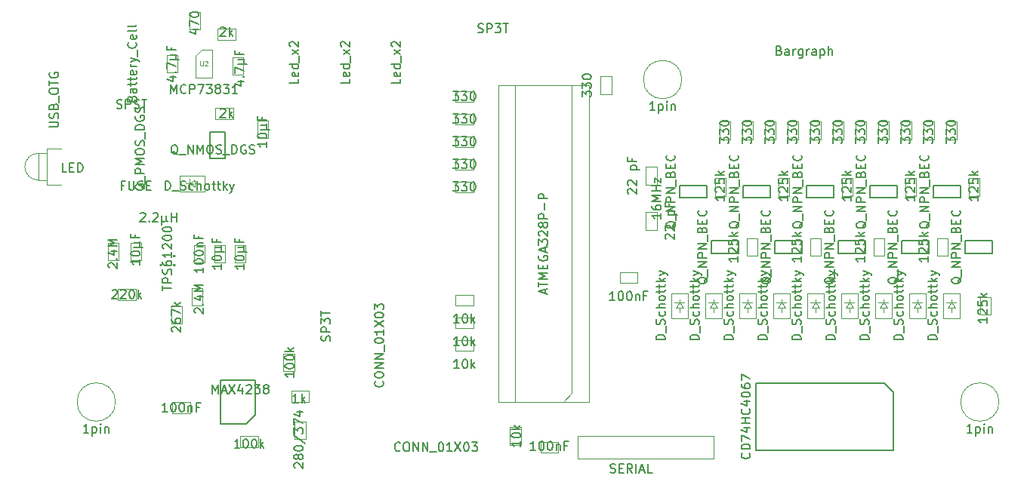
<source format=gbr>
G04 #@! TF.FileFunction,Other,Fab,Top*
%FSLAX46Y46*%
G04 Gerber Fmt 4.6, Leading zero omitted, Abs format (unit mm)*
G04 Created by KiCad (PCBNEW 4.0.5) date 04/03/17 19:29:13*
%MOMM*%
%LPD*%
G01*
G04 APERTURE LIST*
%ADD10C,0.100000*%
%ADD11C,0.150000*%
%ADD12C,0.300000*%
%ADD13C,0.075000*%
G04 APERTURE END LIST*
D10*
X160269066Y-87630000D02*
G75*
G03X160269066Y-87630000I-2154066J0D01*
G01*
X195829066Y-123825000D02*
G75*
G03X195829066Y-123825000I-2154066J0D01*
G01*
D11*
X183976000Y-122726000D02*
X183976000Y-129226000D01*
X183976000Y-129226000D02*
X168576000Y-129226000D01*
X168576000Y-129226000D02*
X168576000Y-121726000D01*
X168576000Y-121726000D02*
X182976000Y-121726000D01*
X182976000Y-121726000D02*
X183976000Y-122726000D01*
D10*
X156220000Y-97425000D02*
X157470000Y-97425000D01*
X156220000Y-99425000D02*
X156220000Y-97425000D01*
X157470000Y-99425000D02*
X156220000Y-99425000D01*
X157470000Y-97425000D02*
X157470000Y-99425000D01*
D11*
X111440000Y-126275000D02*
X108540000Y-126275000D01*
X108540000Y-126275000D02*
X108540000Y-121375000D01*
X108540000Y-121375000D02*
X112440000Y-121375000D01*
X112440000Y-121375000D02*
X112440000Y-125275000D01*
X112440000Y-125275000D02*
X111440000Y-126275000D01*
D10*
X160020000Y-113280000D02*
X160020000Y-113780000D01*
X159620000Y-113280000D02*
X160020000Y-112680000D01*
X160420000Y-113280000D02*
X159620000Y-113280000D01*
X160020000Y-112680000D02*
X160420000Y-113280000D01*
X160020000Y-112680000D02*
X159470000Y-112680000D01*
X160020000Y-112680000D02*
X160570000Y-112680000D01*
X160020000Y-112280000D02*
X160020000Y-112680000D01*
X159120000Y-111630000D02*
X160920000Y-111630000D01*
X159120000Y-114430000D02*
X159120000Y-111630000D01*
X160920000Y-114430000D02*
X159120000Y-114430000D01*
X160920000Y-111630000D02*
X160920000Y-114430000D01*
X167640000Y-113280000D02*
X167640000Y-113780000D01*
X167240000Y-113280000D02*
X167640000Y-112680000D01*
X168040000Y-113280000D02*
X167240000Y-113280000D01*
X167640000Y-112680000D02*
X168040000Y-113280000D01*
X167640000Y-112680000D02*
X167090000Y-112680000D01*
X167640000Y-112680000D02*
X168190000Y-112680000D01*
X167640000Y-112280000D02*
X167640000Y-112680000D01*
X166740000Y-111630000D02*
X168540000Y-111630000D01*
X166740000Y-114430000D02*
X166740000Y-111630000D01*
X168540000Y-114430000D02*
X166740000Y-114430000D01*
X168540000Y-111630000D02*
X168540000Y-114430000D01*
X175260000Y-113280000D02*
X175260000Y-113780000D01*
X174860000Y-113280000D02*
X175260000Y-112680000D01*
X175660000Y-113280000D02*
X174860000Y-113280000D01*
X175260000Y-112680000D02*
X175660000Y-113280000D01*
X175260000Y-112680000D02*
X174710000Y-112680000D01*
X175260000Y-112680000D02*
X175810000Y-112680000D01*
X175260000Y-112280000D02*
X175260000Y-112680000D01*
X174360000Y-111630000D02*
X176160000Y-111630000D01*
X174360000Y-114430000D02*
X174360000Y-111630000D01*
X176160000Y-114430000D02*
X174360000Y-114430000D01*
X176160000Y-111630000D02*
X176160000Y-114430000D01*
X182880000Y-113280000D02*
X182880000Y-113780000D01*
X182480000Y-113280000D02*
X182880000Y-112680000D01*
X183280000Y-113280000D02*
X182480000Y-113280000D01*
X182880000Y-112680000D02*
X183280000Y-113280000D01*
X182880000Y-112680000D02*
X182330000Y-112680000D01*
X182880000Y-112680000D02*
X183430000Y-112680000D01*
X182880000Y-112280000D02*
X182880000Y-112680000D01*
X181980000Y-111630000D02*
X183780000Y-111630000D01*
X181980000Y-114430000D02*
X181980000Y-111630000D01*
X183780000Y-114430000D02*
X181980000Y-114430000D01*
X183780000Y-111630000D02*
X183780000Y-114430000D01*
X190500000Y-113280000D02*
X190500000Y-113780000D01*
X190100000Y-113280000D02*
X190500000Y-112680000D01*
X190900000Y-113280000D02*
X190100000Y-113280000D01*
X190500000Y-112680000D02*
X190900000Y-113280000D01*
X190500000Y-112680000D02*
X189950000Y-112680000D01*
X190500000Y-112680000D02*
X191050000Y-112680000D01*
X190500000Y-112280000D02*
X190500000Y-112680000D01*
X189600000Y-111630000D02*
X191400000Y-111630000D01*
X189600000Y-114430000D02*
X189600000Y-111630000D01*
X191400000Y-114430000D02*
X189600000Y-114430000D01*
X191400000Y-111630000D02*
X191400000Y-114430000D01*
X163830000Y-113280000D02*
X163830000Y-113780000D01*
X163430000Y-113280000D02*
X163830000Y-112680000D01*
X164230000Y-113280000D02*
X163430000Y-113280000D01*
X163830000Y-112680000D02*
X164230000Y-113280000D01*
X163830000Y-112680000D02*
X163280000Y-112680000D01*
X163830000Y-112680000D02*
X164380000Y-112680000D01*
X163830000Y-112280000D02*
X163830000Y-112680000D01*
X162930000Y-111630000D02*
X164730000Y-111630000D01*
X162930000Y-114430000D02*
X162930000Y-111630000D01*
X164730000Y-114430000D02*
X162930000Y-114430000D01*
X164730000Y-111630000D02*
X164730000Y-114430000D01*
X171450000Y-113280000D02*
X171450000Y-113780000D01*
X171050000Y-113280000D02*
X171450000Y-112680000D01*
X171850000Y-113280000D02*
X171050000Y-113280000D01*
X171450000Y-112680000D02*
X171850000Y-113280000D01*
X171450000Y-112680000D02*
X170900000Y-112680000D01*
X171450000Y-112680000D02*
X172000000Y-112680000D01*
X171450000Y-112280000D02*
X171450000Y-112680000D01*
X170550000Y-111630000D02*
X172350000Y-111630000D01*
X170550000Y-114430000D02*
X170550000Y-111630000D01*
X172350000Y-114430000D02*
X170550000Y-114430000D01*
X172350000Y-111630000D02*
X172350000Y-114430000D01*
X179070000Y-113280000D02*
X179070000Y-113780000D01*
X178670000Y-113280000D02*
X179070000Y-112680000D01*
X179470000Y-113280000D02*
X178670000Y-113280000D01*
X179070000Y-112680000D02*
X179470000Y-113280000D01*
X179070000Y-112680000D02*
X178520000Y-112680000D01*
X179070000Y-112680000D02*
X179620000Y-112680000D01*
X179070000Y-112280000D02*
X179070000Y-112680000D01*
X178170000Y-111630000D02*
X179970000Y-111630000D01*
X178170000Y-114430000D02*
X178170000Y-111630000D01*
X179970000Y-114430000D02*
X178170000Y-114430000D01*
X179970000Y-111630000D02*
X179970000Y-114430000D01*
X186690000Y-113280000D02*
X186690000Y-113780000D01*
X186290000Y-113280000D02*
X186690000Y-112680000D01*
X187090000Y-113280000D02*
X186290000Y-113280000D01*
X186690000Y-112680000D02*
X187090000Y-113280000D01*
X186690000Y-112680000D02*
X186140000Y-112680000D01*
X186690000Y-112680000D02*
X187240000Y-112680000D01*
X186690000Y-112280000D02*
X186690000Y-112680000D01*
X185790000Y-111630000D02*
X187590000Y-111630000D01*
X185790000Y-114430000D02*
X185790000Y-111630000D01*
X187590000Y-114430000D02*
X185790000Y-114430000D01*
X187590000Y-111630000D02*
X187590000Y-114430000D01*
X105660000Y-99314000D02*
X106160000Y-99314000D01*
X105660000Y-99714000D02*
X105060000Y-99314000D01*
X105660000Y-98914000D02*
X105660000Y-99714000D01*
X105060000Y-99314000D02*
X105660000Y-98914000D01*
X105060000Y-99314000D02*
X105060000Y-99864000D01*
X105060000Y-99314000D02*
X105060000Y-98764000D01*
X104660000Y-99314000D02*
X105060000Y-99314000D01*
X104010000Y-100214000D02*
X104010000Y-98414000D01*
X106810000Y-100214000D02*
X104010000Y-100214000D01*
X106810000Y-98414000D02*
X106810000Y-100214000D01*
X104010000Y-98414000D02*
X106810000Y-98414000D01*
X146955000Y-123825000D02*
X141605000Y-123825000D01*
X141605000Y-123825000D02*
X141605000Y-88265000D01*
X141605000Y-88265000D02*
X147955000Y-88265000D01*
X147955000Y-88265000D02*
X147955000Y-122825000D01*
X147955000Y-122825000D02*
X146955000Y-123825000D01*
X149860000Y-123825000D02*
X149860000Y-88265000D01*
X149860000Y-88265000D02*
X139700000Y-88265000D01*
X139700000Y-88265000D02*
X139700000Y-123825000D01*
X139700000Y-123825000D02*
X149860000Y-123825000D01*
X163830000Y-127635000D02*
X148590000Y-127635000D01*
X148590000Y-127635000D02*
X148590000Y-130175000D01*
X148590000Y-130175000D02*
X163830000Y-130175000D01*
X163830000Y-130175000D02*
X163830000Y-127635000D01*
D11*
X163064000Y-100903000D02*
X160024000Y-100903000D01*
X160024000Y-99503000D02*
X160024000Y-100903000D01*
X163064000Y-99503000D02*
X163064000Y-100903000D01*
X163064000Y-99503000D02*
X160024000Y-99503000D01*
X166620000Y-107126000D02*
X163580000Y-107126000D01*
X163580000Y-105726000D02*
X163580000Y-107126000D01*
X166620000Y-105726000D02*
X166620000Y-107126000D01*
X166620000Y-105726000D02*
X163580000Y-105726000D01*
X170176000Y-100903000D02*
X167136000Y-100903000D01*
X167136000Y-99503000D02*
X167136000Y-100903000D01*
X170176000Y-99503000D02*
X170176000Y-100903000D01*
X170176000Y-99503000D02*
X167136000Y-99503000D01*
X173732000Y-107126000D02*
X170692000Y-107126000D01*
X170692000Y-105726000D02*
X170692000Y-107126000D01*
X173732000Y-105726000D02*
X173732000Y-107126000D01*
X173732000Y-105726000D02*
X170692000Y-105726000D01*
X177288000Y-100903000D02*
X174248000Y-100903000D01*
X174248000Y-99503000D02*
X174248000Y-100903000D01*
X177288000Y-99503000D02*
X177288000Y-100903000D01*
X177288000Y-99503000D02*
X174248000Y-99503000D01*
X180844000Y-107126000D02*
X177804000Y-107126000D01*
X177804000Y-105726000D02*
X177804000Y-107126000D01*
X180844000Y-105726000D02*
X180844000Y-107126000D01*
X180844000Y-105726000D02*
X177804000Y-105726000D01*
X184400000Y-100903000D02*
X181360000Y-100903000D01*
X181360000Y-99503000D02*
X181360000Y-100903000D01*
X184400000Y-99503000D02*
X184400000Y-100903000D01*
X184400000Y-99503000D02*
X181360000Y-99503000D01*
X187956000Y-107126000D02*
X184916000Y-107126000D01*
X184916000Y-105726000D02*
X184916000Y-107126000D01*
X187956000Y-105726000D02*
X187956000Y-107126000D01*
X187956000Y-105726000D02*
X184916000Y-105726000D01*
X191512000Y-100903000D02*
X188472000Y-100903000D01*
X188472000Y-99503000D02*
X188472000Y-100903000D01*
X191512000Y-99503000D02*
X191512000Y-100903000D01*
X191512000Y-99503000D02*
X188472000Y-99503000D01*
X195068000Y-107126000D02*
X192028000Y-107126000D01*
X192028000Y-105726000D02*
X192028000Y-107126000D01*
X195068000Y-105726000D02*
X195068000Y-107126000D01*
X195068000Y-105726000D02*
X192028000Y-105726000D01*
D10*
X153305000Y-110480000D02*
X153305000Y-109230000D01*
X155305000Y-110480000D02*
X153305000Y-110480000D01*
X155305000Y-109230000D02*
X155305000Y-110480000D01*
X153305000Y-109230000D02*
X155305000Y-109230000D01*
X146415000Y-128280000D02*
X146415000Y-129530000D01*
X144415000Y-128280000D02*
X146415000Y-128280000D01*
X144415000Y-129530000D02*
X144415000Y-128280000D01*
X146415000Y-129530000D02*
X144415000Y-129530000D01*
X157470000Y-104505000D02*
X156220000Y-104505000D01*
X157470000Y-102505000D02*
X157470000Y-104505000D01*
X156220000Y-102505000D02*
X157470000Y-102505000D01*
X156220000Y-104505000D02*
X156220000Y-102505000D01*
X103140000Y-125085000D02*
X103140000Y-123835000D01*
X105140000Y-125085000D02*
X103140000Y-125085000D01*
X105140000Y-123835000D02*
X105140000Y-125085000D01*
X103140000Y-123835000D02*
X105140000Y-123835000D01*
X109865000Y-85106000D02*
X111115000Y-85106000D01*
X109865000Y-87106000D02*
X109865000Y-85106000D01*
X111115000Y-87106000D02*
X109865000Y-87106000D01*
X111115000Y-85106000D02*
X111115000Y-87106000D01*
X103749000Y-86852000D02*
X102499000Y-86852000D01*
X103749000Y-84852000D02*
X103749000Y-86852000D01*
X102499000Y-84852000D02*
X103749000Y-84852000D01*
X102499000Y-86852000D02*
X102499000Y-84852000D01*
X112659000Y-92218000D02*
X113909000Y-92218000D01*
X112659000Y-94218000D02*
X112659000Y-92218000D01*
X113909000Y-94218000D02*
X112659000Y-94218000D01*
X113909000Y-92218000D02*
X113909000Y-94218000D01*
X99685000Y-107934000D02*
X98435000Y-107934000D01*
X99685000Y-105934000D02*
X99685000Y-107934000D01*
X98435000Y-105934000D02*
X99685000Y-105934000D01*
X98435000Y-107934000D02*
X98435000Y-105934000D01*
X105547000Y-106188000D02*
X106797000Y-106188000D01*
X105547000Y-108188000D02*
X105547000Y-106188000D01*
X106797000Y-108188000D02*
X105547000Y-108188000D01*
X106797000Y-106188000D02*
X106797000Y-108188000D01*
X107833000Y-106188000D02*
X109083000Y-106188000D01*
X107833000Y-108188000D02*
X107833000Y-106188000D01*
X109083000Y-108188000D02*
X107833000Y-108188000D01*
X109083000Y-106188000D02*
X109083000Y-108188000D01*
X110119000Y-106188000D02*
X111369000Y-106188000D01*
X110119000Y-108188000D02*
X110119000Y-106188000D01*
X111369000Y-108188000D02*
X110119000Y-108188000D01*
X111369000Y-106188000D02*
X111369000Y-108188000D01*
X140980000Y-126635000D02*
X142230000Y-126635000D01*
X140980000Y-128635000D02*
X140980000Y-126635000D01*
X142230000Y-128635000D02*
X140980000Y-128635000D01*
X142230000Y-126635000D02*
X142230000Y-128635000D01*
X134890000Y-113020000D02*
X134890000Y-111770000D01*
X136890000Y-113020000D02*
X134890000Y-113020000D01*
X136890000Y-111770000D02*
X136890000Y-113020000D01*
X134890000Y-111770000D02*
X136890000Y-111770000D01*
X134890000Y-115560000D02*
X134890000Y-114310000D01*
X136890000Y-115560000D02*
X134890000Y-115560000D01*
X136890000Y-114310000D02*
X136890000Y-115560000D01*
X134890000Y-114310000D02*
X136890000Y-114310000D01*
X134890000Y-118100000D02*
X134890000Y-116850000D01*
X136890000Y-118100000D02*
X134890000Y-118100000D01*
X136890000Y-116850000D02*
X136890000Y-118100000D01*
X134890000Y-116850000D02*
X136890000Y-116850000D01*
X151140000Y-87265000D02*
X152390000Y-87265000D01*
X151140000Y-89265000D02*
X151140000Y-87265000D01*
X152390000Y-89265000D02*
X151140000Y-89265000D01*
X152390000Y-87265000D02*
X152390000Y-89265000D01*
X134890000Y-90160000D02*
X134890000Y-88910000D01*
X136890000Y-90160000D02*
X134890000Y-90160000D01*
X136890000Y-88910000D02*
X136890000Y-90160000D01*
X134890000Y-88910000D02*
X136890000Y-88910000D01*
X134890000Y-92700000D02*
X134890000Y-91450000D01*
X136890000Y-92700000D02*
X134890000Y-92700000D01*
X136890000Y-91450000D02*
X136890000Y-92700000D01*
X134890000Y-91450000D02*
X136890000Y-91450000D01*
X134890000Y-95240000D02*
X134890000Y-93990000D01*
X136890000Y-95240000D02*
X134890000Y-95240000D01*
X136890000Y-93990000D02*
X136890000Y-95240000D01*
X134890000Y-93990000D02*
X136890000Y-93990000D01*
X134890000Y-97780000D02*
X134890000Y-96530000D01*
X136890000Y-97780000D02*
X134890000Y-97780000D01*
X136890000Y-96530000D02*
X136890000Y-97780000D01*
X134890000Y-96530000D02*
X136890000Y-96530000D01*
X134890000Y-100320000D02*
X134890000Y-99070000D01*
X136890000Y-100320000D02*
X134890000Y-100320000D01*
X136890000Y-99070000D02*
X136890000Y-100320000D01*
X134890000Y-99070000D02*
X136890000Y-99070000D01*
X118475000Y-122565000D02*
X118475000Y-123815000D01*
X116475000Y-122565000D02*
X118475000Y-122565000D01*
X116475000Y-123815000D02*
X116475000Y-122565000D01*
X118475000Y-123815000D02*
X116475000Y-123815000D01*
X116830000Y-120380000D02*
X115580000Y-120380000D01*
X116830000Y-118380000D02*
X116830000Y-120380000D01*
X115580000Y-118380000D02*
X116830000Y-118380000D01*
X115580000Y-120380000D02*
X115580000Y-118380000D01*
X110760000Y-128895000D02*
X110760000Y-127645000D01*
X112760000Y-128895000D02*
X110760000Y-128895000D01*
X112760000Y-127645000D02*
X112760000Y-128895000D01*
X110760000Y-127645000D02*
X112760000Y-127645000D01*
X118100000Y-128000000D02*
X116850000Y-128000000D01*
X118100000Y-126000000D02*
X118100000Y-128000000D01*
X116850000Y-126000000D02*
X118100000Y-126000000D01*
X116850000Y-128000000D02*
X116850000Y-126000000D01*
X164475000Y-92345000D02*
X165725000Y-92345000D01*
X164475000Y-94345000D02*
X164475000Y-92345000D01*
X165725000Y-94345000D02*
X164475000Y-94345000D01*
X165725000Y-92345000D02*
X165725000Y-94345000D01*
X167015000Y-92345000D02*
X168265000Y-92345000D01*
X167015000Y-94345000D02*
X167015000Y-92345000D01*
X168265000Y-94345000D02*
X167015000Y-94345000D01*
X168265000Y-92345000D02*
X168265000Y-94345000D01*
X169555000Y-92345000D02*
X170805000Y-92345000D01*
X169555000Y-94345000D02*
X169555000Y-92345000D01*
X170805000Y-94345000D02*
X169555000Y-94345000D01*
X170805000Y-92345000D02*
X170805000Y-94345000D01*
X172095000Y-92345000D02*
X173345000Y-92345000D01*
X172095000Y-94345000D02*
X172095000Y-92345000D01*
X173345000Y-94345000D02*
X172095000Y-94345000D01*
X173345000Y-92345000D02*
X173345000Y-94345000D01*
X174635000Y-92345000D02*
X175885000Y-92345000D01*
X174635000Y-94345000D02*
X174635000Y-92345000D01*
X175885000Y-94345000D02*
X174635000Y-94345000D01*
X175885000Y-92345000D02*
X175885000Y-94345000D01*
X177175000Y-92345000D02*
X178425000Y-92345000D01*
X177175000Y-94345000D02*
X177175000Y-92345000D01*
X178425000Y-94345000D02*
X177175000Y-94345000D01*
X178425000Y-92345000D02*
X178425000Y-94345000D01*
X179715000Y-92345000D02*
X180965000Y-92345000D01*
X179715000Y-94345000D02*
X179715000Y-92345000D01*
X180965000Y-94345000D02*
X179715000Y-94345000D01*
X180965000Y-92345000D02*
X180965000Y-94345000D01*
X182255000Y-92345000D02*
X183505000Y-92345000D01*
X182255000Y-94345000D02*
X182255000Y-92345000D01*
X183505000Y-94345000D02*
X182255000Y-94345000D01*
X183505000Y-92345000D02*
X183505000Y-94345000D01*
X184795000Y-92345000D02*
X186045000Y-92345000D01*
X184795000Y-94345000D02*
X184795000Y-92345000D01*
X186045000Y-94345000D02*
X184795000Y-94345000D01*
X186045000Y-92345000D02*
X186045000Y-94345000D01*
X187335000Y-92345000D02*
X188585000Y-92345000D01*
X187335000Y-94345000D02*
X187335000Y-92345000D01*
X188585000Y-94345000D02*
X187335000Y-94345000D01*
X188585000Y-92345000D02*
X188585000Y-94345000D01*
X189875000Y-92345000D02*
X191125000Y-92345000D01*
X189875000Y-94345000D02*
X189875000Y-92345000D01*
X191125000Y-94345000D02*
X189875000Y-94345000D01*
X191125000Y-92345000D02*
X191125000Y-94345000D01*
X106289000Y-82026000D02*
X105039000Y-82026000D01*
X106289000Y-80026000D02*
X106289000Y-82026000D01*
X105039000Y-80026000D02*
X106289000Y-80026000D01*
X105039000Y-82026000D02*
X105039000Y-80026000D01*
X108220000Y-83175000D02*
X108220000Y-81925000D01*
X110220000Y-83175000D02*
X108220000Y-83175000D01*
X110220000Y-81925000D02*
X110220000Y-83175000D01*
X108220000Y-81925000D02*
X110220000Y-81925000D01*
X109966000Y-90815000D02*
X109966000Y-92065000D01*
X107966000Y-90815000D02*
X109966000Y-90815000D01*
X107966000Y-92065000D02*
X107966000Y-90815000D01*
X109966000Y-92065000D02*
X107966000Y-92065000D01*
X95895000Y-105934000D02*
X97145000Y-105934000D01*
X95895000Y-107934000D02*
X95895000Y-105934000D01*
X97145000Y-107934000D02*
X95895000Y-107934000D01*
X97145000Y-105934000D02*
X97145000Y-107934000D01*
X97044000Y-112385000D02*
X97044000Y-111135000D01*
X99044000Y-112385000D02*
X97044000Y-112385000D01*
X99044000Y-111135000D02*
X99044000Y-112385000D01*
X97044000Y-111135000D02*
X99044000Y-111135000D01*
X105293000Y-111014000D02*
X106543000Y-111014000D01*
X105293000Y-113014000D02*
X105293000Y-111014000D01*
X106543000Y-113014000D02*
X105293000Y-113014000D01*
X106543000Y-111014000D02*
X106543000Y-113014000D01*
X103007000Y-113046000D02*
X104257000Y-113046000D01*
X103007000Y-115046000D02*
X103007000Y-113046000D01*
X104257000Y-115046000D02*
X103007000Y-115046000D01*
X104257000Y-113046000D02*
X104257000Y-115046000D01*
D12*
X103367000Y-107450000D02*
G75*
G03X103367000Y-107450000I-1000J0D01*
G01*
X103367000Y-108450000D02*
G75*
G03X103367000Y-108450000I-1000J0D01*
G01*
X101867000Y-108450000D02*
G75*
G03X101867000Y-108450000I-1000J0D01*
G01*
D10*
X163967000Y-98695000D02*
X165217000Y-98695000D01*
X163967000Y-100695000D02*
X163967000Y-98695000D01*
X165217000Y-100695000D02*
X163967000Y-100695000D01*
X165217000Y-98695000D02*
X165217000Y-100695000D01*
X167523000Y-105426000D02*
X168773000Y-105426000D01*
X167523000Y-107426000D02*
X167523000Y-105426000D01*
X168773000Y-107426000D02*
X167523000Y-107426000D01*
X168773000Y-105426000D02*
X168773000Y-107426000D01*
X171079000Y-98695000D02*
X172329000Y-98695000D01*
X171079000Y-100695000D02*
X171079000Y-98695000D01*
X172329000Y-100695000D02*
X171079000Y-100695000D01*
X172329000Y-98695000D02*
X172329000Y-100695000D01*
X174635000Y-105426000D02*
X175885000Y-105426000D01*
X174635000Y-107426000D02*
X174635000Y-105426000D01*
X175885000Y-107426000D02*
X174635000Y-107426000D01*
X175885000Y-105426000D02*
X175885000Y-107426000D01*
X178191000Y-98695000D02*
X179441000Y-98695000D01*
X178191000Y-100695000D02*
X178191000Y-98695000D01*
X179441000Y-100695000D02*
X178191000Y-100695000D01*
X179441000Y-98695000D02*
X179441000Y-100695000D01*
X181747000Y-105426000D02*
X182997000Y-105426000D01*
X181747000Y-107426000D02*
X181747000Y-105426000D01*
X182997000Y-107426000D02*
X181747000Y-107426000D01*
X182997000Y-105426000D02*
X182997000Y-107426000D01*
X185303000Y-98695000D02*
X186553000Y-98695000D01*
X185303000Y-100695000D02*
X185303000Y-98695000D01*
X186553000Y-100695000D02*
X185303000Y-100695000D01*
X186553000Y-98695000D02*
X186553000Y-100695000D01*
X188859000Y-105426000D02*
X190109000Y-105426000D01*
X188859000Y-107426000D02*
X188859000Y-105426000D01*
X190109000Y-107426000D02*
X188859000Y-107426000D01*
X190109000Y-105426000D02*
X190109000Y-107426000D01*
X192415000Y-98695000D02*
X193665000Y-98695000D01*
X192415000Y-100695000D02*
X192415000Y-98695000D01*
X193665000Y-100695000D02*
X192415000Y-100695000D01*
X193665000Y-98695000D02*
X193665000Y-100695000D01*
X193685000Y-112030000D02*
X194935000Y-112030000D01*
X193685000Y-114030000D02*
X193685000Y-112030000D01*
X194935000Y-114030000D02*
X193685000Y-114030000D01*
X194935000Y-112030000D02*
X194935000Y-114030000D01*
X96769066Y-123825000D02*
G75*
G03X96769066Y-123825000I-2154066J0D01*
G01*
D11*
X109054000Y-93546000D02*
X107354000Y-93546000D01*
X107354000Y-96446000D02*
X109054000Y-96446000D01*
X109054000Y-96446000D02*
X109054000Y-93546000D01*
X107354000Y-93546000D02*
X107354000Y-96446000D01*
D10*
X105780000Y-84952000D02*
X106430000Y-84302000D01*
X107580000Y-84302000D02*
X106430000Y-84302000D01*
X105780000Y-84952000D02*
X105780000Y-87402000D01*
X107580000Y-87402000D02*
X105780000Y-87402000D01*
X107580000Y-84302000D02*
X107580000Y-87402000D01*
X89107000Y-99409000D02*
X90703400Y-99409000D01*
X90703400Y-95409000D02*
X89107000Y-95409000D01*
X88107000Y-97409000D02*
X88107000Y-95909000D01*
X88107000Y-97409000D02*
X88107000Y-98909000D01*
X88107000Y-98909000D02*
X89107000Y-98909000D01*
X88107000Y-95909000D02*
X89107000Y-95909000D01*
X86607000Y-97409000D02*
G75*
G03X88107000Y-98909000I1500000J0D01*
G01*
X88107000Y-95909000D02*
G75*
G03X86607000Y-97409000I0J-1500000D01*
G01*
X89107000Y-95409000D02*
X89107000Y-99409000D01*
D11*
X157257858Y-91082381D02*
X156686429Y-91082381D01*
X156972143Y-91082381D02*
X156972143Y-90082381D01*
X156876905Y-90225238D01*
X156781667Y-90320476D01*
X156686429Y-90368095D01*
X157686429Y-90415714D02*
X157686429Y-91415714D01*
X157686429Y-90463333D02*
X157781667Y-90415714D01*
X157972144Y-90415714D01*
X158067382Y-90463333D01*
X158115001Y-90510952D01*
X158162620Y-90606190D01*
X158162620Y-90891905D01*
X158115001Y-90987143D01*
X158067382Y-91034762D01*
X157972144Y-91082381D01*
X157781667Y-91082381D01*
X157686429Y-91034762D01*
X158591191Y-91082381D02*
X158591191Y-90415714D01*
X158591191Y-90082381D02*
X158543572Y-90130000D01*
X158591191Y-90177619D01*
X158638810Y-90130000D01*
X158591191Y-90082381D01*
X158591191Y-90177619D01*
X159067381Y-90415714D02*
X159067381Y-91082381D01*
X159067381Y-90510952D02*
X159115000Y-90463333D01*
X159210238Y-90415714D01*
X159353096Y-90415714D01*
X159448334Y-90463333D01*
X159495953Y-90558571D01*
X159495953Y-91082381D01*
X192817858Y-127277381D02*
X192246429Y-127277381D01*
X192532143Y-127277381D02*
X192532143Y-126277381D01*
X192436905Y-126420238D01*
X192341667Y-126515476D01*
X192246429Y-126563095D01*
X193246429Y-126610714D02*
X193246429Y-127610714D01*
X193246429Y-126658333D02*
X193341667Y-126610714D01*
X193532144Y-126610714D01*
X193627382Y-126658333D01*
X193675001Y-126705952D01*
X193722620Y-126801190D01*
X193722620Y-127086905D01*
X193675001Y-127182143D01*
X193627382Y-127229762D01*
X193532144Y-127277381D01*
X193341667Y-127277381D01*
X193246429Y-127229762D01*
X194151191Y-127277381D02*
X194151191Y-126610714D01*
X194151191Y-126277381D02*
X194103572Y-126325000D01*
X194151191Y-126372619D01*
X194198810Y-126325000D01*
X194151191Y-126277381D01*
X194151191Y-126372619D01*
X194627381Y-126610714D02*
X194627381Y-127277381D01*
X194627381Y-126705952D02*
X194675000Y-126658333D01*
X194770238Y-126610714D01*
X194913096Y-126610714D01*
X195008334Y-126658333D01*
X195055953Y-126753571D01*
X195055953Y-127277381D01*
X167833143Y-129547428D02*
X167880762Y-129595047D01*
X167928381Y-129737904D01*
X167928381Y-129833142D01*
X167880762Y-129976000D01*
X167785524Y-130071238D01*
X167690286Y-130118857D01*
X167499810Y-130166476D01*
X167356952Y-130166476D01*
X167166476Y-130118857D01*
X167071238Y-130071238D01*
X166976000Y-129976000D01*
X166928381Y-129833142D01*
X166928381Y-129737904D01*
X166976000Y-129595047D01*
X167023619Y-129547428D01*
X167928381Y-129118857D02*
X166928381Y-129118857D01*
X166928381Y-128880762D01*
X166976000Y-128737904D01*
X167071238Y-128642666D01*
X167166476Y-128595047D01*
X167356952Y-128547428D01*
X167499810Y-128547428D01*
X167690286Y-128595047D01*
X167785524Y-128642666D01*
X167880762Y-128737904D01*
X167928381Y-128880762D01*
X167928381Y-129118857D01*
X166928381Y-128214095D02*
X166928381Y-127547428D01*
X167928381Y-127976000D01*
X167261714Y-126737904D02*
X167928381Y-126737904D01*
X166880762Y-126976000D02*
X167595048Y-127214095D01*
X167595048Y-126595047D01*
X167928381Y-126214095D02*
X166928381Y-126214095D01*
X167404571Y-126214095D02*
X167404571Y-125642666D01*
X167928381Y-125642666D02*
X166928381Y-125642666D01*
X167833143Y-124595047D02*
X167880762Y-124642666D01*
X167928381Y-124785523D01*
X167928381Y-124880761D01*
X167880762Y-125023619D01*
X167785524Y-125118857D01*
X167690286Y-125166476D01*
X167499810Y-125214095D01*
X167356952Y-125214095D01*
X167166476Y-125166476D01*
X167071238Y-125118857D01*
X166976000Y-125023619D01*
X166928381Y-124880761D01*
X166928381Y-124785523D01*
X166976000Y-124642666D01*
X167023619Y-124595047D01*
X167261714Y-123737904D02*
X167928381Y-123737904D01*
X166880762Y-123976000D02*
X167595048Y-124214095D01*
X167595048Y-123595047D01*
X166928381Y-123023619D02*
X166928381Y-122928380D01*
X166976000Y-122833142D01*
X167023619Y-122785523D01*
X167118857Y-122737904D01*
X167309333Y-122690285D01*
X167547429Y-122690285D01*
X167737905Y-122737904D01*
X167833143Y-122785523D01*
X167880762Y-122833142D01*
X167928381Y-122928380D01*
X167928381Y-123023619D01*
X167880762Y-123118857D01*
X167833143Y-123166476D01*
X167737905Y-123214095D01*
X167547429Y-123261714D01*
X167309333Y-123261714D01*
X167118857Y-123214095D01*
X167023619Y-123166476D01*
X166976000Y-123118857D01*
X166928381Y-123023619D01*
X166928381Y-121833142D02*
X166928381Y-122023619D01*
X166976000Y-122118857D01*
X167023619Y-122166476D01*
X167166476Y-122261714D01*
X167356952Y-122309333D01*
X167737905Y-122309333D01*
X167833143Y-122261714D01*
X167880762Y-122214095D01*
X167928381Y-122118857D01*
X167928381Y-121928380D01*
X167880762Y-121833142D01*
X167833143Y-121785523D01*
X167737905Y-121737904D01*
X167499810Y-121737904D01*
X167404571Y-121785523D01*
X167356952Y-121833142D01*
X167309333Y-121928380D01*
X167309333Y-122118857D01*
X167356952Y-122214095D01*
X167404571Y-122261714D01*
X167499810Y-122309333D01*
X166928381Y-121404571D02*
X166928381Y-120737904D01*
X167928381Y-121166476D01*
X154292619Y-100448810D02*
X154245000Y-100401191D01*
X154197381Y-100305953D01*
X154197381Y-100067857D01*
X154245000Y-99972619D01*
X154292619Y-99925000D01*
X154387857Y-99877381D01*
X154483095Y-99877381D01*
X154625952Y-99925000D01*
X155197381Y-100496429D01*
X155197381Y-99877381D01*
X154292619Y-99496429D02*
X154245000Y-99448810D01*
X154197381Y-99353572D01*
X154197381Y-99115476D01*
X154245000Y-99020238D01*
X154292619Y-98972619D01*
X154387857Y-98925000D01*
X154483095Y-98925000D01*
X154625952Y-98972619D01*
X155197381Y-99544048D01*
X155197381Y-98925000D01*
X154530714Y-97734524D02*
X155530714Y-97734524D01*
X154578333Y-97734524D02*
X154530714Y-97639286D01*
X154530714Y-97448809D01*
X154578333Y-97353571D01*
X154625952Y-97305952D01*
X154721190Y-97258333D01*
X155006905Y-97258333D01*
X155102143Y-97305952D01*
X155149762Y-97353571D01*
X155197381Y-97448809D01*
X155197381Y-97639286D01*
X155149762Y-97734524D01*
X154673571Y-96496428D02*
X154673571Y-96829762D01*
X155197381Y-96829762D02*
X154197381Y-96829762D01*
X154197381Y-96353571D01*
X98607571Y-89756763D02*
X98655190Y-89613906D01*
X98702810Y-89566287D01*
X98798048Y-89518668D01*
X98940905Y-89518668D01*
X99036143Y-89566287D01*
X99083762Y-89613906D01*
X99131381Y-89709144D01*
X99131381Y-90090097D01*
X98131381Y-90090097D01*
X98131381Y-89756763D01*
X98179000Y-89661525D01*
X98226619Y-89613906D01*
X98321857Y-89566287D01*
X98417095Y-89566287D01*
X98512333Y-89613906D01*
X98559952Y-89661525D01*
X98607571Y-89756763D01*
X98607571Y-90090097D01*
X99131381Y-88661525D02*
X98607571Y-88661525D01*
X98512333Y-88709144D01*
X98464714Y-88804382D01*
X98464714Y-88994859D01*
X98512333Y-89090097D01*
X99083762Y-88661525D02*
X99131381Y-88756763D01*
X99131381Y-88994859D01*
X99083762Y-89090097D01*
X98988524Y-89137716D01*
X98893286Y-89137716D01*
X98798048Y-89090097D01*
X98750429Y-88994859D01*
X98750429Y-88756763D01*
X98702810Y-88661525D01*
X98464714Y-88328192D02*
X98464714Y-87947240D01*
X98131381Y-88185335D02*
X98988524Y-88185335D01*
X99083762Y-88137716D01*
X99131381Y-88042478D01*
X99131381Y-87947240D01*
X98464714Y-87756763D02*
X98464714Y-87375811D01*
X98131381Y-87613906D02*
X98988524Y-87613906D01*
X99083762Y-87566287D01*
X99131381Y-87471049D01*
X99131381Y-87375811D01*
X99083762Y-86661524D02*
X99131381Y-86756762D01*
X99131381Y-86947239D01*
X99083762Y-87042477D01*
X98988524Y-87090096D01*
X98607571Y-87090096D01*
X98512333Y-87042477D01*
X98464714Y-86947239D01*
X98464714Y-86756762D01*
X98512333Y-86661524D01*
X98607571Y-86613905D01*
X98702810Y-86613905D01*
X98798048Y-87090096D01*
X99131381Y-86185334D02*
X98464714Y-86185334D01*
X98655190Y-86185334D02*
X98559952Y-86137715D01*
X98512333Y-86090096D01*
X98464714Y-85994858D01*
X98464714Y-85899619D01*
X98464714Y-85661524D02*
X99131381Y-85423429D01*
X98464714Y-85185333D02*
X99131381Y-85423429D01*
X99369476Y-85518667D01*
X99417095Y-85566286D01*
X99464714Y-85661524D01*
X99226619Y-85042476D02*
X99226619Y-84280571D01*
X99036143Y-83471047D02*
X99083762Y-83518666D01*
X99131381Y-83661523D01*
X99131381Y-83756761D01*
X99083762Y-83899619D01*
X98988524Y-83994857D01*
X98893286Y-84042476D01*
X98702810Y-84090095D01*
X98559952Y-84090095D01*
X98369476Y-84042476D01*
X98274238Y-83994857D01*
X98179000Y-83899619D01*
X98131381Y-83756761D01*
X98131381Y-83661523D01*
X98179000Y-83518666D01*
X98226619Y-83471047D01*
X99083762Y-82661523D02*
X99131381Y-82756761D01*
X99131381Y-82947238D01*
X99083762Y-83042476D01*
X98988524Y-83090095D01*
X98607571Y-83090095D01*
X98512333Y-83042476D01*
X98464714Y-82947238D01*
X98464714Y-82756761D01*
X98512333Y-82661523D01*
X98607571Y-82613904D01*
X98702810Y-82613904D01*
X98798048Y-83090095D01*
X99131381Y-82042476D02*
X99083762Y-82137714D01*
X98988524Y-82185333D01*
X98131381Y-82185333D01*
X99131381Y-81518666D02*
X99083762Y-81613904D01*
X98988524Y-81661523D01*
X98131381Y-81661523D01*
X107601143Y-122880381D02*
X107601143Y-121880381D01*
X107934477Y-122594667D01*
X108267810Y-121880381D01*
X108267810Y-122880381D01*
X108696381Y-122594667D02*
X109172572Y-122594667D01*
X108601143Y-122880381D02*
X108934476Y-121880381D01*
X109267810Y-122880381D01*
X109505905Y-121880381D02*
X110172572Y-122880381D01*
X110172572Y-121880381D02*
X109505905Y-122880381D01*
X110982096Y-122213714D02*
X110982096Y-122880381D01*
X110744000Y-121832762D02*
X110505905Y-122547048D01*
X111124953Y-122547048D01*
X111458286Y-121975619D02*
X111505905Y-121928000D01*
X111601143Y-121880381D01*
X111839239Y-121880381D01*
X111934477Y-121928000D01*
X111982096Y-121975619D01*
X112029715Y-122070857D01*
X112029715Y-122166095D01*
X111982096Y-122308952D01*
X111410667Y-122880381D01*
X112029715Y-122880381D01*
X112363048Y-121880381D02*
X112982096Y-121880381D01*
X112648762Y-122261333D01*
X112791620Y-122261333D01*
X112886858Y-122308952D01*
X112934477Y-122356571D01*
X112982096Y-122451810D01*
X112982096Y-122689905D01*
X112934477Y-122785143D01*
X112886858Y-122832762D01*
X112791620Y-122880381D01*
X112505905Y-122880381D01*
X112410667Y-122832762D01*
X112363048Y-122785143D01*
X113553524Y-122308952D02*
X113458286Y-122261333D01*
X113410667Y-122213714D01*
X113363048Y-122118476D01*
X113363048Y-122070857D01*
X113410667Y-121975619D01*
X113458286Y-121928000D01*
X113553524Y-121880381D01*
X113744001Y-121880381D01*
X113839239Y-121928000D01*
X113886858Y-121975619D01*
X113934477Y-122070857D01*
X113934477Y-122118476D01*
X113886858Y-122213714D01*
X113839239Y-122261333D01*
X113744001Y-122308952D01*
X113553524Y-122308952D01*
X113458286Y-122356571D01*
X113410667Y-122404190D01*
X113363048Y-122499429D01*
X113363048Y-122689905D01*
X113410667Y-122785143D01*
X113458286Y-122832762D01*
X113553524Y-122880381D01*
X113744001Y-122880381D01*
X113839239Y-122832762D01*
X113886858Y-122785143D01*
X113934477Y-122689905D01*
X113934477Y-122499429D01*
X113886858Y-122404190D01*
X113839239Y-122356571D01*
X113744001Y-122308952D01*
X158372381Y-116839525D02*
X157372381Y-116839525D01*
X157372381Y-116601430D01*
X157420000Y-116458572D01*
X157515238Y-116363334D01*
X157610476Y-116315715D01*
X157800952Y-116268096D01*
X157943810Y-116268096D01*
X158134286Y-116315715D01*
X158229524Y-116363334D01*
X158324762Y-116458572D01*
X158372381Y-116601430D01*
X158372381Y-116839525D01*
X158467619Y-116077620D02*
X158467619Y-115315715D01*
X158324762Y-115125239D02*
X158372381Y-114982382D01*
X158372381Y-114744286D01*
X158324762Y-114649048D01*
X158277143Y-114601429D01*
X158181905Y-114553810D01*
X158086667Y-114553810D01*
X157991429Y-114601429D01*
X157943810Y-114649048D01*
X157896190Y-114744286D01*
X157848571Y-114934763D01*
X157800952Y-115030001D01*
X157753333Y-115077620D01*
X157658095Y-115125239D01*
X157562857Y-115125239D01*
X157467619Y-115077620D01*
X157420000Y-115030001D01*
X157372381Y-114934763D01*
X157372381Y-114696667D01*
X157420000Y-114553810D01*
X158324762Y-113696667D02*
X158372381Y-113791905D01*
X158372381Y-113982382D01*
X158324762Y-114077620D01*
X158277143Y-114125239D01*
X158181905Y-114172858D01*
X157896190Y-114172858D01*
X157800952Y-114125239D01*
X157753333Y-114077620D01*
X157705714Y-113982382D01*
X157705714Y-113791905D01*
X157753333Y-113696667D01*
X158372381Y-113268096D02*
X157372381Y-113268096D01*
X158372381Y-112839524D02*
X157848571Y-112839524D01*
X157753333Y-112887143D01*
X157705714Y-112982381D01*
X157705714Y-113125239D01*
X157753333Y-113220477D01*
X157800952Y-113268096D01*
X158372381Y-112220477D02*
X158324762Y-112315715D01*
X158277143Y-112363334D01*
X158181905Y-112410953D01*
X157896190Y-112410953D01*
X157800952Y-112363334D01*
X157753333Y-112315715D01*
X157705714Y-112220477D01*
X157705714Y-112077619D01*
X157753333Y-111982381D01*
X157800952Y-111934762D01*
X157896190Y-111887143D01*
X158181905Y-111887143D01*
X158277143Y-111934762D01*
X158324762Y-111982381D01*
X158372381Y-112077619D01*
X158372381Y-112220477D01*
X157705714Y-111601429D02*
X157705714Y-111220477D01*
X157372381Y-111458572D02*
X158229524Y-111458572D01*
X158324762Y-111410953D01*
X158372381Y-111315715D01*
X158372381Y-111220477D01*
X157705714Y-111030000D02*
X157705714Y-110649048D01*
X157372381Y-110887143D02*
X158229524Y-110887143D01*
X158324762Y-110839524D01*
X158372381Y-110744286D01*
X158372381Y-110649048D01*
X158372381Y-110315714D02*
X157372381Y-110315714D01*
X157991429Y-110220476D02*
X158372381Y-109934761D01*
X157705714Y-109934761D02*
X158086667Y-110315714D01*
X157705714Y-109601428D02*
X158372381Y-109363333D01*
X157705714Y-109125237D02*
X158372381Y-109363333D01*
X158610476Y-109458571D01*
X158658095Y-109506190D01*
X158705714Y-109601428D01*
X165992381Y-116839525D02*
X164992381Y-116839525D01*
X164992381Y-116601430D01*
X165040000Y-116458572D01*
X165135238Y-116363334D01*
X165230476Y-116315715D01*
X165420952Y-116268096D01*
X165563810Y-116268096D01*
X165754286Y-116315715D01*
X165849524Y-116363334D01*
X165944762Y-116458572D01*
X165992381Y-116601430D01*
X165992381Y-116839525D01*
X166087619Y-116077620D02*
X166087619Y-115315715D01*
X165944762Y-115125239D02*
X165992381Y-114982382D01*
X165992381Y-114744286D01*
X165944762Y-114649048D01*
X165897143Y-114601429D01*
X165801905Y-114553810D01*
X165706667Y-114553810D01*
X165611429Y-114601429D01*
X165563810Y-114649048D01*
X165516190Y-114744286D01*
X165468571Y-114934763D01*
X165420952Y-115030001D01*
X165373333Y-115077620D01*
X165278095Y-115125239D01*
X165182857Y-115125239D01*
X165087619Y-115077620D01*
X165040000Y-115030001D01*
X164992381Y-114934763D01*
X164992381Y-114696667D01*
X165040000Y-114553810D01*
X165944762Y-113696667D02*
X165992381Y-113791905D01*
X165992381Y-113982382D01*
X165944762Y-114077620D01*
X165897143Y-114125239D01*
X165801905Y-114172858D01*
X165516190Y-114172858D01*
X165420952Y-114125239D01*
X165373333Y-114077620D01*
X165325714Y-113982382D01*
X165325714Y-113791905D01*
X165373333Y-113696667D01*
X165992381Y-113268096D02*
X164992381Y-113268096D01*
X165992381Y-112839524D02*
X165468571Y-112839524D01*
X165373333Y-112887143D01*
X165325714Y-112982381D01*
X165325714Y-113125239D01*
X165373333Y-113220477D01*
X165420952Y-113268096D01*
X165992381Y-112220477D02*
X165944762Y-112315715D01*
X165897143Y-112363334D01*
X165801905Y-112410953D01*
X165516190Y-112410953D01*
X165420952Y-112363334D01*
X165373333Y-112315715D01*
X165325714Y-112220477D01*
X165325714Y-112077619D01*
X165373333Y-111982381D01*
X165420952Y-111934762D01*
X165516190Y-111887143D01*
X165801905Y-111887143D01*
X165897143Y-111934762D01*
X165944762Y-111982381D01*
X165992381Y-112077619D01*
X165992381Y-112220477D01*
X165325714Y-111601429D02*
X165325714Y-111220477D01*
X164992381Y-111458572D02*
X165849524Y-111458572D01*
X165944762Y-111410953D01*
X165992381Y-111315715D01*
X165992381Y-111220477D01*
X165325714Y-111030000D02*
X165325714Y-110649048D01*
X164992381Y-110887143D02*
X165849524Y-110887143D01*
X165944762Y-110839524D01*
X165992381Y-110744286D01*
X165992381Y-110649048D01*
X165992381Y-110315714D02*
X164992381Y-110315714D01*
X165611429Y-110220476D02*
X165992381Y-109934761D01*
X165325714Y-109934761D02*
X165706667Y-110315714D01*
X165325714Y-109601428D02*
X165992381Y-109363333D01*
X165325714Y-109125237D02*
X165992381Y-109363333D01*
X166230476Y-109458571D01*
X166278095Y-109506190D01*
X166325714Y-109601428D01*
X173612381Y-116839525D02*
X172612381Y-116839525D01*
X172612381Y-116601430D01*
X172660000Y-116458572D01*
X172755238Y-116363334D01*
X172850476Y-116315715D01*
X173040952Y-116268096D01*
X173183810Y-116268096D01*
X173374286Y-116315715D01*
X173469524Y-116363334D01*
X173564762Y-116458572D01*
X173612381Y-116601430D01*
X173612381Y-116839525D01*
X173707619Y-116077620D02*
X173707619Y-115315715D01*
X173564762Y-115125239D02*
X173612381Y-114982382D01*
X173612381Y-114744286D01*
X173564762Y-114649048D01*
X173517143Y-114601429D01*
X173421905Y-114553810D01*
X173326667Y-114553810D01*
X173231429Y-114601429D01*
X173183810Y-114649048D01*
X173136190Y-114744286D01*
X173088571Y-114934763D01*
X173040952Y-115030001D01*
X172993333Y-115077620D01*
X172898095Y-115125239D01*
X172802857Y-115125239D01*
X172707619Y-115077620D01*
X172660000Y-115030001D01*
X172612381Y-114934763D01*
X172612381Y-114696667D01*
X172660000Y-114553810D01*
X173564762Y-113696667D02*
X173612381Y-113791905D01*
X173612381Y-113982382D01*
X173564762Y-114077620D01*
X173517143Y-114125239D01*
X173421905Y-114172858D01*
X173136190Y-114172858D01*
X173040952Y-114125239D01*
X172993333Y-114077620D01*
X172945714Y-113982382D01*
X172945714Y-113791905D01*
X172993333Y-113696667D01*
X173612381Y-113268096D02*
X172612381Y-113268096D01*
X173612381Y-112839524D02*
X173088571Y-112839524D01*
X172993333Y-112887143D01*
X172945714Y-112982381D01*
X172945714Y-113125239D01*
X172993333Y-113220477D01*
X173040952Y-113268096D01*
X173612381Y-112220477D02*
X173564762Y-112315715D01*
X173517143Y-112363334D01*
X173421905Y-112410953D01*
X173136190Y-112410953D01*
X173040952Y-112363334D01*
X172993333Y-112315715D01*
X172945714Y-112220477D01*
X172945714Y-112077619D01*
X172993333Y-111982381D01*
X173040952Y-111934762D01*
X173136190Y-111887143D01*
X173421905Y-111887143D01*
X173517143Y-111934762D01*
X173564762Y-111982381D01*
X173612381Y-112077619D01*
X173612381Y-112220477D01*
X172945714Y-111601429D02*
X172945714Y-111220477D01*
X172612381Y-111458572D02*
X173469524Y-111458572D01*
X173564762Y-111410953D01*
X173612381Y-111315715D01*
X173612381Y-111220477D01*
X172945714Y-111030000D02*
X172945714Y-110649048D01*
X172612381Y-110887143D02*
X173469524Y-110887143D01*
X173564762Y-110839524D01*
X173612381Y-110744286D01*
X173612381Y-110649048D01*
X173612381Y-110315714D02*
X172612381Y-110315714D01*
X173231429Y-110220476D02*
X173612381Y-109934761D01*
X172945714Y-109934761D02*
X173326667Y-110315714D01*
X172945714Y-109601428D02*
X173612381Y-109363333D01*
X172945714Y-109125237D02*
X173612381Y-109363333D01*
X173850476Y-109458571D01*
X173898095Y-109506190D01*
X173945714Y-109601428D01*
X181232381Y-116839525D02*
X180232381Y-116839525D01*
X180232381Y-116601430D01*
X180280000Y-116458572D01*
X180375238Y-116363334D01*
X180470476Y-116315715D01*
X180660952Y-116268096D01*
X180803810Y-116268096D01*
X180994286Y-116315715D01*
X181089524Y-116363334D01*
X181184762Y-116458572D01*
X181232381Y-116601430D01*
X181232381Y-116839525D01*
X181327619Y-116077620D02*
X181327619Y-115315715D01*
X181184762Y-115125239D02*
X181232381Y-114982382D01*
X181232381Y-114744286D01*
X181184762Y-114649048D01*
X181137143Y-114601429D01*
X181041905Y-114553810D01*
X180946667Y-114553810D01*
X180851429Y-114601429D01*
X180803810Y-114649048D01*
X180756190Y-114744286D01*
X180708571Y-114934763D01*
X180660952Y-115030001D01*
X180613333Y-115077620D01*
X180518095Y-115125239D01*
X180422857Y-115125239D01*
X180327619Y-115077620D01*
X180280000Y-115030001D01*
X180232381Y-114934763D01*
X180232381Y-114696667D01*
X180280000Y-114553810D01*
X181184762Y-113696667D02*
X181232381Y-113791905D01*
X181232381Y-113982382D01*
X181184762Y-114077620D01*
X181137143Y-114125239D01*
X181041905Y-114172858D01*
X180756190Y-114172858D01*
X180660952Y-114125239D01*
X180613333Y-114077620D01*
X180565714Y-113982382D01*
X180565714Y-113791905D01*
X180613333Y-113696667D01*
X181232381Y-113268096D02*
X180232381Y-113268096D01*
X181232381Y-112839524D02*
X180708571Y-112839524D01*
X180613333Y-112887143D01*
X180565714Y-112982381D01*
X180565714Y-113125239D01*
X180613333Y-113220477D01*
X180660952Y-113268096D01*
X181232381Y-112220477D02*
X181184762Y-112315715D01*
X181137143Y-112363334D01*
X181041905Y-112410953D01*
X180756190Y-112410953D01*
X180660952Y-112363334D01*
X180613333Y-112315715D01*
X180565714Y-112220477D01*
X180565714Y-112077619D01*
X180613333Y-111982381D01*
X180660952Y-111934762D01*
X180756190Y-111887143D01*
X181041905Y-111887143D01*
X181137143Y-111934762D01*
X181184762Y-111982381D01*
X181232381Y-112077619D01*
X181232381Y-112220477D01*
X180565714Y-111601429D02*
X180565714Y-111220477D01*
X180232381Y-111458572D02*
X181089524Y-111458572D01*
X181184762Y-111410953D01*
X181232381Y-111315715D01*
X181232381Y-111220477D01*
X180565714Y-111030000D02*
X180565714Y-110649048D01*
X180232381Y-110887143D02*
X181089524Y-110887143D01*
X181184762Y-110839524D01*
X181232381Y-110744286D01*
X181232381Y-110649048D01*
X181232381Y-110315714D02*
X180232381Y-110315714D01*
X180851429Y-110220476D02*
X181232381Y-109934761D01*
X180565714Y-109934761D02*
X180946667Y-110315714D01*
X180565714Y-109601428D02*
X181232381Y-109363333D01*
X180565714Y-109125237D02*
X181232381Y-109363333D01*
X181470476Y-109458571D01*
X181518095Y-109506190D01*
X181565714Y-109601428D01*
X188852381Y-116839525D02*
X187852381Y-116839525D01*
X187852381Y-116601430D01*
X187900000Y-116458572D01*
X187995238Y-116363334D01*
X188090476Y-116315715D01*
X188280952Y-116268096D01*
X188423810Y-116268096D01*
X188614286Y-116315715D01*
X188709524Y-116363334D01*
X188804762Y-116458572D01*
X188852381Y-116601430D01*
X188852381Y-116839525D01*
X188947619Y-116077620D02*
X188947619Y-115315715D01*
X188804762Y-115125239D02*
X188852381Y-114982382D01*
X188852381Y-114744286D01*
X188804762Y-114649048D01*
X188757143Y-114601429D01*
X188661905Y-114553810D01*
X188566667Y-114553810D01*
X188471429Y-114601429D01*
X188423810Y-114649048D01*
X188376190Y-114744286D01*
X188328571Y-114934763D01*
X188280952Y-115030001D01*
X188233333Y-115077620D01*
X188138095Y-115125239D01*
X188042857Y-115125239D01*
X187947619Y-115077620D01*
X187900000Y-115030001D01*
X187852381Y-114934763D01*
X187852381Y-114696667D01*
X187900000Y-114553810D01*
X188804762Y-113696667D02*
X188852381Y-113791905D01*
X188852381Y-113982382D01*
X188804762Y-114077620D01*
X188757143Y-114125239D01*
X188661905Y-114172858D01*
X188376190Y-114172858D01*
X188280952Y-114125239D01*
X188233333Y-114077620D01*
X188185714Y-113982382D01*
X188185714Y-113791905D01*
X188233333Y-113696667D01*
X188852381Y-113268096D02*
X187852381Y-113268096D01*
X188852381Y-112839524D02*
X188328571Y-112839524D01*
X188233333Y-112887143D01*
X188185714Y-112982381D01*
X188185714Y-113125239D01*
X188233333Y-113220477D01*
X188280952Y-113268096D01*
X188852381Y-112220477D02*
X188804762Y-112315715D01*
X188757143Y-112363334D01*
X188661905Y-112410953D01*
X188376190Y-112410953D01*
X188280952Y-112363334D01*
X188233333Y-112315715D01*
X188185714Y-112220477D01*
X188185714Y-112077619D01*
X188233333Y-111982381D01*
X188280952Y-111934762D01*
X188376190Y-111887143D01*
X188661905Y-111887143D01*
X188757143Y-111934762D01*
X188804762Y-111982381D01*
X188852381Y-112077619D01*
X188852381Y-112220477D01*
X188185714Y-111601429D02*
X188185714Y-111220477D01*
X187852381Y-111458572D02*
X188709524Y-111458572D01*
X188804762Y-111410953D01*
X188852381Y-111315715D01*
X188852381Y-111220477D01*
X188185714Y-111030000D02*
X188185714Y-110649048D01*
X187852381Y-110887143D02*
X188709524Y-110887143D01*
X188804762Y-110839524D01*
X188852381Y-110744286D01*
X188852381Y-110649048D01*
X188852381Y-110315714D02*
X187852381Y-110315714D01*
X188471429Y-110220476D02*
X188852381Y-109934761D01*
X188185714Y-109934761D02*
X188566667Y-110315714D01*
X188185714Y-109601428D02*
X188852381Y-109363333D01*
X188185714Y-109125237D02*
X188852381Y-109363333D01*
X189090476Y-109458571D01*
X189138095Y-109506190D01*
X189185714Y-109601428D01*
X162182381Y-116839525D02*
X161182381Y-116839525D01*
X161182381Y-116601430D01*
X161230000Y-116458572D01*
X161325238Y-116363334D01*
X161420476Y-116315715D01*
X161610952Y-116268096D01*
X161753810Y-116268096D01*
X161944286Y-116315715D01*
X162039524Y-116363334D01*
X162134762Y-116458572D01*
X162182381Y-116601430D01*
X162182381Y-116839525D01*
X162277619Y-116077620D02*
X162277619Y-115315715D01*
X162134762Y-115125239D02*
X162182381Y-114982382D01*
X162182381Y-114744286D01*
X162134762Y-114649048D01*
X162087143Y-114601429D01*
X161991905Y-114553810D01*
X161896667Y-114553810D01*
X161801429Y-114601429D01*
X161753810Y-114649048D01*
X161706190Y-114744286D01*
X161658571Y-114934763D01*
X161610952Y-115030001D01*
X161563333Y-115077620D01*
X161468095Y-115125239D01*
X161372857Y-115125239D01*
X161277619Y-115077620D01*
X161230000Y-115030001D01*
X161182381Y-114934763D01*
X161182381Y-114696667D01*
X161230000Y-114553810D01*
X162134762Y-113696667D02*
X162182381Y-113791905D01*
X162182381Y-113982382D01*
X162134762Y-114077620D01*
X162087143Y-114125239D01*
X161991905Y-114172858D01*
X161706190Y-114172858D01*
X161610952Y-114125239D01*
X161563333Y-114077620D01*
X161515714Y-113982382D01*
X161515714Y-113791905D01*
X161563333Y-113696667D01*
X162182381Y-113268096D02*
X161182381Y-113268096D01*
X162182381Y-112839524D02*
X161658571Y-112839524D01*
X161563333Y-112887143D01*
X161515714Y-112982381D01*
X161515714Y-113125239D01*
X161563333Y-113220477D01*
X161610952Y-113268096D01*
X162182381Y-112220477D02*
X162134762Y-112315715D01*
X162087143Y-112363334D01*
X161991905Y-112410953D01*
X161706190Y-112410953D01*
X161610952Y-112363334D01*
X161563333Y-112315715D01*
X161515714Y-112220477D01*
X161515714Y-112077619D01*
X161563333Y-111982381D01*
X161610952Y-111934762D01*
X161706190Y-111887143D01*
X161991905Y-111887143D01*
X162087143Y-111934762D01*
X162134762Y-111982381D01*
X162182381Y-112077619D01*
X162182381Y-112220477D01*
X161515714Y-111601429D02*
X161515714Y-111220477D01*
X161182381Y-111458572D02*
X162039524Y-111458572D01*
X162134762Y-111410953D01*
X162182381Y-111315715D01*
X162182381Y-111220477D01*
X161515714Y-111030000D02*
X161515714Y-110649048D01*
X161182381Y-110887143D02*
X162039524Y-110887143D01*
X162134762Y-110839524D01*
X162182381Y-110744286D01*
X162182381Y-110649048D01*
X162182381Y-110315714D02*
X161182381Y-110315714D01*
X161801429Y-110220476D02*
X162182381Y-109934761D01*
X161515714Y-109934761D02*
X161896667Y-110315714D01*
X161515714Y-109601428D02*
X162182381Y-109363333D01*
X161515714Y-109125237D02*
X162182381Y-109363333D01*
X162420476Y-109458571D01*
X162468095Y-109506190D01*
X162515714Y-109601428D01*
X169802381Y-116839525D02*
X168802381Y-116839525D01*
X168802381Y-116601430D01*
X168850000Y-116458572D01*
X168945238Y-116363334D01*
X169040476Y-116315715D01*
X169230952Y-116268096D01*
X169373810Y-116268096D01*
X169564286Y-116315715D01*
X169659524Y-116363334D01*
X169754762Y-116458572D01*
X169802381Y-116601430D01*
X169802381Y-116839525D01*
X169897619Y-116077620D02*
X169897619Y-115315715D01*
X169754762Y-115125239D02*
X169802381Y-114982382D01*
X169802381Y-114744286D01*
X169754762Y-114649048D01*
X169707143Y-114601429D01*
X169611905Y-114553810D01*
X169516667Y-114553810D01*
X169421429Y-114601429D01*
X169373810Y-114649048D01*
X169326190Y-114744286D01*
X169278571Y-114934763D01*
X169230952Y-115030001D01*
X169183333Y-115077620D01*
X169088095Y-115125239D01*
X168992857Y-115125239D01*
X168897619Y-115077620D01*
X168850000Y-115030001D01*
X168802381Y-114934763D01*
X168802381Y-114696667D01*
X168850000Y-114553810D01*
X169754762Y-113696667D02*
X169802381Y-113791905D01*
X169802381Y-113982382D01*
X169754762Y-114077620D01*
X169707143Y-114125239D01*
X169611905Y-114172858D01*
X169326190Y-114172858D01*
X169230952Y-114125239D01*
X169183333Y-114077620D01*
X169135714Y-113982382D01*
X169135714Y-113791905D01*
X169183333Y-113696667D01*
X169802381Y-113268096D02*
X168802381Y-113268096D01*
X169802381Y-112839524D02*
X169278571Y-112839524D01*
X169183333Y-112887143D01*
X169135714Y-112982381D01*
X169135714Y-113125239D01*
X169183333Y-113220477D01*
X169230952Y-113268096D01*
X169802381Y-112220477D02*
X169754762Y-112315715D01*
X169707143Y-112363334D01*
X169611905Y-112410953D01*
X169326190Y-112410953D01*
X169230952Y-112363334D01*
X169183333Y-112315715D01*
X169135714Y-112220477D01*
X169135714Y-112077619D01*
X169183333Y-111982381D01*
X169230952Y-111934762D01*
X169326190Y-111887143D01*
X169611905Y-111887143D01*
X169707143Y-111934762D01*
X169754762Y-111982381D01*
X169802381Y-112077619D01*
X169802381Y-112220477D01*
X169135714Y-111601429D02*
X169135714Y-111220477D01*
X168802381Y-111458572D02*
X169659524Y-111458572D01*
X169754762Y-111410953D01*
X169802381Y-111315715D01*
X169802381Y-111220477D01*
X169135714Y-111030000D02*
X169135714Y-110649048D01*
X168802381Y-110887143D02*
X169659524Y-110887143D01*
X169754762Y-110839524D01*
X169802381Y-110744286D01*
X169802381Y-110649048D01*
X169802381Y-110315714D02*
X168802381Y-110315714D01*
X169421429Y-110220476D02*
X169802381Y-109934761D01*
X169135714Y-109934761D02*
X169516667Y-110315714D01*
X169135714Y-109601428D02*
X169802381Y-109363333D01*
X169135714Y-109125237D02*
X169802381Y-109363333D01*
X170040476Y-109458571D01*
X170088095Y-109506190D01*
X170135714Y-109601428D01*
X177422381Y-116839525D02*
X176422381Y-116839525D01*
X176422381Y-116601430D01*
X176470000Y-116458572D01*
X176565238Y-116363334D01*
X176660476Y-116315715D01*
X176850952Y-116268096D01*
X176993810Y-116268096D01*
X177184286Y-116315715D01*
X177279524Y-116363334D01*
X177374762Y-116458572D01*
X177422381Y-116601430D01*
X177422381Y-116839525D01*
X177517619Y-116077620D02*
X177517619Y-115315715D01*
X177374762Y-115125239D02*
X177422381Y-114982382D01*
X177422381Y-114744286D01*
X177374762Y-114649048D01*
X177327143Y-114601429D01*
X177231905Y-114553810D01*
X177136667Y-114553810D01*
X177041429Y-114601429D01*
X176993810Y-114649048D01*
X176946190Y-114744286D01*
X176898571Y-114934763D01*
X176850952Y-115030001D01*
X176803333Y-115077620D01*
X176708095Y-115125239D01*
X176612857Y-115125239D01*
X176517619Y-115077620D01*
X176470000Y-115030001D01*
X176422381Y-114934763D01*
X176422381Y-114696667D01*
X176470000Y-114553810D01*
X177374762Y-113696667D02*
X177422381Y-113791905D01*
X177422381Y-113982382D01*
X177374762Y-114077620D01*
X177327143Y-114125239D01*
X177231905Y-114172858D01*
X176946190Y-114172858D01*
X176850952Y-114125239D01*
X176803333Y-114077620D01*
X176755714Y-113982382D01*
X176755714Y-113791905D01*
X176803333Y-113696667D01*
X177422381Y-113268096D02*
X176422381Y-113268096D01*
X177422381Y-112839524D02*
X176898571Y-112839524D01*
X176803333Y-112887143D01*
X176755714Y-112982381D01*
X176755714Y-113125239D01*
X176803333Y-113220477D01*
X176850952Y-113268096D01*
X177422381Y-112220477D02*
X177374762Y-112315715D01*
X177327143Y-112363334D01*
X177231905Y-112410953D01*
X176946190Y-112410953D01*
X176850952Y-112363334D01*
X176803333Y-112315715D01*
X176755714Y-112220477D01*
X176755714Y-112077619D01*
X176803333Y-111982381D01*
X176850952Y-111934762D01*
X176946190Y-111887143D01*
X177231905Y-111887143D01*
X177327143Y-111934762D01*
X177374762Y-111982381D01*
X177422381Y-112077619D01*
X177422381Y-112220477D01*
X176755714Y-111601429D02*
X176755714Y-111220477D01*
X176422381Y-111458572D02*
X177279524Y-111458572D01*
X177374762Y-111410953D01*
X177422381Y-111315715D01*
X177422381Y-111220477D01*
X176755714Y-111030000D02*
X176755714Y-110649048D01*
X176422381Y-110887143D02*
X177279524Y-110887143D01*
X177374762Y-110839524D01*
X177422381Y-110744286D01*
X177422381Y-110649048D01*
X177422381Y-110315714D02*
X176422381Y-110315714D01*
X177041429Y-110220476D02*
X177422381Y-109934761D01*
X176755714Y-109934761D02*
X177136667Y-110315714D01*
X176755714Y-109601428D02*
X177422381Y-109363333D01*
X176755714Y-109125237D02*
X177422381Y-109363333D01*
X177660476Y-109458571D01*
X177708095Y-109506190D01*
X177755714Y-109601428D01*
X185042381Y-116839525D02*
X184042381Y-116839525D01*
X184042381Y-116601430D01*
X184090000Y-116458572D01*
X184185238Y-116363334D01*
X184280476Y-116315715D01*
X184470952Y-116268096D01*
X184613810Y-116268096D01*
X184804286Y-116315715D01*
X184899524Y-116363334D01*
X184994762Y-116458572D01*
X185042381Y-116601430D01*
X185042381Y-116839525D01*
X185137619Y-116077620D02*
X185137619Y-115315715D01*
X184994762Y-115125239D02*
X185042381Y-114982382D01*
X185042381Y-114744286D01*
X184994762Y-114649048D01*
X184947143Y-114601429D01*
X184851905Y-114553810D01*
X184756667Y-114553810D01*
X184661429Y-114601429D01*
X184613810Y-114649048D01*
X184566190Y-114744286D01*
X184518571Y-114934763D01*
X184470952Y-115030001D01*
X184423333Y-115077620D01*
X184328095Y-115125239D01*
X184232857Y-115125239D01*
X184137619Y-115077620D01*
X184090000Y-115030001D01*
X184042381Y-114934763D01*
X184042381Y-114696667D01*
X184090000Y-114553810D01*
X184994762Y-113696667D02*
X185042381Y-113791905D01*
X185042381Y-113982382D01*
X184994762Y-114077620D01*
X184947143Y-114125239D01*
X184851905Y-114172858D01*
X184566190Y-114172858D01*
X184470952Y-114125239D01*
X184423333Y-114077620D01*
X184375714Y-113982382D01*
X184375714Y-113791905D01*
X184423333Y-113696667D01*
X185042381Y-113268096D02*
X184042381Y-113268096D01*
X185042381Y-112839524D02*
X184518571Y-112839524D01*
X184423333Y-112887143D01*
X184375714Y-112982381D01*
X184375714Y-113125239D01*
X184423333Y-113220477D01*
X184470952Y-113268096D01*
X185042381Y-112220477D02*
X184994762Y-112315715D01*
X184947143Y-112363334D01*
X184851905Y-112410953D01*
X184566190Y-112410953D01*
X184470952Y-112363334D01*
X184423333Y-112315715D01*
X184375714Y-112220477D01*
X184375714Y-112077619D01*
X184423333Y-111982381D01*
X184470952Y-111934762D01*
X184566190Y-111887143D01*
X184851905Y-111887143D01*
X184947143Y-111934762D01*
X184994762Y-111982381D01*
X185042381Y-112077619D01*
X185042381Y-112220477D01*
X184375714Y-111601429D02*
X184375714Y-111220477D01*
X184042381Y-111458572D02*
X184899524Y-111458572D01*
X184994762Y-111410953D01*
X185042381Y-111315715D01*
X185042381Y-111220477D01*
X184375714Y-111030000D02*
X184375714Y-110649048D01*
X184042381Y-110887143D02*
X184899524Y-110887143D01*
X184994762Y-110839524D01*
X185042381Y-110744286D01*
X185042381Y-110649048D01*
X185042381Y-110315714D02*
X184042381Y-110315714D01*
X184661429Y-110220476D02*
X185042381Y-109934761D01*
X184375714Y-109934761D02*
X184756667Y-110315714D01*
X184375714Y-109601428D02*
X185042381Y-109363333D01*
X184375714Y-109125237D02*
X185042381Y-109363333D01*
X185280476Y-109458571D01*
X185328095Y-109506190D01*
X185375714Y-109601428D01*
X102362475Y-100020381D02*
X102362475Y-99020381D01*
X102600570Y-99020381D01*
X102743428Y-99068000D01*
X102838666Y-99163238D01*
X102886285Y-99258476D01*
X102933904Y-99448952D01*
X102933904Y-99591810D01*
X102886285Y-99782286D01*
X102838666Y-99877524D01*
X102743428Y-99972762D01*
X102600570Y-100020381D01*
X102362475Y-100020381D01*
X103124380Y-100115619D02*
X103886285Y-100115619D01*
X104076761Y-99972762D02*
X104219618Y-100020381D01*
X104457714Y-100020381D01*
X104552952Y-99972762D01*
X104600571Y-99925143D01*
X104648190Y-99829905D01*
X104648190Y-99734667D01*
X104600571Y-99639429D01*
X104552952Y-99591810D01*
X104457714Y-99544190D01*
X104267237Y-99496571D01*
X104171999Y-99448952D01*
X104124380Y-99401333D01*
X104076761Y-99306095D01*
X104076761Y-99210857D01*
X104124380Y-99115619D01*
X104171999Y-99068000D01*
X104267237Y-99020381D01*
X104505333Y-99020381D01*
X104648190Y-99068000D01*
X105505333Y-99972762D02*
X105410095Y-100020381D01*
X105219618Y-100020381D01*
X105124380Y-99972762D01*
X105076761Y-99925143D01*
X105029142Y-99829905D01*
X105029142Y-99544190D01*
X105076761Y-99448952D01*
X105124380Y-99401333D01*
X105219618Y-99353714D01*
X105410095Y-99353714D01*
X105505333Y-99401333D01*
X105933904Y-100020381D02*
X105933904Y-99020381D01*
X106362476Y-100020381D02*
X106362476Y-99496571D01*
X106314857Y-99401333D01*
X106219619Y-99353714D01*
X106076761Y-99353714D01*
X105981523Y-99401333D01*
X105933904Y-99448952D01*
X106981523Y-100020381D02*
X106886285Y-99972762D01*
X106838666Y-99925143D01*
X106791047Y-99829905D01*
X106791047Y-99544190D01*
X106838666Y-99448952D01*
X106886285Y-99401333D01*
X106981523Y-99353714D01*
X107124381Y-99353714D01*
X107219619Y-99401333D01*
X107267238Y-99448952D01*
X107314857Y-99544190D01*
X107314857Y-99829905D01*
X107267238Y-99925143D01*
X107219619Y-99972762D01*
X107124381Y-100020381D01*
X106981523Y-100020381D01*
X107600571Y-99353714D02*
X107981523Y-99353714D01*
X107743428Y-99020381D02*
X107743428Y-99877524D01*
X107791047Y-99972762D01*
X107886285Y-100020381D01*
X107981523Y-100020381D01*
X108172000Y-99353714D02*
X108552952Y-99353714D01*
X108314857Y-99020381D02*
X108314857Y-99877524D01*
X108362476Y-99972762D01*
X108457714Y-100020381D01*
X108552952Y-100020381D01*
X108886286Y-100020381D02*
X108886286Y-99020381D01*
X108981524Y-99639429D02*
X109267239Y-100020381D01*
X109267239Y-99353714D02*
X108886286Y-99734667D01*
X109600572Y-99353714D02*
X109838667Y-100020381D01*
X110076763Y-99353714D02*
X109838667Y-100020381D01*
X109743429Y-100258476D01*
X109695810Y-100306095D01*
X109600572Y-100353714D01*
X144946667Y-111664048D02*
X144946667Y-111187857D01*
X145232381Y-111759286D02*
X144232381Y-111425953D01*
X145232381Y-111092619D01*
X144232381Y-110902143D02*
X144232381Y-110330714D01*
X145232381Y-110616429D02*
X144232381Y-110616429D01*
X145232381Y-109997381D02*
X144232381Y-109997381D01*
X144946667Y-109664047D01*
X144232381Y-109330714D01*
X145232381Y-109330714D01*
X144708571Y-108854524D02*
X144708571Y-108521190D01*
X145232381Y-108378333D02*
X145232381Y-108854524D01*
X144232381Y-108854524D01*
X144232381Y-108378333D01*
X144280000Y-107425952D02*
X144232381Y-107521190D01*
X144232381Y-107664047D01*
X144280000Y-107806905D01*
X144375238Y-107902143D01*
X144470476Y-107949762D01*
X144660952Y-107997381D01*
X144803810Y-107997381D01*
X144994286Y-107949762D01*
X145089524Y-107902143D01*
X145184762Y-107806905D01*
X145232381Y-107664047D01*
X145232381Y-107568809D01*
X145184762Y-107425952D01*
X145137143Y-107378333D01*
X144803810Y-107378333D01*
X144803810Y-107568809D01*
X144946667Y-106997381D02*
X144946667Y-106521190D01*
X145232381Y-107092619D02*
X144232381Y-106759286D01*
X145232381Y-106425952D01*
X144232381Y-106187857D02*
X144232381Y-105568809D01*
X144613333Y-105902143D01*
X144613333Y-105759285D01*
X144660952Y-105664047D01*
X144708571Y-105616428D01*
X144803810Y-105568809D01*
X145041905Y-105568809D01*
X145137143Y-105616428D01*
X145184762Y-105664047D01*
X145232381Y-105759285D01*
X145232381Y-106045000D01*
X145184762Y-106140238D01*
X145137143Y-106187857D01*
X144327619Y-105187857D02*
X144280000Y-105140238D01*
X144232381Y-105045000D01*
X144232381Y-104806904D01*
X144280000Y-104711666D01*
X144327619Y-104664047D01*
X144422857Y-104616428D01*
X144518095Y-104616428D01*
X144660952Y-104664047D01*
X145232381Y-105235476D01*
X145232381Y-104616428D01*
X144660952Y-104045000D02*
X144613333Y-104140238D01*
X144565714Y-104187857D01*
X144470476Y-104235476D01*
X144422857Y-104235476D01*
X144327619Y-104187857D01*
X144280000Y-104140238D01*
X144232381Y-104045000D01*
X144232381Y-103854523D01*
X144280000Y-103759285D01*
X144327619Y-103711666D01*
X144422857Y-103664047D01*
X144470476Y-103664047D01*
X144565714Y-103711666D01*
X144613333Y-103759285D01*
X144660952Y-103854523D01*
X144660952Y-104045000D01*
X144708571Y-104140238D01*
X144756190Y-104187857D01*
X144851429Y-104235476D01*
X145041905Y-104235476D01*
X145137143Y-104187857D01*
X145184762Y-104140238D01*
X145232381Y-104045000D01*
X145232381Y-103854523D01*
X145184762Y-103759285D01*
X145137143Y-103711666D01*
X145041905Y-103664047D01*
X144851429Y-103664047D01*
X144756190Y-103711666D01*
X144708571Y-103759285D01*
X144660952Y-103854523D01*
X145232381Y-103235476D02*
X144232381Y-103235476D01*
X144232381Y-102854523D01*
X144280000Y-102759285D01*
X144327619Y-102711666D01*
X144422857Y-102664047D01*
X144565714Y-102664047D01*
X144660952Y-102711666D01*
X144708571Y-102759285D01*
X144756190Y-102854523D01*
X144756190Y-103235476D01*
X144851429Y-102235476D02*
X144851429Y-101473571D01*
X145232381Y-100997381D02*
X144232381Y-100997381D01*
X144232381Y-100616428D01*
X144280000Y-100521190D01*
X144327619Y-100473571D01*
X144422857Y-100425952D01*
X144565714Y-100425952D01*
X144660952Y-100473571D01*
X144708571Y-100521190D01*
X144756190Y-100616428D01*
X144756190Y-100997381D01*
X99552381Y-102671619D02*
X99600000Y-102624000D01*
X99695238Y-102576381D01*
X99933334Y-102576381D01*
X100028572Y-102624000D01*
X100076191Y-102671619D01*
X100123810Y-102766857D01*
X100123810Y-102862095D01*
X100076191Y-103004952D01*
X99504762Y-103576381D01*
X100123810Y-103576381D01*
X100552381Y-103481143D02*
X100600000Y-103528762D01*
X100552381Y-103576381D01*
X100504762Y-103528762D01*
X100552381Y-103481143D01*
X100552381Y-103576381D01*
X100980952Y-102671619D02*
X101028571Y-102624000D01*
X101123809Y-102576381D01*
X101361905Y-102576381D01*
X101457143Y-102624000D01*
X101504762Y-102671619D01*
X101552381Y-102766857D01*
X101552381Y-102862095D01*
X101504762Y-103004952D01*
X100933333Y-103576381D01*
X101552381Y-103576381D01*
X101980952Y-102909714D02*
X101980952Y-103909714D01*
X102457143Y-103433524D02*
X102504762Y-103528762D01*
X102600000Y-103576381D01*
X101980952Y-103433524D02*
X102028571Y-103528762D01*
X102123809Y-103576381D01*
X102314286Y-103576381D01*
X102409524Y-103528762D01*
X102457143Y-103433524D01*
X102457143Y-102909714D01*
X103028571Y-103576381D02*
X103028571Y-102576381D01*
X103028571Y-103052571D02*
X103600000Y-103052571D01*
X103600000Y-103576381D02*
X103600000Y-102576381D01*
X152249476Y-131722762D02*
X152392333Y-131770381D01*
X152630429Y-131770381D01*
X152725667Y-131722762D01*
X152773286Y-131675143D01*
X152820905Y-131579905D01*
X152820905Y-131484667D01*
X152773286Y-131389429D01*
X152725667Y-131341810D01*
X152630429Y-131294190D01*
X152439952Y-131246571D01*
X152344714Y-131198952D01*
X152297095Y-131151333D01*
X152249476Y-131056095D01*
X152249476Y-130960857D01*
X152297095Y-130865619D01*
X152344714Y-130818000D01*
X152439952Y-130770381D01*
X152678048Y-130770381D01*
X152820905Y-130818000D01*
X153249476Y-131246571D02*
X153582810Y-131246571D01*
X153725667Y-131770381D02*
X153249476Y-131770381D01*
X153249476Y-130770381D01*
X153725667Y-130770381D01*
X154725667Y-131770381D02*
X154392333Y-131294190D01*
X154154238Y-131770381D02*
X154154238Y-130770381D01*
X154535191Y-130770381D01*
X154630429Y-130818000D01*
X154678048Y-130865619D01*
X154725667Y-130960857D01*
X154725667Y-131103714D01*
X154678048Y-131198952D01*
X154630429Y-131246571D01*
X154535191Y-131294190D01*
X154154238Y-131294190D01*
X155154238Y-131770381D02*
X155154238Y-130770381D01*
X155582809Y-131484667D02*
X156059000Y-131484667D01*
X155487571Y-131770381D02*
X155820904Y-130770381D01*
X156154238Y-131770381D01*
X156963762Y-131770381D02*
X156487571Y-131770381D01*
X156487571Y-130770381D01*
X97750477Y-99496571D02*
X97417143Y-99496571D01*
X97417143Y-100020381D02*
X97417143Y-99020381D01*
X97893334Y-99020381D01*
X98274286Y-99020381D02*
X98274286Y-99829905D01*
X98321905Y-99925143D01*
X98369524Y-99972762D01*
X98464762Y-100020381D01*
X98655239Y-100020381D01*
X98750477Y-99972762D01*
X98798096Y-99925143D01*
X98845715Y-99829905D01*
X98845715Y-99020381D01*
X99274286Y-99972762D02*
X99417143Y-100020381D01*
X99655239Y-100020381D01*
X99750477Y-99972762D01*
X99798096Y-99925143D01*
X99845715Y-99829905D01*
X99845715Y-99734667D01*
X99798096Y-99639429D01*
X99750477Y-99591810D01*
X99655239Y-99544190D01*
X99464762Y-99496571D01*
X99369524Y-99448952D01*
X99321905Y-99401333D01*
X99274286Y-99306095D01*
X99274286Y-99210857D01*
X99321905Y-99115619D01*
X99369524Y-99068000D01*
X99464762Y-99020381D01*
X99702858Y-99020381D01*
X99845715Y-99068000D01*
X100274286Y-99496571D02*
X100607620Y-99496571D01*
X100750477Y-100020381D02*
X100274286Y-100020381D01*
X100274286Y-99020381D01*
X100750477Y-99020381D01*
X128722381Y-87558333D02*
X128722381Y-88034524D01*
X127722381Y-88034524D01*
X128674762Y-86844047D02*
X128722381Y-86939285D01*
X128722381Y-87129762D01*
X128674762Y-87225000D01*
X128579524Y-87272619D01*
X128198571Y-87272619D01*
X128103333Y-87225000D01*
X128055714Y-87129762D01*
X128055714Y-86939285D01*
X128103333Y-86844047D01*
X128198571Y-86796428D01*
X128293810Y-86796428D01*
X128389048Y-87272619D01*
X128722381Y-85939285D02*
X127722381Y-85939285D01*
X128674762Y-85939285D02*
X128722381Y-86034523D01*
X128722381Y-86225000D01*
X128674762Y-86320238D01*
X128627143Y-86367857D01*
X128531905Y-86415476D01*
X128246190Y-86415476D01*
X128150952Y-86367857D01*
X128103333Y-86320238D01*
X128055714Y-86225000D01*
X128055714Y-86034523D01*
X128103333Y-85939285D01*
X128817619Y-85701190D02*
X128817619Y-84939285D01*
X128722381Y-84796428D02*
X128055714Y-84272618D01*
X128055714Y-84796428D02*
X128722381Y-84272618D01*
X127817619Y-83939285D02*
X127770000Y-83891666D01*
X127722381Y-83796428D01*
X127722381Y-83558332D01*
X127770000Y-83463094D01*
X127817619Y-83415475D01*
X127912857Y-83367856D01*
X128008095Y-83367856D01*
X128150952Y-83415475D01*
X128722381Y-83986904D01*
X128722381Y-83367856D01*
X123007381Y-87558333D02*
X123007381Y-88034524D01*
X122007381Y-88034524D01*
X122959762Y-86844047D02*
X123007381Y-86939285D01*
X123007381Y-87129762D01*
X122959762Y-87225000D01*
X122864524Y-87272619D01*
X122483571Y-87272619D01*
X122388333Y-87225000D01*
X122340714Y-87129762D01*
X122340714Y-86939285D01*
X122388333Y-86844047D01*
X122483571Y-86796428D01*
X122578810Y-86796428D01*
X122674048Y-87272619D01*
X123007381Y-85939285D02*
X122007381Y-85939285D01*
X122959762Y-85939285D02*
X123007381Y-86034523D01*
X123007381Y-86225000D01*
X122959762Y-86320238D01*
X122912143Y-86367857D01*
X122816905Y-86415476D01*
X122531190Y-86415476D01*
X122435952Y-86367857D01*
X122388333Y-86320238D01*
X122340714Y-86225000D01*
X122340714Y-86034523D01*
X122388333Y-85939285D01*
X123102619Y-85701190D02*
X123102619Y-84939285D01*
X123007381Y-84796428D02*
X122340714Y-84272618D01*
X122340714Y-84796428D02*
X123007381Y-84272618D01*
X122102619Y-83939285D02*
X122055000Y-83891666D01*
X122007381Y-83796428D01*
X122007381Y-83558332D01*
X122055000Y-83463094D01*
X122102619Y-83415475D01*
X122197857Y-83367856D01*
X122293095Y-83367856D01*
X122435952Y-83415475D01*
X123007381Y-83986904D01*
X123007381Y-83367856D01*
X117292381Y-87558333D02*
X117292381Y-88034524D01*
X116292381Y-88034524D01*
X117244762Y-86844047D02*
X117292381Y-86939285D01*
X117292381Y-87129762D01*
X117244762Y-87225000D01*
X117149524Y-87272619D01*
X116768571Y-87272619D01*
X116673333Y-87225000D01*
X116625714Y-87129762D01*
X116625714Y-86939285D01*
X116673333Y-86844047D01*
X116768571Y-86796428D01*
X116863810Y-86796428D01*
X116959048Y-87272619D01*
X117292381Y-85939285D02*
X116292381Y-85939285D01*
X117244762Y-85939285D02*
X117292381Y-86034523D01*
X117292381Y-86225000D01*
X117244762Y-86320238D01*
X117197143Y-86367857D01*
X117101905Y-86415476D01*
X116816190Y-86415476D01*
X116720952Y-86367857D01*
X116673333Y-86320238D01*
X116625714Y-86225000D01*
X116625714Y-86034523D01*
X116673333Y-85939285D01*
X117387619Y-85701190D02*
X117387619Y-84939285D01*
X117292381Y-84796428D02*
X116625714Y-84272618D01*
X116625714Y-84796428D02*
X117292381Y-84272618D01*
X116387619Y-83939285D02*
X116340000Y-83891666D01*
X116292381Y-83796428D01*
X116292381Y-83558332D01*
X116340000Y-83463094D01*
X116387619Y-83415475D01*
X116482857Y-83367856D01*
X116578095Y-83367856D01*
X116720952Y-83415475D01*
X117292381Y-83986904D01*
X117292381Y-83367856D01*
X126722143Y-121498809D02*
X126769762Y-121546428D01*
X126817381Y-121689285D01*
X126817381Y-121784523D01*
X126769762Y-121927381D01*
X126674524Y-122022619D01*
X126579286Y-122070238D01*
X126388810Y-122117857D01*
X126245952Y-122117857D01*
X126055476Y-122070238D01*
X125960238Y-122022619D01*
X125865000Y-121927381D01*
X125817381Y-121784523D01*
X125817381Y-121689285D01*
X125865000Y-121546428D01*
X125912619Y-121498809D01*
X125817381Y-120879762D02*
X125817381Y-120689285D01*
X125865000Y-120594047D01*
X125960238Y-120498809D01*
X126150714Y-120451190D01*
X126484048Y-120451190D01*
X126674524Y-120498809D01*
X126769762Y-120594047D01*
X126817381Y-120689285D01*
X126817381Y-120879762D01*
X126769762Y-120975000D01*
X126674524Y-121070238D01*
X126484048Y-121117857D01*
X126150714Y-121117857D01*
X125960238Y-121070238D01*
X125865000Y-120975000D01*
X125817381Y-120879762D01*
X126817381Y-120022619D02*
X125817381Y-120022619D01*
X126817381Y-119451190D01*
X125817381Y-119451190D01*
X126817381Y-118975000D02*
X125817381Y-118975000D01*
X126817381Y-118403571D01*
X125817381Y-118403571D01*
X126912619Y-118165476D02*
X126912619Y-117403571D01*
X125817381Y-116975000D02*
X125817381Y-116879761D01*
X125865000Y-116784523D01*
X125912619Y-116736904D01*
X126007857Y-116689285D01*
X126198333Y-116641666D01*
X126436429Y-116641666D01*
X126626905Y-116689285D01*
X126722143Y-116736904D01*
X126769762Y-116784523D01*
X126817381Y-116879761D01*
X126817381Y-116975000D01*
X126769762Y-117070238D01*
X126722143Y-117117857D01*
X126626905Y-117165476D01*
X126436429Y-117213095D01*
X126198333Y-117213095D01*
X126007857Y-117165476D01*
X125912619Y-117117857D01*
X125865000Y-117070238D01*
X125817381Y-116975000D01*
X126817381Y-115689285D02*
X126817381Y-116260714D01*
X126817381Y-115975000D02*
X125817381Y-115975000D01*
X125960238Y-116070238D01*
X126055476Y-116165476D01*
X126103095Y-116260714D01*
X125817381Y-115355952D02*
X126817381Y-114689285D01*
X125817381Y-114689285D02*
X126817381Y-115355952D01*
X125817381Y-114117857D02*
X125817381Y-114022618D01*
X125865000Y-113927380D01*
X125912619Y-113879761D01*
X126007857Y-113832142D01*
X126198333Y-113784523D01*
X126436429Y-113784523D01*
X126626905Y-113832142D01*
X126722143Y-113879761D01*
X126769762Y-113927380D01*
X126817381Y-114022618D01*
X126817381Y-114117857D01*
X126769762Y-114213095D01*
X126722143Y-114260714D01*
X126626905Y-114308333D01*
X126436429Y-114355952D01*
X126198333Y-114355952D01*
X126007857Y-114308333D01*
X125912619Y-114260714D01*
X125865000Y-114213095D01*
X125817381Y-114117857D01*
X125817381Y-113451190D02*
X125817381Y-112832142D01*
X126198333Y-113165476D01*
X126198333Y-113022618D01*
X126245952Y-112927380D01*
X126293571Y-112879761D01*
X126388810Y-112832142D01*
X126626905Y-112832142D01*
X126722143Y-112879761D01*
X126769762Y-112927380D01*
X126817381Y-113022618D01*
X126817381Y-113308333D01*
X126769762Y-113403571D01*
X126722143Y-113451190D01*
X128691191Y-129262143D02*
X128643572Y-129309762D01*
X128500715Y-129357381D01*
X128405477Y-129357381D01*
X128262619Y-129309762D01*
X128167381Y-129214524D01*
X128119762Y-129119286D01*
X128072143Y-128928810D01*
X128072143Y-128785952D01*
X128119762Y-128595476D01*
X128167381Y-128500238D01*
X128262619Y-128405000D01*
X128405477Y-128357381D01*
X128500715Y-128357381D01*
X128643572Y-128405000D01*
X128691191Y-128452619D01*
X129310238Y-128357381D02*
X129500715Y-128357381D01*
X129595953Y-128405000D01*
X129691191Y-128500238D01*
X129738810Y-128690714D01*
X129738810Y-129024048D01*
X129691191Y-129214524D01*
X129595953Y-129309762D01*
X129500715Y-129357381D01*
X129310238Y-129357381D01*
X129215000Y-129309762D01*
X129119762Y-129214524D01*
X129072143Y-129024048D01*
X129072143Y-128690714D01*
X129119762Y-128500238D01*
X129215000Y-128405000D01*
X129310238Y-128357381D01*
X130167381Y-129357381D02*
X130167381Y-128357381D01*
X130738810Y-129357381D01*
X130738810Y-128357381D01*
X131215000Y-129357381D02*
X131215000Y-128357381D01*
X131786429Y-129357381D01*
X131786429Y-128357381D01*
X132024524Y-129452619D02*
X132786429Y-129452619D01*
X133215000Y-128357381D02*
X133310239Y-128357381D01*
X133405477Y-128405000D01*
X133453096Y-128452619D01*
X133500715Y-128547857D01*
X133548334Y-128738333D01*
X133548334Y-128976429D01*
X133500715Y-129166905D01*
X133453096Y-129262143D01*
X133405477Y-129309762D01*
X133310239Y-129357381D01*
X133215000Y-129357381D01*
X133119762Y-129309762D01*
X133072143Y-129262143D01*
X133024524Y-129166905D01*
X132976905Y-128976429D01*
X132976905Y-128738333D01*
X133024524Y-128547857D01*
X133072143Y-128452619D01*
X133119762Y-128405000D01*
X133215000Y-128357381D01*
X134500715Y-129357381D02*
X133929286Y-129357381D01*
X134215000Y-129357381D02*
X134215000Y-128357381D01*
X134119762Y-128500238D01*
X134024524Y-128595476D01*
X133929286Y-128643095D01*
X134834048Y-128357381D02*
X135500715Y-129357381D01*
X135500715Y-128357381D02*
X134834048Y-129357381D01*
X136072143Y-128357381D02*
X136167382Y-128357381D01*
X136262620Y-128405000D01*
X136310239Y-128452619D01*
X136357858Y-128547857D01*
X136405477Y-128738333D01*
X136405477Y-128976429D01*
X136357858Y-129166905D01*
X136310239Y-129262143D01*
X136262620Y-129309762D01*
X136167382Y-129357381D01*
X136072143Y-129357381D01*
X135976905Y-129309762D01*
X135929286Y-129262143D01*
X135881667Y-129166905D01*
X135834048Y-128976429D01*
X135834048Y-128738333D01*
X135881667Y-128547857D01*
X135929286Y-128452619D01*
X135976905Y-128405000D01*
X136072143Y-128357381D01*
X136738810Y-128357381D02*
X137357858Y-128357381D01*
X137024524Y-128738333D01*
X137167382Y-128738333D01*
X137262620Y-128785952D01*
X137310239Y-128833571D01*
X137357858Y-128928810D01*
X137357858Y-129166905D01*
X137310239Y-129262143D01*
X137262620Y-129309762D01*
X137167382Y-129357381D01*
X136881667Y-129357381D01*
X136786429Y-129309762D01*
X136738810Y-129262143D01*
X159591619Y-103583952D02*
X159544000Y-103679190D01*
X159448762Y-103774428D01*
X159305905Y-103917285D01*
X159258286Y-104012524D01*
X159258286Y-104107762D01*
X159496381Y-104060143D02*
X159448762Y-104155381D01*
X159353524Y-104250619D01*
X159163048Y-104298238D01*
X158829714Y-104298238D01*
X158639238Y-104250619D01*
X158544000Y-104155381D01*
X158496381Y-104060143D01*
X158496381Y-103869666D01*
X158544000Y-103774428D01*
X158639238Y-103679190D01*
X158829714Y-103631571D01*
X159163048Y-103631571D01*
X159353524Y-103679190D01*
X159448762Y-103774428D01*
X159496381Y-103869666D01*
X159496381Y-104060143D01*
X159591619Y-103441095D02*
X159591619Y-102679190D01*
X159496381Y-102441095D02*
X158496381Y-102441095D01*
X159496381Y-101869666D01*
X158496381Y-101869666D01*
X159496381Y-101393476D02*
X158496381Y-101393476D01*
X158496381Y-101012523D01*
X158544000Y-100917285D01*
X158591619Y-100869666D01*
X158686857Y-100822047D01*
X158829714Y-100822047D01*
X158924952Y-100869666D01*
X158972571Y-100917285D01*
X159020190Y-101012523D01*
X159020190Y-101393476D01*
X159496381Y-100393476D02*
X158496381Y-100393476D01*
X159496381Y-99822047D01*
X158496381Y-99822047D01*
X159591619Y-99583952D02*
X159591619Y-98822047D01*
X158972571Y-98250618D02*
X159020190Y-98107761D01*
X159067810Y-98060142D01*
X159163048Y-98012523D01*
X159305905Y-98012523D01*
X159401143Y-98060142D01*
X159448762Y-98107761D01*
X159496381Y-98202999D01*
X159496381Y-98583952D01*
X158496381Y-98583952D01*
X158496381Y-98250618D01*
X158544000Y-98155380D01*
X158591619Y-98107761D01*
X158686857Y-98060142D01*
X158782095Y-98060142D01*
X158877333Y-98107761D01*
X158924952Y-98155380D01*
X158972571Y-98250618D01*
X158972571Y-98583952D01*
X158972571Y-97583952D02*
X158972571Y-97250618D01*
X159496381Y-97107761D02*
X159496381Y-97583952D01*
X158496381Y-97583952D01*
X158496381Y-97107761D01*
X159401143Y-96107761D02*
X159448762Y-96155380D01*
X159496381Y-96298237D01*
X159496381Y-96393475D01*
X159448762Y-96536333D01*
X159353524Y-96631571D01*
X159258286Y-96679190D01*
X159067810Y-96726809D01*
X158924952Y-96726809D01*
X158734476Y-96679190D01*
X158639238Y-96631571D01*
X158544000Y-96536333D01*
X158496381Y-96393475D01*
X158496381Y-96298237D01*
X158544000Y-96155380D01*
X158591619Y-96107761D01*
X163147619Y-109806952D02*
X163100000Y-109902190D01*
X163004762Y-109997428D01*
X162861905Y-110140285D01*
X162814286Y-110235524D01*
X162814286Y-110330762D01*
X163052381Y-110283143D02*
X163004762Y-110378381D01*
X162909524Y-110473619D01*
X162719048Y-110521238D01*
X162385714Y-110521238D01*
X162195238Y-110473619D01*
X162100000Y-110378381D01*
X162052381Y-110283143D01*
X162052381Y-110092666D01*
X162100000Y-109997428D01*
X162195238Y-109902190D01*
X162385714Y-109854571D01*
X162719048Y-109854571D01*
X162909524Y-109902190D01*
X163004762Y-109997428D01*
X163052381Y-110092666D01*
X163052381Y-110283143D01*
X163147619Y-109664095D02*
X163147619Y-108902190D01*
X163052381Y-108664095D02*
X162052381Y-108664095D01*
X163052381Y-108092666D01*
X162052381Y-108092666D01*
X163052381Y-107616476D02*
X162052381Y-107616476D01*
X162052381Y-107235523D01*
X162100000Y-107140285D01*
X162147619Y-107092666D01*
X162242857Y-107045047D01*
X162385714Y-107045047D01*
X162480952Y-107092666D01*
X162528571Y-107140285D01*
X162576190Y-107235523D01*
X162576190Y-107616476D01*
X163052381Y-106616476D02*
X162052381Y-106616476D01*
X163052381Y-106045047D01*
X162052381Y-106045047D01*
X163147619Y-105806952D02*
X163147619Y-105045047D01*
X162528571Y-104473618D02*
X162576190Y-104330761D01*
X162623810Y-104283142D01*
X162719048Y-104235523D01*
X162861905Y-104235523D01*
X162957143Y-104283142D01*
X163004762Y-104330761D01*
X163052381Y-104425999D01*
X163052381Y-104806952D01*
X162052381Y-104806952D01*
X162052381Y-104473618D01*
X162100000Y-104378380D01*
X162147619Y-104330761D01*
X162242857Y-104283142D01*
X162338095Y-104283142D01*
X162433333Y-104330761D01*
X162480952Y-104378380D01*
X162528571Y-104473618D01*
X162528571Y-104806952D01*
X162528571Y-103806952D02*
X162528571Y-103473618D01*
X163052381Y-103330761D02*
X163052381Y-103806952D01*
X162052381Y-103806952D01*
X162052381Y-103330761D01*
X162957143Y-102330761D02*
X163004762Y-102378380D01*
X163052381Y-102521237D01*
X163052381Y-102616475D01*
X163004762Y-102759333D01*
X162909524Y-102854571D01*
X162814286Y-102902190D01*
X162623810Y-102949809D01*
X162480952Y-102949809D01*
X162290476Y-102902190D01*
X162195238Y-102854571D01*
X162100000Y-102759333D01*
X162052381Y-102616475D01*
X162052381Y-102521237D01*
X162100000Y-102378380D01*
X162147619Y-102330761D01*
X166703619Y-103583952D02*
X166656000Y-103679190D01*
X166560762Y-103774428D01*
X166417905Y-103917285D01*
X166370286Y-104012524D01*
X166370286Y-104107762D01*
X166608381Y-104060143D02*
X166560762Y-104155381D01*
X166465524Y-104250619D01*
X166275048Y-104298238D01*
X165941714Y-104298238D01*
X165751238Y-104250619D01*
X165656000Y-104155381D01*
X165608381Y-104060143D01*
X165608381Y-103869666D01*
X165656000Y-103774428D01*
X165751238Y-103679190D01*
X165941714Y-103631571D01*
X166275048Y-103631571D01*
X166465524Y-103679190D01*
X166560762Y-103774428D01*
X166608381Y-103869666D01*
X166608381Y-104060143D01*
X166703619Y-103441095D02*
X166703619Y-102679190D01*
X166608381Y-102441095D02*
X165608381Y-102441095D01*
X166608381Y-101869666D01*
X165608381Y-101869666D01*
X166608381Y-101393476D02*
X165608381Y-101393476D01*
X165608381Y-101012523D01*
X165656000Y-100917285D01*
X165703619Y-100869666D01*
X165798857Y-100822047D01*
X165941714Y-100822047D01*
X166036952Y-100869666D01*
X166084571Y-100917285D01*
X166132190Y-101012523D01*
X166132190Y-101393476D01*
X166608381Y-100393476D02*
X165608381Y-100393476D01*
X166608381Y-99822047D01*
X165608381Y-99822047D01*
X166703619Y-99583952D02*
X166703619Y-98822047D01*
X166084571Y-98250618D02*
X166132190Y-98107761D01*
X166179810Y-98060142D01*
X166275048Y-98012523D01*
X166417905Y-98012523D01*
X166513143Y-98060142D01*
X166560762Y-98107761D01*
X166608381Y-98202999D01*
X166608381Y-98583952D01*
X165608381Y-98583952D01*
X165608381Y-98250618D01*
X165656000Y-98155380D01*
X165703619Y-98107761D01*
X165798857Y-98060142D01*
X165894095Y-98060142D01*
X165989333Y-98107761D01*
X166036952Y-98155380D01*
X166084571Y-98250618D01*
X166084571Y-98583952D01*
X166084571Y-97583952D02*
X166084571Y-97250618D01*
X166608381Y-97107761D02*
X166608381Y-97583952D01*
X165608381Y-97583952D01*
X165608381Y-97107761D01*
X166513143Y-96107761D02*
X166560762Y-96155380D01*
X166608381Y-96298237D01*
X166608381Y-96393475D01*
X166560762Y-96536333D01*
X166465524Y-96631571D01*
X166370286Y-96679190D01*
X166179810Y-96726809D01*
X166036952Y-96726809D01*
X165846476Y-96679190D01*
X165751238Y-96631571D01*
X165656000Y-96536333D01*
X165608381Y-96393475D01*
X165608381Y-96298237D01*
X165656000Y-96155380D01*
X165703619Y-96107761D01*
X170259619Y-109806952D02*
X170212000Y-109902190D01*
X170116762Y-109997428D01*
X169973905Y-110140285D01*
X169926286Y-110235524D01*
X169926286Y-110330762D01*
X170164381Y-110283143D02*
X170116762Y-110378381D01*
X170021524Y-110473619D01*
X169831048Y-110521238D01*
X169497714Y-110521238D01*
X169307238Y-110473619D01*
X169212000Y-110378381D01*
X169164381Y-110283143D01*
X169164381Y-110092666D01*
X169212000Y-109997428D01*
X169307238Y-109902190D01*
X169497714Y-109854571D01*
X169831048Y-109854571D01*
X170021524Y-109902190D01*
X170116762Y-109997428D01*
X170164381Y-110092666D01*
X170164381Y-110283143D01*
X170259619Y-109664095D02*
X170259619Y-108902190D01*
X170164381Y-108664095D02*
X169164381Y-108664095D01*
X170164381Y-108092666D01*
X169164381Y-108092666D01*
X170164381Y-107616476D02*
X169164381Y-107616476D01*
X169164381Y-107235523D01*
X169212000Y-107140285D01*
X169259619Y-107092666D01*
X169354857Y-107045047D01*
X169497714Y-107045047D01*
X169592952Y-107092666D01*
X169640571Y-107140285D01*
X169688190Y-107235523D01*
X169688190Y-107616476D01*
X170164381Y-106616476D02*
X169164381Y-106616476D01*
X170164381Y-106045047D01*
X169164381Y-106045047D01*
X170259619Y-105806952D02*
X170259619Y-105045047D01*
X169640571Y-104473618D02*
X169688190Y-104330761D01*
X169735810Y-104283142D01*
X169831048Y-104235523D01*
X169973905Y-104235523D01*
X170069143Y-104283142D01*
X170116762Y-104330761D01*
X170164381Y-104425999D01*
X170164381Y-104806952D01*
X169164381Y-104806952D01*
X169164381Y-104473618D01*
X169212000Y-104378380D01*
X169259619Y-104330761D01*
X169354857Y-104283142D01*
X169450095Y-104283142D01*
X169545333Y-104330761D01*
X169592952Y-104378380D01*
X169640571Y-104473618D01*
X169640571Y-104806952D01*
X169640571Y-103806952D02*
X169640571Y-103473618D01*
X170164381Y-103330761D02*
X170164381Y-103806952D01*
X169164381Y-103806952D01*
X169164381Y-103330761D01*
X170069143Y-102330761D02*
X170116762Y-102378380D01*
X170164381Y-102521237D01*
X170164381Y-102616475D01*
X170116762Y-102759333D01*
X170021524Y-102854571D01*
X169926286Y-102902190D01*
X169735810Y-102949809D01*
X169592952Y-102949809D01*
X169402476Y-102902190D01*
X169307238Y-102854571D01*
X169212000Y-102759333D01*
X169164381Y-102616475D01*
X169164381Y-102521237D01*
X169212000Y-102378380D01*
X169259619Y-102330761D01*
X173815619Y-103583952D02*
X173768000Y-103679190D01*
X173672762Y-103774428D01*
X173529905Y-103917285D01*
X173482286Y-104012524D01*
X173482286Y-104107762D01*
X173720381Y-104060143D02*
X173672762Y-104155381D01*
X173577524Y-104250619D01*
X173387048Y-104298238D01*
X173053714Y-104298238D01*
X172863238Y-104250619D01*
X172768000Y-104155381D01*
X172720381Y-104060143D01*
X172720381Y-103869666D01*
X172768000Y-103774428D01*
X172863238Y-103679190D01*
X173053714Y-103631571D01*
X173387048Y-103631571D01*
X173577524Y-103679190D01*
X173672762Y-103774428D01*
X173720381Y-103869666D01*
X173720381Y-104060143D01*
X173815619Y-103441095D02*
X173815619Y-102679190D01*
X173720381Y-102441095D02*
X172720381Y-102441095D01*
X173720381Y-101869666D01*
X172720381Y-101869666D01*
X173720381Y-101393476D02*
X172720381Y-101393476D01*
X172720381Y-101012523D01*
X172768000Y-100917285D01*
X172815619Y-100869666D01*
X172910857Y-100822047D01*
X173053714Y-100822047D01*
X173148952Y-100869666D01*
X173196571Y-100917285D01*
X173244190Y-101012523D01*
X173244190Y-101393476D01*
X173720381Y-100393476D02*
X172720381Y-100393476D01*
X173720381Y-99822047D01*
X172720381Y-99822047D01*
X173815619Y-99583952D02*
X173815619Y-98822047D01*
X173196571Y-98250618D02*
X173244190Y-98107761D01*
X173291810Y-98060142D01*
X173387048Y-98012523D01*
X173529905Y-98012523D01*
X173625143Y-98060142D01*
X173672762Y-98107761D01*
X173720381Y-98202999D01*
X173720381Y-98583952D01*
X172720381Y-98583952D01*
X172720381Y-98250618D01*
X172768000Y-98155380D01*
X172815619Y-98107761D01*
X172910857Y-98060142D01*
X173006095Y-98060142D01*
X173101333Y-98107761D01*
X173148952Y-98155380D01*
X173196571Y-98250618D01*
X173196571Y-98583952D01*
X173196571Y-97583952D02*
X173196571Y-97250618D01*
X173720381Y-97107761D02*
X173720381Y-97583952D01*
X172720381Y-97583952D01*
X172720381Y-97107761D01*
X173625143Y-96107761D02*
X173672762Y-96155380D01*
X173720381Y-96298237D01*
X173720381Y-96393475D01*
X173672762Y-96536333D01*
X173577524Y-96631571D01*
X173482286Y-96679190D01*
X173291810Y-96726809D01*
X173148952Y-96726809D01*
X172958476Y-96679190D01*
X172863238Y-96631571D01*
X172768000Y-96536333D01*
X172720381Y-96393475D01*
X172720381Y-96298237D01*
X172768000Y-96155380D01*
X172815619Y-96107761D01*
X177371619Y-109806952D02*
X177324000Y-109902190D01*
X177228762Y-109997428D01*
X177085905Y-110140285D01*
X177038286Y-110235524D01*
X177038286Y-110330762D01*
X177276381Y-110283143D02*
X177228762Y-110378381D01*
X177133524Y-110473619D01*
X176943048Y-110521238D01*
X176609714Y-110521238D01*
X176419238Y-110473619D01*
X176324000Y-110378381D01*
X176276381Y-110283143D01*
X176276381Y-110092666D01*
X176324000Y-109997428D01*
X176419238Y-109902190D01*
X176609714Y-109854571D01*
X176943048Y-109854571D01*
X177133524Y-109902190D01*
X177228762Y-109997428D01*
X177276381Y-110092666D01*
X177276381Y-110283143D01*
X177371619Y-109664095D02*
X177371619Y-108902190D01*
X177276381Y-108664095D02*
X176276381Y-108664095D01*
X177276381Y-108092666D01*
X176276381Y-108092666D01*
X177276381Y-107616476D02*
X176276381Y-107616476D01*
X176276381Y-107235523D01*
X176324000Y-107140285D01*
X176371619Y-107092666D01*
X176466857Y-107045047D01*
X176609714Y-107045047D01*
X176704952Y-107092666D01*
X176752571Y-107140285D01*
X176800190Y-107235523D01*
X176800190Y-107616476D01*
X177276381Y-106616476D02*
X176276381Y-106616476D01*
X177276381Y-106045047D01*
X176276381Y-106045047D01*
X177371619Y-105806952D02*
X177371619Y-105045047D01*
X176752571Y-104473618D02*
X176800190Y-104330761D01*
X176847810Y-104283142D01*
X176943048Y-104235523D01*
X177085905Y-104235523D01*
X177181143Y-104283142D01*
X177228762Y-104330761D01*
X177276381Y-104425999D01*
X177276381Y-104806952D01*
X176276381Y-104806952D01*
X176276381Y-104473618D01*
X176324000Y-104378380D01*
X176371619Y-104330761D01*
X176466857Y-104283142D01*
X176562095Y-104283142D01*
X176657333Y-104330761D01*
X176704952Y-104378380D01*
X176752571Y-104473618D01*
X176752571Y-104806952D01*
X176752571Y-103806952D02*
X176752571Y-103473618D01*
X177276381Y-103330761D02*
X177276381Y-103806952D01*
X176276381Y-103806952D01*
X176276381Y-103330761D01*
X177181143Y-102330761D02*
X177228762Y-102378380D01*
X177276381Y-102521237D01*
X177276381Y-102616475D01*
X177228762Y-102759333D01*
X177133524Y-102854571D01*
X177038286Y-102902190D01*
X176847810Y-102949809D01*
X176704952Y-102949809D01*
X176514476Y-102902190D01*
X176419238Y-102854571D01*
X176324000Y-102759333D01*
X176276381Y-102616475D01*
X176276381Y-102521237D01*
X176324000Y-102378380D01*
X176371619Y-102330761D01*
X180927619Y-103583952D02*
X180880000Y-103679190D01*
X180784762Y-103774428D01*
X180641905Y-103917285D01*
X180594286Y-104012524D01*
X180594286Y-104107762D01*
X180832381Y-104060143D02*
X180784762Y-104155381D01*
X180689524Y-104250619D01*
X180499048Y-104298238D01*
X180165714Y-104298238D01*
X179975238Y-104250619D01*
X179880000Y-104155381D01*
X179832381Y-104060143D01*
X179832381Y-103869666D01*
X179880000Y-103774428D01*
X179975238Y-103679190D01*
X180165714Y-103631571D01*
X180499048Y-103631571D01*
X180689524Y-103679190D01*
X180784762Y-103774428D01*
X180832381Y-103869666D01*
X180832381Y-104060143D01*
X180927619Y-103441095D02*
X180927619Y-102679190D01*
X180832381Y-102441095D02*
X179832381Y-102441095D01*
X180832381Y-101869666D01*
X179832381Y-101869666D01*
X180832381Y-101393476D02*
X179832381Y-101393476D01*
X179832381Y-101012523D01*
X179880000Y-100917285D01*
X179927619Y-100869666D01*
X180022857Y-100822047D01*
X180165714Y-100822047D01*
X180260952Y-100869666D01*
X180308571Y-100917285D01*
X180356190Y-101012523D01*
X180356190Y-101393476D01*
X180832381Y-100393476D02*
X179832381Y-100393476D01*
X180832381Y-99822047D01*
X179832381Y-99822047D01*
X180927619Y-99583952D02*
X180927619Y-98822047D01*
X180308571Y-98250618D02*
X180356190Y-98107761D01*
X180403810Y-98060142D01*
X180499048Y-98012523D01*
X180641905Y-98012523D01*
X180737143Y-98060142D01*
X180784762Y-98107761D01*
X180832381Y-98202999D01*
X180832381Y-98583952D01*
X179832381Y-98583952D01*
X179832381Y-98250618D01*
X179880000Y-98155380D01*
X179927619Y-98107761D01*
X180022857Y-98060142D01*
X180118095Y-98060142D01*
X180213333Y-98107761D01*
X180260952Y-98155380D01*
X180308571Y-98250618D01*
X180308571Y-98583952D01*
X180308571Y-97583952D02*
X180308571Y-97250618D01*
X180832381Y-97107761D02*
X180832381Y-97583952D01*
X179832381Y-97583952D01*
X179832381Y-97107761D01*
X180737143Y-96107761D02*
X180784762Y-96155380D01*
X180832381Y-96298237D01*
X180832381Y-96393475D01*
X180784762Y-96536333D01*
X180689524Y-96631571D01*
X180594286Y-96679190D01*
X180403810Y-96726809D01*
X180260952Y-96726809D01*
X180070476Y-96679190D01*
X179975238Y-96631571D01*
X179880000Y-96536333D01*
X179832381Y-96393475D01*
X179832381Y-96298237D01*
X179880000Y-96155380D01*
X179927619Y-96107761D01*
X184483619Y-109806952D02*
X184436000Y-109902190D01*
X184340762Y-109997428D01*
X184197905Y-110140285D01*
X184150286Y-110235524D01*
X184150286Y-110330762D01*
X184388381Y-110283143D02*
X184340762Y-110378381D01*
X184245524Y-110473619D01*
X184055048Y-110521238D01*
X183721714Y-110521238D01*
X183531238Y-110473619D01*
X183436000Y-110378381D01*
X183388381Y-110283143D01*
X183388381Y-110092666D01*
X183436000Y-109997428D01*
X183531238Y-109902190D01*
X183721714Y-109854571D01*
X184055048Y-109854571D01*
X184245524Y-109902190D01*
X184340762Y-109997428D01*
X184388381Y-110092666D01*
X184388381Y-110283143D01*
X184483619Y-109664095D02*
X184483619Y-108902190D01*
X184388381Y-108664095D02*
X183388381Y-108664095D01*
X184388381Y-108092666D01*
X183388381Y-108092666D01*
X184388381Y-107616476D02*
X183388381Y-107616476D01*
X183388381Y-107235523D01*
X183436000Y-107140285D01*
X183483619Y-107092666D01*
X183578857Y-107045047D01*
X183721714Y-107045047D01*
X183816952Y-107092666D01*
X183864571Y-107140285D01*
X183912190Y-107235523D01*
X183912190Y-107616476D01*
X184388381Y-106616476D02*
X183388381Y-106616476D01*
X184388381Y-106045047D01*
X183388381Y-106045047D01*
X184483619Y-105806952D02*
X184483619Y-105045047D01*
X183864571Y-104473618D02*
X183912190Y-104330761D01*
X183959810Y-104283142D01*
X184055048Y-104235523D01*
X184197905Y-104235523D01*
X184293143Y-104283142D01*
X184340762Y-104330761D01*
X184388381Y-104425999D01*
X184388381Y-104806952D01*
X183388381Y-104806952D01*
X183388381Y-104473618D01*
X183436000Y-104378380D01*
X183483619Y-104330761D01*
X183578857Y-104283142D01*
X183674095Y-104283142D01*
X183769333Y-104330761D01*
X183816952Y-104378380D01*
X183864571Y-104473618D01*
X183864571Y-104806952D01*
X183864571Y-103806952D02*
X183864571Y-103473618D01*
X184388381Y-103330761D02*
X184388381Y-103806952D01*
X183388381Y-103806952D01*
X183388381Y-103330761D01*
X184293143Y-102330761D02*
X184340762Y-102378380D01*
X184388381Y-102521237D01*
X184388381Y-102616475D01*
X184340762Y-102759333D01*
X184245524Y-102854571D01*
X184150286Y-102902190D01*
X183959810Y-102949809D01*
X183816952Y-102949809D01*
X183626476Y-102902190D01*
X183531238Y-102854571D01*
X183436000Y-102759333D01*
X183388381Y-102616475D01*
X183388381Y-102521237D01*
X183436000Y-102378380D01*
X183483619Y-102330761D01*
X188039619Y-103583952D02*
X187992000Y-103679190D01*
X187896762Y-103774428D01*
X187753905Y-103917285D01*
X187706286Y-104012524D01*
X187706286Y-104107762D01*
X187944381Y-104060143D02*
X187896762Y-104155381D01*
X187801524Y-104250619D01*
X187611048Y-104298238D01*
X187277714Y-104298238D01*
X187087238Y-104250619D01*
X186992000Y-104155381D01*
X186944381Y-104060143D01*
X186944381Y-103869666D01*
X186992000Y-103774428D01*
X187087238Y-103679190D01*
X187277714Y-103631571D01*
X187611048Y-103631571D01*
X187801524Y-103679190D01*
X187896762Y-103774428D01*
X187944381Y-103869666D01*
X187944381Y-104060143D01*
X188039619Y-103441095D02*
X188039619Y-102679190D01*
X187944381Y-102441095D02*
X186944381Y-102441095D01*
X187944381Y-101869666D01*
X186944381Y-101869666D01*
X187944381Y-101393476D02*
X186944381Y-101393476D01*
X186944381Y-101012523D01*
X186992000Y-100917285D01*
X187039619Y-100869666D01*
X187134857Y-100822047D01*
X187277714Y-100822047D01*
X187372952Y-100869666D01*
X187420571Y-100917285D01*
X187468190Y-101012523D01*
X187468190Y-101393476D01*
X187944381Y-100393476D02*
X186944381Y-100393476D01*
X187944381Y-99822047D01*
X186944381Y-99822047D01*
X188039619Y-99583952D02*
X188039619Y-98822047D01*
X187420571Y-98250618D02*
X187468190Y-98107761D01*
X187515810Y-98060142D01*
X187611048Y-98012523D01*
X187753905Y-98012523D01*
X187849143Y-98060142D01*
X187896762Y-98107761D01*
X187944381Y-98202999D01*
X187944381Y-98583952D01*
X186944381Y-98583952D01*
X186944381Y-98250618D01*
X186992000Y-98155380D01*
X187039619Y-98107761D01*
X187134857Y-98060142D01*
X187230095Y-98060142D01*
X187325333Y-98107761D01*
X187372952Y-98155380D01*
X187420571Y-98250618D01*
X187420571Y-98583952D01*
X187420571Y-97583952D02*
X187420571Y-97250618D01*
X187944381Y-97107761D02*
X187944381Y-97583952D01*
X186944381Y-97583952D01*
X186944381Y-97107761D01*
X187849143Y-96107761D02*
X187896762Y-96155380D01*
X187944381Y-96298237D01*
X187944381Y-96393475D01*
X187896762Y-96536333D01*
X187801524Y-96631571D01*
X187706286Y-96679190D01*
X187515810Y-96726809D01*
X187372952Y-96726809D01*
X187182476Y-96679190D01*
X187087238Y-96631571D01*
X186992000Y-96536333D01*
X186944381Y-96393475D01*
X186944381Y-96298237D01*
X186992000Y-96155380D01*
X187039619Y-96107761D01*
X191595619Y-109806952D02*
X191548000Y-109902190D01*
X191452762Y-109997428D01*
X191309905Y-110140285D01*
X191262286Y-110235524D01*
X191262286Y-110330762D01*
X191500381Y-110283143D02*
X191452762Y-110378381D01*
X191357524Y-110473619D01*
X191167048Y-110521238D01*
X190833714Y-110521238D01*
X190643238Y-110473619D01*
X190548000Y-110378381D01*
X190500381Y-110283143D01*
X190500381Y-110092666D01*
X190548000Y-109997428D01*
X190643238Y-109902190D01*
X190833714Y-109854571D01*
X191167048Y-109854571D01*
X191357524Y-109902190D01*
X191452762Y-109997428D01*
X191500381Y-110092666D01*
X191500381Y-110283143D01*
X191595619Y-109664095D02*
X191595619Y-108902190D01*
X191500381Y-108664095D02*
X190500381Y-108664095D01*
X191500381Y-108092666D01*
X190500381Y-108092666D01*
X191500381Y-107616476D02*
X190500381Y-107616476D01*
X190500381Y-107235523D01*
X190548000Y-107140285D01*
X190595619Y-107092666D01*
X190690857Y-107045047D01*
X190833714Y-107045047D01*
X190928952Y-107092666D01*
X190976571Y-107140285D01*
X191024190Y-107235523D01*
X191024190Y-107616476D01*
X191500381Y-106616476D02*
X190500381Y-106616476D01*
X191500381Y-106045047D01*
X190500381Y-106045047D01*
X191595619Y-105806952D02*
X191595619Y-105045047D01*
X190976571Y-104473618D02*
X191024190Y-104330761D01*
X191071810Y-104283142D01*
X191167048Y-104235523D01*
X191309905Y-104235523D01*
X191405143Y-104283142D01*
X191452762Y-104330761D01*
X191500381Y-104425999D01*
X191500381Y-104806952D01*
X190500381Y-104806952D01*
X190500381Y-104473618D01*
X190548000Y-104378380D01*
X190595619Y-104330761D01*
X190690857Y-104283142D01*
X190786095Y-104283142D01*
X190881333Y-104330761D01*
X190928952Y-104378380D01*
X190976571Y-104473618D01*
X190976571Y-104806952D01*
X190976571Y-103806952D02*
X190976571Y-103473618D01*
X191500381Y-103330761D02*
X191500381Y-103806952D01*
X190500381Y-103806952D01*
X190500381Y-103330761D01*
X191405143Y-102330761D02*
X191452762Y-102378380D01*
X191500381Y-102521237D01*
X191500381Y-102616475D01*
X191452762Y-102759333D01*
X191357524Y-102854571D01*
X191262286Y-102902190D01*
X191071810Y-102949809D01*
X190928952Y-102949809D01*
X190738476Y-102902190D01*
X190643238Y-102854571D01*
X190548000Y-102759333D01*
X190500381Y-102616475D01*
X190500381Y-102521237D01*
X190548000Y-102378380D01*
X190595619Y-102330761D01*
X100105619Y-99302571D02*
X100058000Y-99397809D01*
X99962762Y-99493047D01*
X99819905Y-99635904D01*
X99772286Y-99731143D01*
X99772286Y-99826381D01*
X100010381Y-99778762D02*
X99962762Y-99874000D01*
X99867524Y-99969238D01*
X99677048Y-100016857D01*
X99343714Y-100016857D01*
X99153238Y-99969238D01*
X99058000Y-99874000D01*
X99010381Y-99778762D01*
X99010381Y-99588285D01*
X99058000Y-99493047D01*
X99153238Y-99397809D01*
X99343714Y-99350190D01*
X99677048Y-99350190D01*
X99867524Y-99397809D01*
X99962762Y-99493047D01*
X100010381Y-99588285D01*
X100010381Y-99778762D01*
X100105619Y-99159714D02*
X100105619Y-98397809D01*
X100010381Y-98159714D02*
X99010381Y-98159714D01*
X99010381Y-97778761D01*
X99058000Y-97683523D01*
X99105619Y-97635904D01*
X99200857Y-97588285D01*
X99343714Y-97588285D01*
X99438952Y-97635904D01*
X99486571Y-97683523D01*
X99534190Y-97778761D01*
X99534190Y-98159714D01*
X100010381Y-97159714D02*
X99010381Y-97159714D01*
X99724667Y-96826380D01*
X99010381Y-96493047D01*
X100010381Y-96493047D01*
X99010381Y-95826381D02*
X99010381Y-95635904D01*
X99058000Y-95540666D01*
X99153238Y-95445428D01*
X99343714Y-95397809D01*
X99677048Y-95397809D01*
X99867524Y-95445428D01*
X99962762Y-95540666D01*
X100010381Y-95635904D01*
X100010381Y-95826381D01*
X99962762Y-95921619D01*
X99867524Y-96016857D01*
X99677048Y-96064476D01*
X99343714Y-96064476D01*
X99153238Y-96016857D01*
X99058000Y-95921619D01*
X99010381Y-95826381D01*
X99962762Y-95016857D02*
X100010381Y-94874000D01*
X100010381Y-94635904D01*
X99962762Y-94540666D01*
X99915143Y-94493047D01*
X99819905Y-94445428D01*
X99724667Y-94445428D01*
X99629429Y-94493047D01*
X99581810Y-94540666D01*
X99534190Y-94635904D01*
X99486571Y-94826381D01*
X99438952Y-94921619D01*
X99391333Y-94969238D01*
X99296095Y-95016857D01*
X99200857Y-95016857D01*
X99105619Y-94969238D01*
X99058000Y-94921619D01*
X99010381Y-94826381D01*
X99010381Y-94588285D01*
X99058000Y-94445428D01*
X100105619Y-94254952D02*
X100105619Y-93493047D01*
X100010381Y-93254952D02*
X99010381Y-93254952D01*
X99010381Y-93016857D01*
X99058000Y-92873999D01*
X99153238Y-92778761D01*
X99248476Y-92731142D01*
X99438952Y-92683523D01*
X99581810Y-92683523D01*
X99772286Y-92731142D01*
X99867524Y-92778761D01*
X99962762Y-92873999D01*
X100010381Y-93016857D01*
X100010381Y-93254952D01*
X99058000Y-91731142D02*
X99010381Y-91826380D01*
X99010381Y-91969237D01*
X99058000Y-92112095D01*
X99153238Y-92207333D01*
X99248476Y-92254952D01*
X99438952Y-92302571D01*
X99581810Y-92302571D01*
X99772286Y-92254952D01*
X99867524Y-92207333D01*
X99962762Y-92112095D01*
X100010381Y-91969237D01*
X100010381Y-91873999D01*
X99962762Y-91731142D01*
X99915143Y-91683523D01*
X99581810Y-91683523D01*
X99581810Y-91873999D01*
X99962762Y-91302571D02*
X100010381Y-91159714D01*
X100010381Y-90921618D01*
X99962762Y-90826380D01*
X99915143Y-90778761D01*
X99819905Y-90731142D01*
X99724667Y-90731142D01*
X99629429Y-90778761D01*
X99581810Y-90826380D01*
X99534190Y-90921618D01*
X99486571Y-91112095D01*
X99438952Y-91207333D01*
X99391333Y-91254952D01*
X99296095Y-91302571D01*
X99200857Y-91302571D01*
X99105619Y-91254952D01*
X99058000Y-91207333D01*
X99010381Y-91112095D01*
X99010381Y-90873999D01*
X99058000Y-90731142D01*
X96909143Y-90828762D02*
X97052000Y-90876381D01*
X97290096Y-90876381D01*
X97385334Y-90828762D01*
X97432953Y-90781143D01*
X97480572Y-90685905D01*
X97480572Y-90590667D01*
X97432953Y-90495429D01*
X97385334Y-90447810D01*
X97290096Y-90400190D01*
X97099619Y-90352571D01*
X97004381Y-90304952D01*
X96956762Y-90257333D01*
X96909143Y-90162095D01*
X96909143Y-90066857D01*
X96956762Y-89971619D01*
X97004381Y-89924000D01*
X97099619Y-89876381D01*
X97337715Y-89876381D01*
X97480572Y-89924000D01*
X97909143Y-90876381D02*
X97909143Y-89876381D01*
X98290096Y-89876381D01*
X98385334Y-89924000D01*
X98432953Y-89971619D01*
X98480572Y-90066857D01*
X98480572Y-90209714D01*
X98432953Y-90304952D01*
X98385334Y-90352571D01*
X98290096Y-90400190D01*
X97909143Y-90400190D01*
X98861524Y-90828762D02*
X99004381Y-90876381D01*
X99242477Y-90876381D01*
X99337715Y-90828762D01*
X99385334Y-90781143D01*
X99432953Y-90685905D01*
X99432953Y-90590667D01*
X99385334Y-90495429D01*
X99337715Y-90447810D01*
X99242477Y-90400190D01*
X99052000Y-90352571D01*
X98956762Y-90304952D01*
X98909143Y-90257333D01*
X98861524Y-90162095D01*
X98861524Y-90066857D01*
X98909143Y-89971619D01*
X98956762Y-89924000D01*
X99052000Y-89876381D01*
X99290096Y-89876381D01*
X99432953Y-89924000D01*
X99718667Y-89876381D02*
X100290096Y-89876381D01*
X100004381Y-90876381D02*
X100004381Y-89876381D01*
X152757381Y-112407381D02*
X152185952Y-112407381D01*
X152471666Y-112407381D02*
X152471666Y-111407381D01*
X152376428Y-111550238D01*
X152281190Y-111645476D01*
X152185952Y-111693095D01*
X153376428Y-111407381D02*
X153471667Y-111407381D01*
X153566905Y-111455000D01*
X153614524Y-111502619D01*
X153662143Y-111597857D01*
X153709762Y-111788333D01*
X153709762Y-112026429D01*
X153662143Y-112216905D01*
X153614524Y-112312143D01*
X153566905Y-112359762D01*
X153471667Y-112407381D01*
X153376428Y-112407381D01*
X153281190Y-112359762D01*
X153233571Y-112312143D01*
X153185952Y-112216905D01*
X153138333Y-112026429D01*
X153138333Y-111788333D01*
X153185952Y-111597857D01*
X153233571Y-111502619D01*
X153281190Y-111455000D01*
X153376428Y-111407381D01*
X154328809Y-111407381D02*
X154424048Y-111407381D01*
X154519286Y-111455000D01*
X154566905Y-111502619D01*
X154614524Y-111597857D01*
X154662143Y-111788333D01*
X154662143Y-112026429D01*
X154614524Y-112216905D01*
X154566905Y-112312143D01*
X154519286Y-112359762D01*
X154424048Y-112407381D01*
X154328809Y-112407381D01*
X154233571Y-112359762D01*
X154185952Y-112312143D01*
X154138333Y-112216905D01*
X154090714Y-112026429D01*
X154090714Y-111788333D01*
X154138333Y-111597857D01*
X154185952Y-111502619D01*
X154233571Y-111455000D01*
X154328809Y-111407381D01*
X155090714Y-111740714D02*
X155090714Y-112407381D01*
X155090714Y-111835952D02*
X155138333Y-111788333D01*
X155233571Y-111740714D01*
X155376429Y-111740714D01*
X155471667Y-111788333D01*
X155519286Y-111883571D01*
X155519286Y-112407381D01*
X156328810Y-111883571D02*
X155995476Y-111883571D01*
X155995476Y-112407381D02*
X155995476Y-111407381D01*
X156471667Y-111407381D01*
X143867381Y-129230381D02*
X143295952Y-129230381D01*
X143581666Y-129230381D02*
X143581666Y-128230381D01*
X143486428Y-128373238D01*
X143391190Y-128468476D01*
X143295952Y-128516095D01*
X144486428Y-128230381D02*
X144581667Y-128230381D01*
X144676905Y-128278000D01*
X144724524Y-128325619D01*
X144772143Y-128420857D01*
X144819762Y-128611333D01*
X144819762Y-128849429D01*
X144772143Y-129039905D01*
X144724524Y-129135143D01*
X144676905Y-129182762D01*
X144581667Y-129230381D01*
X144486428Y-129230381D01*
X144391190Y-129182762D01*
X144343571Y-129135143D01*
X144295952Y-129039905D01*
X144248333Y-128849429D01*
X144248333Y-128611333D01*
X144295952Y-128420857D01*
X144343571Y-128325619D01*
X144391190Y-128278000D01*
X144486428Y-128230381D01*
X145438809Y-128230381D02*
X145534048Y-128230381D01*
X145629286Y-128278000D01*
X145676905Y-128325619D01*
X145724524Y-128420857D01*
X145772143Y-128611333D01*
X145772143Y-128849429D01*
X145724524Y-129039905D01*
X145676905Y-129135143D01*
X145629286Y-129182762D01*
X145534048Y-129230381D01*
X145438809Y-129230381D01*
X145343571Y-129182762D01*
X145295952Y-129135143D01*
X145248333Y-129039905D01*
X145200714Y-128849429D01*
X145200714Y-128611333D01*
X145248333Y-128420857D01*
X145295952Y-128325619D01*
X145343571Y-128278000D01*
X145438809Y-128230381D01*
X146200714Y-128563714D02*
X146200714Y-129230381D01*
X146200714Y-128658952D02*
X146248333Y-128611333D01*
X146343571Y-128563714D01*
X146486429Y-128563714D01*
X146581667Y-128611333D01*
X146629286Y-128706571D01*
X146629286Y-129230381D01*
X147438810Y-128706571D02*
X147105476Y-128706571D01*
X147105476Y-129230381D02*
X147105476Y-128230381D01*
X147581667Y-128230381D01*
X158492619Y-105528810D02*
X158445000Y-105481191D01*
X158397381Y-105385953D01*
X158397381Y-105147857D01*
X158445000Y-105052619D01*
X158492619Y-105005000D01*
X158587857Y-104957381D01*
X158683095Y-104957381D01*
X158825952Y-105005000D01*
X159397381Y-105576429D01*
X159397381Y-104957381D01*
X158492619Y-104576429D02*
X158445000Y-104528810D01*
X158397381Y-104433572D01*
X158397381Y-104195476D01*
X158445000Y-104100238D01*
X158492619Y-104052619D01*
X158587857Y-104005000D01*
X158683095Y-104005000D01*
X158825952Y-104052619D01*
X159397381Y-104624048D01*
X159397381Y-104005000D01*
X158730714Y-102814524D02*
X159730714Y-102814524D01*
X158778333Y-102814524D02*
X158730714Y-102719286D01*
X158730714Y-102528809D01*
X158778333Y-102433571D01*
X158825952Y-102385952D01*
X158921190Y-102338333D01*
X159206905Y-102338333D01*
X159302143Y-102385952D01*
X159349762Y-102433571D01*
X159397381Y-102528809D01*
X159397381Y-102719286D01*
X159349762Y-102814524D01*
X158873571Y-101576428D02*
X158873571Y-101909762D01*
X159397381Y-101909762D02*
X158397381Y-101909762D01*
X158397381Y-101433571D01*
X102592381Y-124912381D02*
X102020952Y-124912381D01*
X102306666Y-124912381D02*
X102306666Y-123912381D01*
X102211428Y-124055238D01*
X102116190Y-124150476D01*
X102020952Y-124198095D01*
X103211428Y-123912381D02*
X103306667Y-123912381D01*
X103401905Y-123960000D01*
X103449524Y-124007619D01*
X103497143Y-124102857D01*
X103544762Y-124293333D01*
X103544762Y-124531429D01*
X103497143Y-124721905D01*
X103449524Y-124817143D01*
X103401905Y-124864762D01*
X103306667Y-124912381D01*
X103211428Y-124912381D01*
X103116190Y-124864762D01*
X103068571Y-124817143D01*
X103020952Y-124721905D01*
X102973333Y-124531429D01*
X102973333Y-124293333D01*
X103020952Y-124102857D01*
X103068571Y-124007619D01*
X103116190Y-123960000D01*
X103211428Y-123912381D01*
X104163809Y-123912381D02*
X104259048Y-123912381D01*
X104354286Y-123960000D01*
X104401905Y-124007619D01*
X104449524Y-124102857D01*
X104497143Y-124293333D01*
X104497143Y-124531429D01*
X104449524Y-124721905D01*
X104401905Y-124817143D01*
X104354286Y-124864762D01*
X104259048Y-124912381D01*
X104163809Y-124912381D01*
X104068571Y-124864762D01*
X104020952Y-124817143D01*
X103973333Y-124721905D01*
X103925714Y-124531429D01*
X103925714Y-124293333D01*
X103973333Y-124102857D01*
X104020952Y-124007619D01*
X104068571Y-123960000D01*
X104163809Y-123912381D01*
X104925714Y-124245714D02*
X104925714Y-124912381D01*
X104925714Y-124340952D02*
X104973333Y-124293333D01*
X105068571Y-124245714D01*
X105211429Y-124245714D01*
X105306667Y-124293333D01*
X105354286Y-124388571D01*
X105354286Y-124912381D01*
X106163810Y-124388571D02*
X105830476Y-124388571D01*
X105830476Y-124912381D02*
X105830476Y-123912381D01*
X106306667Y-123912381D01*
X110529714Y-87836190D02*
X111196381Y-87836190D01*
X110148762Y-88074286D02*
X110863048Y-88312381D01*
X110863048Y-87693333D01*
X111101143Y-87312381D02*
X111148762Y-87264762D01*
X111196381Y-87312381D01*
X111148762Y-87360000D01*
X111101143Y-87312381D01*
X111196381Y-87312381D01*
X110196381Y-86931429D02*
X110196381Y-86264762D01*
X111196381Y-86693334D01*
X110529714Y-85883810D02*
X111529714Y-85883810D01*
X111053524Y-85407619D02*
X111148762Y-85360000D01*
X111196381Y-85264762D01*
X111053524Y-85883810D02*
X111148762Y-85836191D01*
X111196381Y-85740953D01*
X111196381Y-85550476D01*
X111148762Y-85455238D01*
X111053524Y-85407619D01*
X110529714Y-85407619D01*
X110672571Y-84502857D02*
X110672571Y-84836191D01*
X111196381Y-84836191D02*
X110196381Y-84836191D01*
X110196381Y-84360000D01*
X102909714Y-87328190D02*
X103576381Y-87328190D01*
X102528762Y-87566286D02*
X103243048Y-87804381D01*
X103243048Y-87185333D01*
X103481143Y-86804381D02*
X103528762Y-86756762D01*
X103576381Y-86804381D01*
X103528762Y-86852000D01*
X103481143Y-86804381D01*
X103576381Y-86804381D01*
X102576381Y-86423429D02*
X102576381Y-85756762D01*
X103576381Y-86185334D01*
X102909714Y-85375810D02*
X103909714Y-85375810D01*
X103433524Y-84899619D02*
X103528762Y-84852000D01*
X103576381Y-84756762D01*
X103433524Y-85375810D02*
X103528762Y-85328191D01*
X103576381Y-85232953D01*
X103576381Y-85042476D01*
X103528762Y-84947238D01*
X103433524Y-84899619D01*
X102909714Y-84899619D01*
X103052571Y-83994857D02*
X103052571Y-84328191D01*
X103576381Y-84328191D02*
X102576381Y-84328191D01*
X102576381Y-83852000D01*
X113736381Y-94614857D02*
X113736381Y-95186286D01*
X113736381Y-94900572D02*
X112736381Y-94900572D01*
X112879238Y-94995810D01*
X112974476Y-95091048D01*
X113022095Y-95186286D01*
X112736381Y-93995810D02*
X112736381Y-93900571D01*
X112784000Y-93805333D01*
X112831619Y-93757714D01*
X112926857Y-93710095D01*
X113117333Y-93662476D01*
X113355429Y-93662476D01*
X113545905Y-93710095D01*
X113641143Y-93757714D01*
X113688762Y-93805333D01*
X113736381Y-93900571D01*
X113736381Y-93995810D01*
X113688762Y-94091048D01*
X113641143Y-94138667D01*
X113545905Y-94186286D01*
X113355429Y-94233905D01*
X113117333Y-94233905D01*
X112926857Y-94186286D01*
X112831619Y-94138667D01*
X112784000Y-94091048D01*
X112736381Y-93995810D01*
X113069714Y-93233905D02*
X114069714Y-93233905D01*
X113593524Y-92757714D02*
X113688762Y-92710095D01*
X113736381Y-92614857D01*
X113593524Y-93233905D02*
X113688762Y-93186286D01*
X113736381Y-93091048D01*
X113736381Y-92900571D01*
X113688762Y-92805333D01*
X113593524Y-92757714D01*
X113069714Y-92757714D01*
X113212571Y-91852952D02*
X113212571Y-92186286D01*
X113736381Y-92186286D02*
X112736381Y-92186286D01*
X112736381Y-91710095D01*
X99512381Y-107822857D02*
X99512381Y-108394286D01*
X99512381Y-108108572D02*
X98512381Y-108108572D01*
X98655238Y-108203810D01*
X98750476Y-108299048D01*
X98798095Y-108394286D01*
X98512381Y-107203810D02*
X98512381Y-107108571D01*
X98560000Y-107013333D01*
X98607619Y-106965714D01*
X98702857Y-106918095D01*
X98893333Y-106870476D01*
X99131429Y-106870476D01*
X99321905Y-106918095D01*
X99417143Y-106965714D01*
X99464762Y-107013333D01*
X99512381Y-107108571D01*
X99512381Y-107203810D01*
X99464762Y-107299048D01*
X99417143Y-107346667D01*
X99321905Y-107394286D01*
X99131429Y-107441905D01*
X98893333Y-107441905D01*
X98702857Y-107394286D01*
X98607619Y-107346667D01*
X98560000Y-107299048D01*
X98512381Y-107203810D01*
X98845714Y-106441905D02*
X99845714Y-106441905D01*
X99369524Y-105965714D02*
X99464762Y-105918095D01*
X99512381Y-105822857D01*
X99369524Y-106441905D02*
X99464762Y-106394286D01*
X99512381Y-106299048D01*
X99512381Y-106108571D01*
X99464762Y-106013333D01*
X99369524Y-105965714D01*
X98845714Y-105965714D01*
X98988571Y-105060952D02*
X98988571Y-105394286D01*
X99512381Y-105394286D02*
X98512381Y-105394286D01*
X98512381Y-104918095D01*
X106624381Y-108735619D02*
X106624381Y-109307048D01*
X106624381Y-109021334D02*
X105624381Y-109021334D01*
X105767238Y-109116572D01*
X105862476Y-109211810D01*
X105910095Y-109307048D01*
X105624381Y-108116572D02*
X105624381Y-108021333D01*
X105672000Y-107926095D01*
X105719619Y-107878476D01*
X105814857Y-107830857D01*
X106005333Y-107783238D01*
X106243429Y-107783238D01*
X106433905Y-107830857D01*
X106529143Y-107878476D01*
X106576762Y-107926095D01*
X106624381Y-108021333D01*
X106624381Y-108116572D01*
X106576762Y-108211810D01*
X106529143Y-108259429D01*
X106433905Y-108307048D01*
X106243429Y-108354667D01*
X106005333Y-108354667D01*
X105814857Y-108307048D01*
X105719619Y-108259429D01*
X105672000Y-108211810D01*
X105624381Y-108116572D01*
X105624381Y-107164191D02*
X105624381Y-107068952D01*
X105672000Y-106973714D01*
X105719619Y-106926095D01*
X105814857Y-106878476D01*
X106005333Y-106830857D01*
X106243429Y-106830857D01*
X106433905Y-106878476D01*
X106529143Y-106926095D01*
X106576762Y-106973714D01*
X106624381Y-107068952D01*
X106624381Y-107164191D01*
X106576762Y-107259429D01*
X106529143Y-107307048D01*
X106433905Y-107354667D01*
X106243429Y-107402286D01*
X106005333Y-107402286D01*
X105814857Y-107354667D01*
X105719619Y-107307048D01*
X105672000Y-107259429D01*
X105624381Y-107164191D01*
X105957714Y-106402286D02*
X106624381Y-106402286D01*
X106052952Y-106402286D02*
X106005333Y-106354667D01*
X105957714Y-106259429D01*
X105957714Y-106116571D01*
X106005333Y-106021333D01*
X106100571Y-105973714D01*
X106624381Y-105973714D01*
X106100571Y-105164190D02*
X106100571Y-105497524D01*
X106624381Y-105497524D02*
X105624381Y-105497524D01*
X105624381Y-105021333D01*
X108656381Y-108330857D02*
X108656381Y-108902286D01*
X108656381Y-108616572D02*
X107656381Y-108616572D01*
X107799238Y-108711810D01*
X107894476Y-108807048D01*
X107942095Y-108902286D01*
X107656381Y-107711810D02*
X107656381Y-107616571D01*
X107704000Y-107521333D01*
X107751619Y-107473714D01*
X107846857Y-107426095D01*
X108037333Y-107378476D01*
X108275429Y-107378476D01*
X108465905Y-107426095D01*
X108561143Y-107473714D01*
X108608762Y-107521333D01*
X108656381Y-107616571D01*
X108656381Y-107711810D01*
X108608762Y-107807048D01*
X108561143Y-107854667D01*
X108465905Y-107902286D01*
X108275429Y-107949905D01*
X108037333Y-107949905D01*
X107846857Y-107902286D01*
X107751619Y-107854667D01*
X107704000Y-107807048D01*
X107656381Y-107711810D01*
X107989714Y-106949905D02*
X108989714Y-106949905D01*
X108513524Y-106473714D02*
X108608762Y-106426095D01*
X108656381Y-106330857D01*
X108513524Y-106949905D02*
X108608762Y-106902286D01*
X108656381Y-106807048D01*
X108656381Y-106616571D01*
X108608762Y-106521333D01*
X108513524Y-106473714D01*
X107989714Y-106473714D01*
X108132571Y-105568952D02*
X108132571Y-105902286D01*
X108656381Y-105902286D02*
X107656381Y-105902286D01*
X107656381Y-105426095D01*
X111196381Y-108330857D02*
X111196381Y-108902286D01*
X111196381Y-108616572D02*
X110196381Y-108616572D01*
X110339238Y-108711810D01*
X110434476Y-108807048D01*
X110482095Y-108902286D01*
X110196381Y-107711810D02*
X110196381Y-107616571D01*
X110244000Y-107521333D01*
X110291619Y-107473714D01*
X110386857Y-107426095D01*
X110577333Y-107378476D01*
X110815429Y-107378476D01*
X111005905Y-107426095D01*
X111101143Y-107473714D01*
X111148762Y-107521333D01*
X111196381Y-107616571D01*
X111196381Y-107711810D01*
X111148762Y-107807048D01*
X111101143Y-107854667D01*
X111005905Y-107902286D01*
X110815429Y-107949905D01*
X110577333Y-107949905D01*
X110386857Y-107902286D01*
X110291619Y-107854667D01*
X110244000Y-107807048D01*
X110196381Y-107711810D01*
X110529714Y-106949905D02*
X111529714Y-106949905D01*
X111053524Y-106473714D02*
X111148762Y-106426095D01*
X111196381Y-106330857D01*
X111053524Y-106949905D02*
X111148762Y-106902286D01*
X111196381Y-106807048D01*
X111196381Y-106616571D01*
X111148762Y-106521333D01*
X111053524Y-106473714D01*
X110529714Y-106473714D01*
X110672571Y-105568952D02*
X110672571Y-105902286D01*
X111196381Y-105902286D02*
X110196381Y-105902286D01*
X110196381Y-105426095D01*
X142184381Y-128230238D02*
X142184381Y-128801667D01*
X142184381Y-128515953D02*
X141184381Y-128515953D01*
X141327238Y-128611191D01*
X141422476Y-128706429D01*
X141470095Y-128801667D01*
X141184381Y-127611191D02*
X141184381Y-127515952D01*
X141232000Y-127420714D01*
X141279619Y-127373095D01*
X141374857Y-127325476D01*
X141565333Y-127277857D01*
X141803429Y-127277857D01*
X141993905Y-127325476D01*
X142089143Y-127373095D01*
X142136762Y-127420714D01*
X142184381Y-127515952D01*
X142184381Y-127611191D01*
X142136762Y-127706429D01*
X142089143Y-127754048D01*
X141993905Y-127801667D01*
X141803429Y-127849286D01*
X141565333Y-127849286D01*
X141374857Y-127801667D01*
X141279619Y-127754048D01*
X141232000Y-127706429D01*
X141184381Y-127611191D01*
X142184381Y-126849286D02*
X141184381Y-126849286D01*
X141803429Y-126754048D02*
X142184381Y-126468333D01*
X141517714Y-126468333D02*
X141898667Y-126849286D01*
X135294762Y-114947381D02*
X134723333Y-114947381D01*
X135009047Y-114947381D02*
X135009047Y-113947381D01*
X134913809Y-114090238D01*
X134818571Y-114185476D01*
X134723333Y-114233095D01*
X135913809Y-113947381D02*
X136009048Y-113947381D01*
X136104286Y-113995000D01*
X136151905Y-114042619D01*
X136199524Y-114137857D01*
X136247143Y-114328333D01*
X136247143Y-114566429D01*
X136199524Y-114756905D01*
X136151905Y-114852143D01*
X136104286Y-114899762D01*
X136009048Y-114947381D01*
X135913809Y-114947381D01*
X135818571Y-114899762D01*
X135770952Y-114852143D01*
X135723333Y-114756905D01*
X135675714Y-114566429D01*
X135675714Y-114328333D01*
X135723333Y-114137857D01*
X135770952Y-114042619D01*
X135818571Y-113995000D01*
X135913809Y-113947381D01*
X136675714Y-114947381D02*
X136675714Y-113947381D01*
X136770952Y-114566429D02*
X137056667Y-114947381D01*
X137056667Y-114280714D02*
X136675714Y-114661667D01*
X135294762Y-117487381D02*
X134723333Y-117487381D01*
X135009047Y-117487381D02*
X135009047Y-116487381D01*
X134913809Y-116630238D01*
X134818571Y-116725476D01*
X134723333Y-116773095D01*
X135913809Y-116487381D02*
X136009048Y-116487381D01*
X136104286Y-116535000D01*
X136151905Y-116582619D01*
X136199524Y-116677857D01*
X136247143Y-116868333D01*
X136247143Y-117106429D01*
X136199524Y-117296905D01*
X136151905Y-117392143D01*
X136104286Y-117439762D01*
X136009048Y-117487381D01*
X135913809Y-117487381D01*
X135818571Y-117439762D01*
X135770952Y-117392143D01*
X135723333Y-117296905D01*
X135675714Y-117106429D01*
X135675714Y-116868333D01*
X135723333Y-116677857D01*
X135770952Y-116582619D01*
X135818571Y-116535000D01*
X135913809Y-116487381D01*
X136675714Y-117487381D02*
X136675714Y-116487381D01*
X136770952Y-117106429D02*
X137056667Y-117487381D01*
X137056667Y-116820714D02*
X136675714Y-117201667D01*
X135294762Y-120027381D02*
X134723333Y-120027381D01*
X135009047Y-120027381D02*
X135009047Y-119027381D01*
X134913809Y-119170238D01*
X134818571Y-119265476D01*
X134723333Y-119313095D01*
X135913809Y-119027381D02*
X136009048Y-119027381D01*
X136104286Y-119075000D01*
X136151905Y-119122619D01*
X136199524Y-119217857D01*
X136247143Y-119408333D01*
X136247143Y-119646429D01*
X136199524Y-119836905D01*
X136151905Y-119932143D01*
X136104286Y-119979762D01*
X136009048Y-120027381D01*
X135913809Y-120027381D01*
X135818571Y-119979762D01*
X135770952Y-119932143D01*
X135723333Y-119836905D01*
X135675714Y-119646429D01*
X135675714Y-119408333D01*
X135723333Y-119217857D01*
X135770952Y-119122619D01*
X135818571Y-119075000D01*
X135913809Y-119027381D01*
X136675714Y-120027381D02*
X136675714Y-119027381D01*
X136770952Y-119646429D02*
X137056667Y-120027381D01*
X137056667Y-119360714D02*
X136675714Y-119741667D01*
X149117381Y-89550714D02*
X149117381Y-88931666D01*
X149498333Y-89265000D01*
X149498333Y-89122142D01*
X149545952Y-89026904D01*
X149593571Y-88979285D01*
X149688810Y-88931666D01*
X149926905Y-88931666D01*
X150022143Y-88979285D01*
X150069762Y-89026904D01*
X150117381Y-89122142D01*
X150117381Y-89407857D01*
X150069762Y-89503095D01*
X150022143Y-89550714D01*
X149117381Y-88598333D02*
X149117381Y-87979285D01*
X149498333Y-88312619D01*
X149498333Y-88169761D01*
X149545952Y-88074523D01*
X149593571Y-88026904D01*
X149688810Y-87979285D01*
X149926905Y-87979285D01*
X150022143Y-88026904D01*
X150069762Y-88074523D01*
X150117381Y-88169761D01*
X150117381Y-88455476D01*
X150069762Y-88550714D01*
X150022143Y-88598333D01*
X149117381Y-87360238D02*
X149117381Y-87264999D01*
X149165000Y-87169761D01*
X149212619Y-87122142D01*
X149307857Y-87074523D01*
X149498333Y-87026904D01*
X149736429Y-87026904D01*
X149926905Y-87074523D01*
X150022143Y-87122142D01*
X150069762Y-87169761D01*
X150117381Y-87264999D01*
X150117381Y-87360238D01*
X150069762Y-87455476D01*
X150022143Y-87503095D01*
X149926905Y-87550714D01*
X149736429Y-87598333D01*
X149498333Y-87598333D01*
X149307857Y-87550714D01*
X149212619Y-87503095D01*
X149165000Y-87455476D01*
X149117381Y-87360238D01*
X134604286Y-88987381D02*
X135223334Y-88987381D01*
X134890000Y-89368333D01*
X135032858Y-89368333D01*
X135128096Y-89415952D01*
X135175715Y-89463571D01*
X135223334Y-89558810D01*
X135223334Y-89796905D01*
X135175715Y-89892143D01*
X135128096Y-89939762D01*
X135032858Y-89987381D01*
X134747143Y-89987381D01*
X134651905Y-89939762D01*
X134604286Y-89892143D01*
X135556667Y-88987381D02*
X136175715Y-88987381D01*
X135842381Y-89368333D01*
X135985239Y-89368333D01*
X136080477Y-89415952D01*
X136128096Y-89463571D01*
X136175715Y-89558810D01*
X136175715Y-89796905D01*
X136128096Y-89892143D01*
X136080477Y-89939762D01*
X135985239Y-89987381D01*
X135699524Y-89987381D01*
X135604286Y-89939762D01*
X135556667Y-89892143D01*
X136794762Y-88987381D02*
X136890001Y-88987381D01*
X136985239Y-89035000D01*
X137032858Y-89082619D01*
X137080477Y-89177857D01*
X137128096Y-89368333D01*
X137128096Y-89606429D01*
X137080477Y-89796905D01*
X137032858Y-89892143D01*
X136985239Y-89939762D01*
X136890001Y-89987381D01*
X136794762Y-89987381D01*
X136699524Y-89939762D01*
X136651905Y-89892143D01*
X136604286Y-89796905D01*
X136556667Y-89606429D01*
X136556667Y-89368333D01*
X136604286Y-89177857D01*
X136651905Y-89082619D01*
X136699524Y-89035000D01*
X136794762Y-88987381D01*
X134604286Y-91527381D02*
X135223334Y-91527381D01*
X134890000Y-91908333D01*
X135032858Y-91908333D01*
X135128096Y-91955952D01*
X135175715Y-92003571D01*
X135223334Y-92098810D01*
X135223334Y-92336905D01*
X135175715Y-92432143D01*
X135128096Y-92479762D01*
X135032858Y-92527381D01*
X134747143Y-92527381D01*
X134651905Y-92479762D01*
X134604286Y-92432143D01*
X135556667Y-91527381D02*
X136175715Y-91527381D01*
X135842381Y-91908333D01*
X135985239Y-91908333D01*
X136080477Y-91955952D01*
X136128096Y-92003571D01*
X136175715Y-92098810D01*
X136175715Y-92336905D01*
X136128096Y-92432143D01*
X136080477Y-92479762D01*
X135985239Y-92527381D01*
X135699524Y-92527381D01*
X135604286Y-92479762D01*
X135556667Y-92432143D01*
X136794762Y-91527381D02*
X136890001Y-91527381D01*
X136985239Y-91575000D01*
X137032858Y-91622619D01*
X137080477Y-91717857D01*
X137128096Y-91908333D01*
X137128096Y-92146429D01*
X137080477Y-92336905D01*
X137032858Y-92432143D01*
X136985239Y-92479762D01*
X136890001Y-92527381D01*
X136794762Y-92527381D01*
X136699524Y-92479762D01*
X136651905Y-92432143D01*
X136604286Y-92336905D01*
X136556667Y-92146429D01*
X136556667Y-91908333D01*
X136604286Y-91717857D01*
X136651905Y-91622619D01*
X136699524Y-91575000D01*
X136794762Y-91527381D01*
X134604286Y-94067381D02*
X135223334Y-94067381D01*
X134890000Y-94448333D01*
X135032858Y-94448333D01*
X135128096Y-94495952D01*
X135175715Y-94543571D01*
X135223334Y-94638810D01*
X135223334Y-94876905D01*
X135175715Y-94972143D01*
X135128096Y-95019762D01*
X135032858Y-95067381D01*
X134747143Y-95067381D01*
X134651905Y-95019762D01*
X134604286Y-94972143D01*
X135556667Y-94067381D02*
X136175715Y-94067381D01*
X135842381Y-94448333D01*
X135985239Y-94448333D01*
X136080477Y-94495952D01*
X136128096Y-94543571D01*
X136175715Y-94638810D01*
X136175715Y-94876905D01*
X136128096Y-94972143D01*
X136080477Y-95019762D01*
X135985239Y-95067381D01*
X135699524Y-95067381D01*
X135604286Y-95019762D01*
X135556667Y-94972143D01*
X136794762Y-94067381D02*
X136890001Y-94067381D01*
X136985239Y-94115000D01*
X137032858Y-94162619D01*
X137080477Y-94257857D01*
X137128096Y-94448333D01*
X137128096Y-94686429D01*
X137080477Y-94876905D01*
X137032858Y-94972143D01*
X136985239Y-95019762D01*
X136890001Y-95067381D01*
X136794762Y-95067381D01*
X136699524Y-95019762D01*
X136651905Y-94972143D01*
X136604286Y-94876905D01*
X136556667Y-94686429D01*
X136556667Y-94448333D01*
X136604286Y-94257857D01*
X136651905Y-94162619D01*
X136699524Y-94115000D01*
X136794762Y-94067381D01*
X134604286Y-96607381D02*
X135223334Y-96607381D01*
X134890000Y-96988333D01*
X135032858Y-96988333D01*
X135128096Y-97035952D01*
X135175715Y-97083571D01*
X135223334Y-97178810D01*
X135223334Y-97416905D01*
X135175715Y-97512143D01*
X135128096Y-97559762D01*
X135032858Y-97607381D01*
X134747143Y-97607381D01*
X134651905Y-97559762D01*
X134604286Y-97512143D01*
X135556667Y-96607381D02*
X136175715Y-96607381D01*
X135842381Y-96988333D01*
X135985239Y-96988333D01*
X136080477Y-97035952D01*
X136128096Y-97083571D01*
X136175715Y-97178810D01*
X136175715Y-97416905D01*
X136128096Y-97512143D01*
X136080477Y-97559762D01*
X135985239Y-97607381D01*
X135699524Y-97607381D01*
X135604286Y-97559762D01*
X135556667Y-97512143D01*
X136794762Y-96607381D02*
X136890001Y-96607381D01*
X136985239Y-96655000D01*
X137032858Y-96702619D01*
X137080477Y-96797857D01*
X137128096Y-96988333D01*
X137128096Y-97226429D01*
X137080477Y-97416905D01*
X137032858Y-97512143D01*
X136985239Y-97559762D01*
X136890001Y-97607381D01*
X136794762Y-97607381D01*
X136699524Y-97559762D01*
X136651905Y-97512143D01*
X136604286Y-97416905D01*
X136556667Y-97226429D01*
X136556667Y-96988333D01*
X136604286Y-96797857D01*
X136651905Y-96702619D01*
X136699524Y-96655000D01*
X136794762Y-96607381D01*
X134604286Y-99147381D02*
X135223334Y-99147381D01*
X134890000Y-99528333D01*
X135032858Y-99528333D01*
X135128096Y-99575952D01*
X135175715Y-99623571D01*
X135223334Y-99718810D01*
X135223334Y-99956905D01*
X135175715Y-100052143D01*
X135128096Y-100099762D01*
X135032858Y-100147381D01*
X134747143Y-100147381D01*
X134651905Y-100099762D01*
X134604286Y-100052143D01*
X135556667Y-99147381D02*
X136175715Y-99147381D01*
X135842381Y-99528333D01*
X135985239Y-99528333D01*
X136080477Y-99575952D01*
X136128096Y-99623571D01*
X136175715Y-99718810D01*
X136175715Y-99956905D01*
X136128096Y-100052143D01*
X136080477Y-100099762D01*
X135985239Y-100147381D01*
X135699524Y-100147381D01*
X135604286Y-100099762D01*
X135556667Y-100052143D01*
X136794762Y-99147381D02*
X136890001Y-99147381D01*
X136985239Y-99195000D01*
X137032858Y-99242619D01*
X137080477Y-99337857D01*
X137128096Y-99528333D01*
X137128096Y-99766429D01*
X137080477Y-99956905D01*
X137032858Y-100052143D01*
X136985239Y-100099762D01*
X136890001Y-100147381D01*
X136794762Y-100147381D01*
X136699524Y-100099762D01*
X136651905Y-100052143D01*
X136604286Y-99956905D01*
X136556667Y-99766429D01*
X136556667Y-99528333D01*
X136604286Y-99337857D01*
X136651905Y-99242619D01*
X136699524Y-99195000D01*
X136794762Y-99147381D01*
X117228953Y-123896381D02*
X116657524Y-123896381D01*
X116943238Y-123896381D02*
X116943238Y-122896381D01*
X116848000Y-123039238D01*
X116752762Y-123134476D01*
X116657524Y-123182095D01*
X117657524Y-123896381D02*
X117657524Y-122896381D01*
X117752762Y-123515429D02*
X118038477Y-123896381D01*
X118038477Y-123229714D02*
X117657524Y-123610667D01*
X116784381Y-120451428D02*
X116784381Y-121022857D01*
X116784381Y-120737143D02*
X115784381Y-120737143D01*
X115927238Y-120832381D01*
X116022476Y-120927619D01*
X116070095Y-121022857D01*
X115784381Y-119832381D02*
X115784381Y-119737142D01*
X115832000Y-119641904D01*
X115879619Y-119594285D01*
X115974857Y-119546666D01*
X116165333Y-119499047D01*
X116403429Y-119499047D01*
X116593905Y-119546666D01*
X116689143Y-119594285D01*
X116736762Y-119641904D01*
X116784381Y-119737142D01*
X116784381Y-119832381D01*
X116736762Y-119927619D01*
X116689143Y-119975238D01*
X116593905Y-120022857D01*
X116403429Y-120070476D01*
X116165333Y-120070476D01*
X115974857Y-120022857D01*
X115879619Y-119975238D01*
X115832000Y-119927619D01*
X115784381Y-119832381D01*
X115784381Y-118880000D02*
X115784381Y-118784761D01*
X115832000Y-118689523D01*
X115879619Y-118641904D01*
X115974857Y-118594285D01*
X116165333Y-118546666D01*
X116403429Y-118546666D01*
X116593905Y-118594285D01*
X116689143Y-118641904D01*
X116736762Y-118689523D01*
X116784381Y-118784761D01*
X116784381Y-118880000D01*
X116736762Y-118975238D01*
X116689143Y-119022857D01*
X116593905Y-119070476D01*
X116403429Y-119118095D01*
X116165333Y-119118095D01*
X115974857Y-119070476D01*
X115879619Y-119022857D01*
X115832000Y-118975238D01*
X115784381Y-118880000D01*
X116784381Y-118118095D02*
X115784381Y-118118095D01*
X116403429Y-118022857D02*
X116784381Y-117737142D01*
X116117714Y-117737142D02*
X116498667Y-118118095D01*
X110688572Y-128976381D02*
X110117143Y-128976381D01*
X110402857Y-128976381D02*
X110402857Y-127976381D01*
X110307619Y-128119238D01*
X110212381Y-128214476D01*
X110117143Y-128262095D01*
X111307619Y-127976381D02*
X111402858Y-127976381D01*
X111498096Y-128024000D01*
X111545715Y-128071619D01*
X111593334Y-128166857D01*
X111640953Y-128357333D01*
X111640953Y-128595429D01*
X111593334Y-128785905D01*
X111545715Y-128881143D01*
X111498096Y-128928762D01*
X111402858Y-128976381D01*
X111307619Y-128976381D01*
X111212381Y-128928762D01*
X111164762Y-128881143D01*
X111117143Y-128785905D01*
X111069524Y-128595429D01*
X111069524Y-128357333D01*
X111117143Y-128166857D01*
X111164762Y-128071619D01*
X111212381Y-128024000D01*
X111307619Y-127976381D01*
X112260000Y-127976381D02*
X112355239Y-127976381D01*
X112450477Y-128024000D01*
X112498096Y-128071619D01*
X112545715Y-128166857D01*
X112593334Y-128357333D01*
X112593334Y-128595429D01*
X112545715Y-128785905D01*
X112498096Y-128881143D01*
X112450477Y-128928762D01*
X112355239Y-128976381D01*
X112260000Y-128976381D01*
X112164762Y-128928762D01*
X112117143Y-128881143D01*
X112069524Y-128785905D01*
X112021905Y-128595429D01*
X112021905Y-128357333D01*
X112069524Y-128166857D01*
X112117143Y-128071619D01*
X112164762Y-128024000D01*
X112260000Y-127976381D01*
X113021905Y-128976381D02*
X113021905Y-127976381D01*
X113117143Y-128595429D02*
X113402858Y-128976381D01*
X113402858Y-128309714D02*
X113021905Y-128690667D01*
X116895619Y-131206476D02*
X116848000Y-131158857D01*
X116800381Y-131063619D01*
X116800381Y-130825523D01*
X116848000Y-130730285D01*
X116895619Y-130682666D01*
X116990857Y-130635047D01*
X117086095Y-130635047D01*
X117228952Y-130682666D01*
X117800381Y-131254095D01*
X117800381Y-130635047D01*
X117228952Y-130063619D02*
X117181333Y-130158857D01*
X117133714Y-130206476D01*
X117038476Y-130254095D01*
X116990857Y-130254095D01*
X116895619Y-130206476D01*
X116848000Y-130158857D01*
X116800381Y-130063619D01*
X116800381Y-129873142D01*
X116848000Y-129777904D01*
X116895619Y-129730285D01*
X116990857Y-129682666D01*
X117038476Y-129682666D01*
X117133714Y-129730285D01*
X117181333Y-129777904D01*
X117228952Y-129873142D01*
X117228952Y-130063619D01*
X117276571Y-130158857D01*
X117324190Y-130206476D01*
X117419429Y-130254095D01*
X117609905Y-130254095D01*
X117705143Y-130206476D01*
X117752762Y-130158857D01*
X117800381Y-130063619D01*
X117800381Y-129873142D01*
X117752762Y-129777904D01*
X117705143Y-129730285D01*
X117609905Y-129682666D01*
X117419429Y-129682666D01*
X117324190Y-129730285D01*
X117276571Y-129777904D01*
X117228952Y-129873142D01*
X116800381Y-129063619D02*
X116800381Y-128968380D01*
X116848000Y-128873142D01*
X116895619Y-128825523D01*
X116990857Y-128777904D01*
X117181333Y-128730285D01*
X117419429Y-128730285D01*
X117609905Y-128777904D01*
X117705143Y-128825523D01*
X117752762Y-128873142D01*
X117800381Y-128968380D01*
X117800381Y-129063619D01*
X117752762Y-129158857D01*
X117705143Y-129206476D01*
X117609905Y-129254095D01*
X117419429Y-129301714D01*
X117181333Y-129301714D01*
X116990857Y-129254095D01*
X116895619Y-129206476D01*
X116848000Y-129158857D01*
X116800381Y-129063619D01*
X116752762Y-127587428D02*
X118038476Y-128444571D01*
X116800381Y-127349333D02*
X116800381Y-126730285D01*
X117181333Y-127063619D01*
X117181333Y-126920761D01*
X117228952Y-126825523D01*
X117276571Y-126777904D01*
X117371810Y-126730285D01*
X117609905Y-126730285D01*
X117705143Y-126777904D01*
X117752762Y-126825523D01*
X117800381Y-126920761D01*
X117800381Y-127206476D01*
X117752762Y-127301714D01*
X117705143Y-127349333D01*
X116800381Y-126396952D02*
X116800381Y-125730285D01*
X117800381Y-126158857D01*
X117133714Y-124920761D02*
X117800381Y-124920761D01*
X116752762Y-125158857D02*
X117467048Y-125396952D01*
X117467048Y-124777904D01*
X164552381Y-94757714D02*
X164552381Y-94138666D01*
X164933333Y-94472000D01*
X164933333Y-94329142D01*
X164980952Y-94233904D01*
X165028571Y-94186285D01*
X165123810Y-94138666D01*
X165361905Y-94138666D01*
X165457143Y-94186285D01*
X165504762Y-94233904D01*
X165552381Y-94329142D01*
X165552381Y-94614857D01*
X165504762Y-94710095D01*
X165457143Y-94757714D01*
X164552381Y-93805333D02*
X164552381Y-93186285D01*
X164933333Y-93519619D01*
X164933333Y-93376761D01*
X164980952Y-93281523D01*
X165028571Y-93233904D01*
X165123810Y-93186285D01*
X165361905Y-93186285D01*
X165457143Y-93233904D01*
X165504762Y-93281523D01*
X165552381Y-93376761D01*
X165552381Y-93662476D01*
X165504762Y-93757714D01*
X165457143Y-93805333D01*
X164552381Y-92567238D02*
X164552381Y-92471999D01*
X164600000Y-92376761D01*
X164647619Y-92329142D01*
X164742857Y-92281523D01*
X164933333Y-92233904D01*
X165171429Y-92233904D01*
X165361905Y-92281523D01*
X165457143Y-92329142D01*
X165504762Y-92376761D01*
X165552381Y-92471999D01*
X165552381Y-92567238D01*
X165504762Y-92662476D01*
X165457143Y-92710095D01*
X165361905Y-92757714D01*
X165171429Y-92805333D01*
X164933333Y-92805333D01*
X164742857Y-92757714D01*
X164647619Y-92710095D01*
X164600000Y-92662476D01*
X164552381Y-92567238D01*
X167092381Y-94757714D02*
X167092381Y-94138666D01*
X167473333Y-94472000D01*
X167473333Y-94329142D01*
X167520952Y-94233904D01*
X167568571Y-94186285D01*
X167663810Y-94138666D01*
X167901905Y-94138666D01*
X167997143Y-94186285D01*
X168044762Y-94233904D01*
X168092381Y-94329142D01*
X168092381Y-94614857D01*
X168044762Y-94710095D01*
X167997143Y-94757714D01*
X167092381Y-93805333D02*
X167092381Y-93186285D01*
X167473333Y-93519619D01*
X167473333Y-93376761D01*
X167520952Y-93281523D01*
X167568571Y-93233904D01*
X167663810Y-93186285D01*
X167901905Y-93186285D01*
X167997143Y-93233904D01*
X168044762Y-93281523D01*
X168092381Y-93376761D01*
X168092381Y-93662476D01*
X168044762Y-93757714D01*
X167997143Y-93805333D01*
X167092381Y-92567238D02*
X167092381Y-92471999D01*
X167140000Y-92376761D01*
X167187619Y-92329142D01*
X167282857Y-92281523D01*
X167473333Y-92233904D01*
X167711429Y-92233904D01*
X167901905Y-92281523D01*
X167997143Y-92329142D01*
X168044762Y-92376761D01*
X168092381Y-92471999D01*
X168092381Y-92567238D01*
X168044762Y-92662476D01*
X167997143Y-92710095D01*
X167901905Y-92757714D01*
X167711429Y-92805333D01*
X167473333Y-92805333D01*
X167282857Y-92757714D01*
X167187619Y-92710095D01*
X167140000Y-92662476D01*
X167092381Y-92567238D01*
X169632381Y-94757714D02*
X169632381Y-94138666D01*
X170013333Y-94472000D01*
X170013333Y-94329142D01*
X170060952Y-94233904D01*
X170108571Y-94186285D01*
X170203810Y-94138666D01*
X170441905Y-94138666D01*
X170537143Y-94186285D01*
X170584762Y-94233904D01*
X170632381Y-94329142D01*
X170632381Y-94614857D01*
X170584762Y-94710095D01*
X170537143Y-94757714D01*
X169632381Y-93805333D02*
X169632381Y-93186285D01*
X170013333Y-93519619D01*
X170013333Y-93376761D01*
X170060952Y-93281523D01*
X170108571Y-93233904D01*
X170203810Y-93186285D01*
X170441905Y-93186285D01*
X170537143Y-93233904D01*
X170584762Y-93281523D01*
X170632381Y-93376761D01*
X170632381Y-93662476D01*
X170584762Y-93757714D01*
X170537143Y-93805333D01*
X169632381Y-92567238D02*
X169632381Y-92471999D01*
X169680000Y-92376761D01*
X169727619Y-92329142D01*
X169822857Y-92281523D01*
X170013333Y-92233904D01*
X170251429Y-92233904D01*
X170441905Y-92281523D01*
X170537143Y-92329142D01*
X170584762Y-92376761D01*
X170632381Y-92471999D01*
X170632381Y-92567238D01*
X170584762Y-92662476D01*
X170537143Y-92710095D01*
X170441905Y-92757714D01*
X170251429Y-92805333D01*
X170013333Y-92805333D01*
X169822857Y-92757714D01*
X169727619Y-92710095D01*
X169680000Y-92662476D01*
X169632381Y-92567238D01*
X172172381Y-94757714D02*
X172172381Y-94138666D01*
X172553333Y-94472000D01*
X172553333Y-94329142D01*
X172600952Y-94233904D01*
X172648571Y-94186285D01*
X172743810Y-94138666D01*
X172981905Y-94138666D01*
X173077143Y-94186285D01*
X173124762Y-94233904D01*
X173172381Y-94329142D01*
X173172381Y-94614857D01*
X173124762Y-94710095D01*
X173077143Y-94757714D01*
X172172381Y-93805333D02*
X172172381Y-93186285D01*
X172553333Y-93519619D01*
X172553333Y-93376761D01*
X172600952Y-93281523D01*
X172648571Y-93233904D01*
X172743810Y-93186285D01*
X172981905Y-93186285D01*
X173077143Y-93233904D01*
X173124762Y-93281523D01*
X173172381Y-93376761D01*
X173172381Y-93662476D01*
X173124762Y-93757714D01*
X173077143Y-93805333D01*
X172172381Y-92567238D02*
X172172381Y-92471999D01*
X172220000Y-92376761D01*
X172267619Y-92329142D01*
X172362857Y-92281523D01*
X172553333Y-92233904D01*
X172791429Y-92233904D01*
X172981905Y-92281523D01*
X173077143Y-92329142D01*
X173124762Y-92376761D01*
X173172381Y-92471999D01*
X173172381Y-92567238D01*
X173124762Y-92662476D01*
X173077143Y-92710095D01*
X172981905Y-92757714D01*
X172791429Y-92805333D01*
X172553333Y-92805333D01*
X172362857Y-92757714D01*
X172267619Y-92710095D01*
X172220000Y-92662476D01*
X172172381Y-92567238D01*
X174712381Y-94757714D02*
X174712381Y-94138666D01*
X175093333Y-94472000D01*
X175093333Y-94329142D01*
X175140952Y-94233904D01*
X175188571Y-94186285D01*
X175283810Y-94138666D01*
X175521905Y-94138666D01*
X175617143Y-94186285D01*
X175664762Y-94233904D01*
X175712381Y-94329142D01*
X175712381Y-94614857D01*
X175664762Y-94710095D01*
X175617143Y-94757714D01*
X174712381Y-93805333D02*
X174712381Y-93186285D01*
X175093333Y-93519619D01*
X175093333Y-93376761D01*
X175140952Y-93281523D01*
X175188571Y-93233904D01*
X175283810Y-93186285D01*
X175521905Y-93186285D01*
X175617143Y-93233904D01*
X175664762Y-93281523D01*
X175712381Y-93376761D01*
X175712381Y-93662476D01*
X175664762Y-93757714D01*
X175617143Y-93805333D01*
X174712381Y-92567238D02*
X174712381Y-92471999D01*
X174760000Y-92376761D01*
X174807619Y-92329142D01*
X174902857Y-92281523D01*
X175093333Y-92233904D01*
X175331429Y-92233904D01*
X175521905Y-92281523D01*
X175617143Y-92329142D01*
X175664762Y-92376761D01*
X175712381Y-92471999D01*
X175712381Y-92567238D01*
X175664762Y-92662476D01*
X175617143Y-92710095D01*
X175521905Y-92757714D01*
X175331429Y-92805333D01*
X175093333Y-92805333D01*
X174902857Y-92757714D01*
X174807619Y-92710095D01*
X174760000Y-92662476D01*
X174712381Y-92567238D01*
X177252381Y-94757714D02*
X177252381Y-94138666D01*
X177633333Y-94472000D01*
X177633333Y-94329142D01*
X177680952Y-94233904D01*
X177728571Y-94186285D01*
X177823810Y-94138666D01*
X178061905Y-94138666D01*
X178157143Y-94186285D01*
X178204762Y-94233904D01*
X178252381Y-94329142D01*
X178252381Y-94614857D01*
X178204762Y-94710095D01*
X178157143Y-94757714D01*
X177252381Y-93805333D02*
X177252381Y-93186285D01*
X177633333Y-93519619D01*
X177633333Y-93376761D01*
X177680952Y-93281523D01*
X177728571Y-93233904D01*
X177823810Y-93186285D01*
X178061905Y-93186285D01*
X178157143Y-93233904D01*
X178204762Y-93281523D01*
X178252381Y-93376761D01*
X178252381Y-93662476D01*
X178204762Y-93757714D01*
X178157143Y-93805333D01*
X177252381Y-92567238D02*
X177252381Y-92471999D01*
X177300000Y-92376761D01*
X177347619Y-92329142D01*
X177442857Y-92281523D01*
X177633333Y-92233904D01*
X177871429Y-92233904D01*
X178061905Y-92281523D01*
X178157143Y-92329142D01*
X178204762Y-92376761D01*
X178252381Y-92471999D01*
X178252381Y-92567238D01*
X178204762Y-92662476D01*
X178157143Y-92710095D01*
X178061905Y-92757714D01*
X177871429Y-92805333D01*
X177633333Y-92805333D01*
X177442857Y-92757714D01*
X177347619Y-92710095D01*
X177300000Y-92662476D01*
X177252381Y-92567238D01*
X179792381Y-94757714D02*
X179792381Y-94138666D01*
X180173333Y-94472000D01*
X180173333Y-94329142D01*
X180220952Y-94233904D01*
X180268571Y-94186285D01*
X180363810Y-94138666D01*
X180601905Y-94138666D01*
X180697143Y-94186285D01*
X180744762Y-94233904D01*
X180792381Y-94329142D01*
X180792381Y-94614857D01*
X180744762Y-94710095D01*
X180697143Y-94757714D01*
X179792381Y-93805333D02*
X179792381Y-93186285D01*
X180173333Y-93519619D01*
X180173333Y-93376761D01*
X180220952Y-93281523D01*
X180268571Y-93233904D01*
X180363810Y-93186285D01*
X180601905Y-93186285D01*
X180697143Y-93233904D01*
X180744762Y-93281523D01*
X180792381Y-93376761D01*
X180792381Y-93662476D01*
X180744762Y-93757714D01*
X180697143Y-93805333D01*
X179792381Y-92567238D02*
X179792381Y-92471999D01*
X179840000Y-92376761D01*
X179887619Y-92329142D01*
X179982857Y-92281523D01*
X180173333Y-92233904D01*
X180411429Y-92233904D01*
X180601905Y-92281523D01*
X180697143Y-92329142D01*
X180744762Y-92376761D01*
X180792381Y-92471999D01*
X180792381Y-92567238D01*
X180744762Y-92662476D01*
X180697143Y-92710095D01*
X180601905Y-92757714D01*
X180411429Y-92805333D01*
X180173333Y-92805333D01*
X179982857Y-92757714D01*
X179887619Y-92710095D01*
X179840000Y-92662476D01*
X179792381Y-92567238D01*
X182332381Y-94757714D02*
X182332381Y-94138666D01*
X182713333Y-94472000D01*
X182713333Y-94329142D01*
X182760952Y-94233904D01*
X182808571Y-94186285D01*
X182903810Y-94138666D01*
X183141905Y-94138666D01*
X183237143Y-94186285D01*
X183284762Y-94233904D01*
X183332381Y-94329142D01*
X183332381Y-94614857D01*
X183284762Y-94710095D01*
X183237143Y-94757714D01*
X182332381Y-93805333D02*
X182332381Y-93186285D01*
X182713333Y-93519619D01*
X182713333Y-93376761D01*
X182760952Y-93281523D01*
X182808571Y-93233904D01*
X182903810Y-93186285D01*
X183141905Y-93186285D01*
X183237143Y-93233904D01*
X183284762Y-93281523D01*
X183332381Y-93376761D01*
X183332381Y-93662476D01*
X183284762Y-93757714D01*
X183237143Y-93805333D01*
X182332381Y-92567238D02*
X182332381Y-92471999D01*
X182380000Y-92376761D01*
X182427619Y-92329142D01*
X182522857Y-92281523D01*
X182713333Y-92233904D01*
X182951429Y-92233904D01*
X183141905Y-92281523D01*
X183237143Y-92329142D01*
X183284762Y-92376761D01*
X183332381Y-92471999D01*
X183332381Y-92567238D01*
X183284762Y-92662476D01*
X183237143Y-92710095D01*
X183141905Y-92757714D01*
X182951429Y-92805333D01*
X182713333Y-92805333D01*
X182522857Y-92757714D01*
X182427619Y-92710095D01*
X182380000Y-92662476D01*
X182332381Y-92567238D01*
X184872381Y-94757714D02*
X184872381Y-94138666D01*
X185253333Y-94472000D01*
X185253333Y-94329142D01*
X185300952Y-94233904D01*
X185348571Y-94186285D01*
X185443810Y-94138666D01*
X185681905Y-94138666D01*
X185777143Y-94186285D01*
X185824762Y-94233904D01*
X185872381Y-94329142D01*
X185872381Y-94614857D01*
X185824762Y-94710095D01*
X185777143Y-94757714D01*
X184872381Y-93805333D02*
X184872381Y-93186285D01*
X185253333Y-93519619D01*
X185253333Y-93376761D01*
X185300952Y-93281523D01*
X185348571Y-93233904D01*
X185443810Y-93186285D01*
X185681905Y-93186285D01*
X185777143Y-93233904D01*
X185824762Y-93281523D01*
X185872381Y-93376761D01*
X185872381Y-93662476D01*
X185824762Y-93757714D01*
X185777143Y-93805333D01*
X184872381Y-92567238D02*
X184872381Y-92471999D01*
X184920000Y-92376761D01*
X184967619Y-92329142D01*
X185062857Y-92281523D01*
X185253333Y-92233904D01*
X185491429Y-92233904D01*
X185681905Y-92281523D01*
X185777143Y-92329142D01*
X185824762Y-92376761D01*
X185872381Y-92471999D01*
X185872381Y-92567238D01*
X185824762Y-92662476D01*
X185777143Y-92710095D01*
X185681905Y-92757714D01*
X185491429Y-92805333D01*
X185253333Y-92805333D01*
X185062857Y-92757714D01*
X184967619Y-92710095D01*
X184920000Y-92662476D01*
X184872381Y-92567238D01*
X187412381Y-94757714D02*
X187412381Y-94138666D01*
X187793333Y-94472000D01*
X187793333Y-94329142D01*
X187840952Y-94233904D01*
X187888571Y-94186285D01*
X187983810Y-94138666D01*
X188221905Y-94138666D01*
X188317143Y-94186285D01*
X188364762Y-94233904D01*
X188412381Y-94329142D01*
X188412381Y-94614857D01*
X188364762Y-94710095D01*
X188317143Y-94757714D01*
X187412381Y-93805333D02*
X187412381Y-93186285D01*
X187793333Y-93519619D01*
X187793333Y-93376761D01*
X187840952Y-93281523D01*
X187888571Y-93233904D01*
X187983810Y-93186285D01*
X188221905Y-93186285D01*
X188317143Y-93233904D01*
X188364762Y-93281523D01*
X188412381Y-93376761D01*
X188412381Y-93662476D01*
X188364762Y-93757714D01*
X188317143Y-93805333D01*
X187412381Y-92567238D02*
X187412381Y-92471999D01*
X187460000Y-92376761D01*
X187507619Y-92329142D01*
X187602857Y-92281523D01*
X187793333Y-92233904D01*
X188031429Y-92233904D01*
X188221905Y-92281523D01*
X188317143Y-92329142D01*
X188364762Y-92376761D01*
X188412381Y-92471999D01*
X188412381Y-92567238D01*
X188364762Y-92662476D01*
X188317143Y-92710095D01*
X188221905Y-92757714D01*
X188031429Y-92805333D01*
X187793333Y-92805333D01*
X187602857Y-92757714D01*
X187507619Y-92710095D01*
X187460000Y-92662476D01*
X187412381Y-92567238D01*
X189952381Y-94757714D02*
X189952381Y-94138666D01*
X190333333Y-94472000D01*
X190333333Y-94329142D01*
X190380952Y-94233904D01*
X190428571Y-94186285D01*
X190523810Y-94138666D01*
X190761905Y-94138666D01*
X190857143Y-94186285D01*
X190904762Y-94233904D01*
X190952381Y-94329142D01*
X190952381Y-94614857D01*
X190904762Y-94710095D01*
X190857143Y-94757714D01*
X189952381Y-93805333D02*
X189952381Y-93186285D01*
X190333333Y-93519619D01*
X190333333Y-93376761D01*
X190380952Y-93281523D01*
X190428571Y-93233904D01*
X190523810Y-93186285D01*
X190761905Y-93186285D01*
X190857143Y-93233904D01*
X190904762Y-93281523D01*
X190952381Y-93376761D01*
X190952381Y-93662476D01*
X190904762Y-93757714D01*
X190857143Y-93805333D01*
X189952381Y-92567238D02*
X189952381Y-92471999D01*
X190000000Y-92376761D01*
X190047619Y-92329142D01*
X190142857Y-92281523D01*
X190333333Y-92233904D01*
X190571429Y-92233904D01*
X190761905Y-92281523D01*
X190857143Y-92329142D01*
X190904762Y-92376761D01*
X190952381Y-92471999D01*
X190952381Y-92567238D01*
X190904762Y-92662476D01*
X190857143Y-92710095D01*
X190761905Y-92757714D01*
X190571429Y-92805333D01*
X190333333Y-92805333D01*
X190142857Y-92757714D01*
X190047619Y-92710095D01*
X190000000Y-92662476D01*
X189952381Y-92567238D01*
X105449714Y-82041904D02*
X106116381Y-82041904D01*
X105068762Y-82280000D02*
X105783048Y-82518095D01*
X105783048Y-81899047D01*
X105116381Y-81613333D02*
X105116381Y-80946666D01*
X106116381Y-81375238D01*
X105116381Y-80375238D02*
X105116381Y-80279999D01*
X105164000Y-80184761D01*
X105211619Y-80137142D01*
X105306857Y-80089523D01*
X105497333Y-80041904D01*
X105735429Y-80041904D01*
X105925905Y-80089523D01*
X106021143Y-80137142D01*
X106068762Y-80184761D01*
X106116381Y-80279999D01*
X106116381Y-80375238D01*
X106068762Y-80470476D01*
X106021143Y-80518095D01*
X105925905Y-80565714D01*
X105735429Y-80613333D01*
X105497333Y-80613333D01*
X105306857Y-80565714D01*
X105211619Y-80518095D01*
X105164000Y-80470476D01*
X105116381Y-80375238D01*
X108529524Y-81843619D02*
X108577143Y-81796000D01*
X108672381Y-81748381D01*
X108910477Y-81748381D01*
X109005715Y-81796000D01*
X109053334Y-81843619D01*
X109100953Y-81938857D01*
X109100953Y-82034095D01*
X109053334Y-82176952D01*
X108481905Y-82748381D01*
X109100953Y-82748381D01*
X109529524Y-82748381D02*
X109529524Y-81748381D01*
X109624762Y-82367429D02*
X109910477Y-82748381D01*
X109910477Y-82081714D02*
X109529524Y-82462667D01*
X108529524Y-90987619D02*
X108577143Y-90940000D01*
X108672381Y-90892381D01*
X108910477Y-90892381D01*
X109005715Y-90940000D01*
X109053334Y-90987619D01*
X109100953Y-91082857D01*
X109100953Y-91178095D01*
X109053334Y-91320952D01*
X108481905Y-91892381D01*
X109100953Y-91892381D01*
X109529524Y-91892381D02*
X109529524Y-90892381D01*
X109624762Y-91511429D02*
X109910477Y-91892381D01*
X109910477Y-91225714D02*
X109529524Y-91606667D01*
X96067619Y-108759428D02*
X96020000Y-108711809D01*
X95972381Y-108616571D01*
X95972381Y-108378475D01*
X96020000Y-108283237D01*
X96067619Y-108235618D01*
X96162857Y-108187999D01*
X96258095Y-108187999D01*
X96400952Y-108235618D01*
X96972381Y-108807047D01*
X96972381Y-108187999D01*
X96877143Y-107759428D02*
X96924762Y-107711809D01*
X96972381Y-107759428D01*
X96924762Y-107807047D01*
X96877143Y-107759428D01*
X96972381Y-107759428D01*
X96305714Y-106854666D02*
X96972381Y-106854666D01*
X95924762Y-107092762D02*
X96639048Y-107330857D01*
X96639048Y-106711809D01*
X96972381Y-106330857D02*
X95972381Y-106330857D01*
X96686667Y-105997523D01*
X95972381Y-105664190D01*
X96972381Y-105664190D01*
X96401143Y-111307619D02*
X96448762Y-111260000D01*
X96544000Y-111212381D01*
X96782096Y-111212381D01*
X96877334Y-111260000D01*
X96924953Y-111307619D01*
X96972572Y-111402857D01*
X96972572Y-111498095D01*
X96924953Y-111640952D01*
X96353524Y-112212381D01*
X96972572Y-112212381D01*
X97353524Y-111307619D02*
X97401143Y-111260000D01*
X97496381Y-111212381D01*
X97734477Y-111212381D01*
X97829715Y-111260000D01*
X97877334Y-111307619D01*
X97924953Y-111402857D01*
X97924953Y-111498095D01*
X97877334Y-111640952D01*
X97305905Y-112212381D01*
X97924953Y-112212381D01*
X98544000Y-111212381D02*
X98639239Y-111212381D01*
X98734477Y-111260000D01*
X98782096Y-111307619D01*
X98829715Y-111402857D01*
X98877334Y-111593333D01*
X98877334Y-111831429D01*
X98829715Y-112021905D01*
X98782096Y-112117143D01*
X98734477Y-112164762D01*
X98639239Y-112212381D01*
X98544000Y-112212381D01*
X98448762Y-112164762D01*
X98401143Y-112117143D01*
X98353524Y-112021905D01*
X98305905Y-111831429D01*
X98305905Y-111593333D01*
X98353524Y-111402857D01*
X98401143Y-111307619D01*
X98448762Y-111260000D01*
X98544000Y-111212381D01*
X99305905Y-112212381D02*
X99305905Y-111212381D01*
X99401143Y-111831429D02*
X99686858Y-112212381D01*
X99686858Y-111545714D02*
X99305905Y-111926667D01*
X105719619Y-113839428D02*
X105672000Y-113791809D01*
X105624381Y-113696571D01*
X105624381Y-113458475D01*
X105672000Y-113363237D01*
X105719619Y-113315618D01*
X105814857Y-113267999D01*
X105910095Y-113267999D01*
X106052952Y-113315618D01*
X106624381Y-113887047D01*
X106624381Y-113267999D01*
X106529143Y-112839428D02*
X106576762Y-112791809D01*
X106624381Y-112839428D01*
X106576762Y-112887047D01*
X106529143Y-112839428D01*
X106624381Y-112839428D01*
X105957714Y-111934666D02*
X106624381Y-111934666D01*
X105576762Y-112172762D02*
X106291048Y-112410857D01*
X106291048Y-111791809D01*
X106624381Y-111410857D02*
X105624381Y-111410857D01*
X106338667Y-111077523D01*
X105624381Y-110744190D01*
X106624381Y-110744190D01*
X103179619Y-115942857D02*
X103132000Y-115895238D01*
X103084381Y-115800000D01*
X103084381Y-115561904D01*
X103132000Y-115466666D01*
X103179619Y-115419047D01*
X103274857Y-115371428D01*
X103370095Y-115371428D01*
X103512952Y-115419047D01*
X104084381Y-115990476D01*
X104084381Y-115371428D01*
X103084381Y-114514285D02*
X103084381Y-114704762D01*
X103132000Y-114800000D01*
X103179619Y-114847619D01*
X103322476Y-114942857D01*
X103512952Y-114990476D01*
X103893905Y-114990476D01*
X103989143Y-114942857D01*
X104036762Y-114895238D01*
X104084381Y-114800000D01*
X104084381Y-114609523D01*
X104036762Y-114514285D01*
X103989143Y-114466666D01*
X103893905Y-114419047D01*
X103655810Y-114419047D01*
X103560571Y-114466666D01*
X103512952Y-114514285D01*
X103465333Y-114609523D01*
X103465333Y-114800000D01*
X103512952Y-114895238D01*
X103560571Y-114942857D01*
X103655810Y-114990476D01*
X103084381Y-114085714D02*
X103084381Y-113419047D01*
X104084381Y-113847619D01*
X104084381Y-113038095D02*
X103084381Y-113038095D01*
X103703429Y-112942857D02*
X104084381Y-112657142D01*
X103417714Y-112657142D02*
X103798667Y-113038095D01*
X102068381Y-111338857D02*
X102068381Y-110767428D01*
X103068381Y-111053143D02*
X102068381Y-111053143D01*
X103068381Y-110434095D02*
X102068381Y-110434095D01*
X102068381Y-110053142D01*
X102116000Y-109957904D01*
X102163619Y-109910285D01*
X102258857Y-109862666D01*
X102401714Y-109862666D01*
X102496952Y-109910285D01*
X102544571Y-109957904D01*
X102592190Y-110053142D01*
X102592190Y-110434095D01*
X103020762Y-109481714D02*
X103068381Y-109338857D01*
X103068381Y-109100761D01*
X103020762Y-109005523D01*
X102973143Y-108957904D01*
X102877905Y-108910285D01*
X102782667Y-108910285D01*
X102687429Y-108957904D01*
X102639810Y-109005523D01*
X102592190Y-109100761D01*
X102544571Y-109291238D01*
X102496952Y-109386476D01*
X102449333Y-109434095D01*
X102354095Y-109481714D01*
X102258857Y-109481714D01*
X102163619Y-109434095D01*
X102116000Y-109386476D01*
X102068381Y-109291238D01*
X102068381Y-109053142D01*
X102116000Y-108910285D01*
X102068381Y-108053142D02*
X102068381Y-108243619D01*
X102116000Y-108338857D01*
X102163619Y-108386476D01*
X102306476Y-108481714D01*
X102496952Y-108529333D01*
X102877905Y-108529333D01*
X102973143Y-108481714D01*
X103020762Y-108434095D01*
X103068381Y-108338857D01*
X103068381Y-108148380D01*
X103020762Y-108053142D01*
X102973143Y-108005523D01*
X102877905Y-107957904D01*
X102639810Y-107957904D01*
X102544571Y-108005523D01*
X102496952Y-108053142D01*
X102449333Y-108148380D01*
X102449333Y-108338857D01*
X102496952Y-108434095D01*
X102544571Y-108481714D01*
X102639810Y-108529333D01*
X103068381Y-107005523D02*
X103068381Y-107576952D01*
X103068381Y-107291238D02*
X102068381Y-107291238D01*
X102211238Y-107386476D01*
X102306476Y-107481714D01*
X102354095Y-107576952D01*
X102163619Y-106624571D02*
X102116000Y-106576952D01*
X102068381Y-106481714D01*
X102068381Y-106243618D01*
X102116000Y-106148380D01*
X102163619Y-106100761D01*
X102258857Y-106053142D01*
X102354095Y-106053142D01*
X102496952Y-106100761D01*
X103068381Y-106672190D01*
X103068381Y-106053142D01*
X102068381Y-105434095D02*
X102068381Y-105338856D01*
X102116000Y-105243618D01*
X102163619Y-105195999D01*
X102258857Y-105148380D01*
X102449333Y-105100761D01*
X102687429Y-105100761D01*
X102877905Y-105148380D01*
X102973143Y-105195999D01*
X103020762Y-105243618D01*
X103068381Y-105338856D01*
X103068381Y-105434095D01*
X103020762Y-105529333D01*
X102973143Y-105576952D01*
X102877905Y-105624571D01*
X102687429Y-105672190D01*
X102449333Y-105672190D01*
X102258857Y-105624571D01*
X102163619Y-105576952D01*
X102116000Y-105529333D01*
X102068381Y-105434095D01*
X102068381Y-104481714D02*
X102068381Y-104386475D01*
X102116000Y-104291237D01*
X102163619Y-104243618D01*
X102258857Y-104195999D01*
X102449333Y-104148380D01*
X102687429Y-104148380D01*
X102877905Y-104195999D01*
X102973143Y-104243618D01*
X103020762Y-104291237D01*
X103068381Y-104386475D01*
X103068381Y-104481714D01*
X103020762Y-104576952D01*
X102973143Y-104624571D01*
X102877905Y-104672190D01*
X102687429Y-104719809D01*
X102449333Y-104719809D01*
X102258857Y-104672190D01*
X102163619Y-104624571D01*
X102116000Y-104576952D01*
X102068381Y-104481714D01*
X171180476Y-84383571D02*
X171323333Y-84431190D01*
X171370952Y-84478810D01*
X171418571Y-84574048D01*
X171418571Y-84716905D01*
X171370952Y-84812143D01*
X171323333Y-84859762D01*
X171228095Y-84907381D01*
X170847142Y-84907381D01*
X170847142Y-83907381D01*
X171180476Y-83907381D01*
X171275714Y-83955000D01*
X171323333Y-84002619D01*
X171370952Y-84097857D01*
X171370952Y-84193095D01*
X171323333Y-84288333D01*
X171275714Y-84335952D01*
X171180476Y-84383571D01*
X170847142Y-84383571D01*
X172275714Y-84907381D02*
X172275714Y-84383571D01*
X172228095Y-84288333D01*
X172132857Y-84240714D01*
X171942380Y-84240714D01*
X171847142Y-84288333D01*
X172275714Y-84859762D02*
X172180476Y-84907381D01*
X171942380Y-84907381D01*
X171847142Y-84859762D01*
X171799523Y-84764524D01*
X171799523Y-84669286D01*
X171847142Y-84574048D01*
X171942380Y-84526429D01*
X172180476Y-84526429D01*
X172275714Y-84478810D01*
X172751904Y-84907381D02*
X172751904Y-84240714D01*
X172751904Y-84431190D02*
X172799523Y-84335952D01*
X172847142Y-84288333D01*
X172942380Y-84240714D01*
X173037619Y-84240714D01*
X173799524Y-84240714D02*
X173799524Y-85050238D01*
X173751905Y-85145476D01*
X173704286Y-85193095D01*
X173609047Y-85240714D01*
X173466190Y-85240714D01*
X173370952Y-85193095D01*
X173799524Y-84859762D02*
X173704286Y-84907381D01*
X173513809Y-84907381D01*
X173418571Y-84859762D01*
X173370952Y-84812143D01*
X173323333Y-84716905D01*
X173323333Y-84431190D01*
X173370952Y-84335952D01*
X173418571Y-84288333D01*
X173513809Y-84240714D01*
X173704286Y-84240714D01*
X173799524Y-84288333D01*
X174275714Y-84907381D02*
X174275714Y-84240714D01*
X174275714Y-84431190D02*
X174323333Y-84335952D01*
X174370952Y-84288333D01*
X174466190Y-84240714D01*
X174561429Y-84240714D01*
X175323334Y-84907381D02*
X175323334Y-84383571D01*
X175275715Y-84288333D01*
X175180477Y-84240714D01*
X174990000Y-84240714D01*
X174894762Y-84288333D01*
X175323334Y-84859762D02*
X175228096Y-84907381D01*
X174990000Y-84907381D01*
X174894762Y-84859762D01*
X174847143Y-84764524D01*
X174847143Y-84669286D01*
X174894762Y-84574048D01*
X174990000Y-84526429D01*
X175228096Y-84526429D01*
X175323334Y-84478810D01*
X175799524Y-84240714D02*
X175799524Y-85240714D01*
X175799524Y-84288333D02*
X175894762Y-84240714D01*
X176085239Y-84240714D01*
X176180477Y-84288333D01*
X176228096Y-84335952D01*
X176275715Y-84431190D01*
X176275715Y-84716905D01*
X176228096Y-84812143D01*
X176180477Y-84859762D01*
X176085239Y-84907381D01*
X175894762Y-84907381D01*
X175799524Y-84859762D01*
X176704286Y-84907381D02*
X176704286Y-83907381D01*
X177132858Y-84907381D02*
X177132858Y-84383571D01*
X177085239Y-84288333D01*
X176990001Y-84240714D01*
X176847143Y-84240714D01*
X176751905Y-84288333D01*
X176704286Y-84335952D01*
X165044381Y-100639428D02*
X165044381Y-101210857D01*
X165044381Y-100925143D02*
X164044381Y-100925143D01*
X164187238Y-101020381D01*
X164282476Y-101115619D01*
X164330095Y-101210857D01*
X164139619Y-100258476D02*
X164092000Y-100210857D01*
X164044381Y-100115619D01*
X164044381Y-99877523D01*
X164092000Y-99782285D01*
X164139619Y-99734666D01*
X164234857Y-99687047D01*
X164330095Y-99687047D01*
X164472952Y-99734666D01*
X165044381Y-100306095D01*
X165044381Y-99687047D01*
X164044381Y-98782285D02*
X164044381Y-99258476D01*
X164520571Y-99306095D01*
X164472952Y-99258476D01*
X164425333Y-99163238D01*
X164425333Y-98925142D01*
X164472952Y-98829904D01*
X164520571Y-98782285D01*
X164615810Y-98734666D01*
X164853905Y-98734666D01*
X164949143Y-98782285D01*
X164996762Y-98829904D01*
X165044381Y-98925142D01*
X165044381Y-99163238D01*
X164996762Y-99258476D01*
X164949143Y-99306095D01*
X165044381Y-98306095D02*
X164044381Y-98306095D01*
X164663429Y-98210857D02*
X165044381Y-97925142D01*
X164377714Y-97925142D02*
X164758667Y-98306095D01*
X166500381Y-107497428D02*
X166500381Y-108068857D01*
X166500381Y-107783143D02*
X165500381Y-107783143D01*
X165643238Y-107878381D01*
X165738476Y-107973619D01*
X165786095Y-108068857D01*
X165595619Y-107116476D02*
X165548000Y-107068857D01*
X165500381Y-106973619D01*
X165500381Y-106735523D01*
X165548000Y-106640285D01*
X165595619Y-106592666D01*
X165690857Y-106545047D01*
X165786095Y-106545047D01*
X165928952Y-106592666D01*
X166500381Y-107164095D01*
X166500381Y-106545047D01*
X165500381Y-105640285D02*
X165500381Y-106116476D01*
X165976571Y-106164095D01*
X165928952Y-106116476D01*
X165881333Y-106021238D01*
X165881333Y-105783142D01*
X165928952Y-105687904D01*
X165976571Y-105640285D01*
X166071810Y-105592666D01*
X166309905Y-105592666D01*
X166405143Y-105640285D01*
X166452762Y-105687904D01*
X166500381Y-105783142D01*
X166500381Y-106021238D01*
X166452762Y-106116476D01*
X166405143Y-106164095D01*
X166500381Y-105164095D02*
X165500381Y-105164095D01*
X166119429Y-105068857D02*
X166500381Y-104783142D01*
X165833714Y-104783142D02*
X166214667Y-105164095D01*
X172156381Y-100639428D02*
X172156381Y-101210857D01*
X172156381Y-100925143D02*
X171156381Y-100925143D01*
X171299238Y-101020381D01*
X171394476Y-101115619D01*
X171442095Y-101210857D01*
X171251619Y-100258476D02*
X171204000Y-100210857D01*
X171156381Y-100115619D01*
X171156381Y-99877523D01*
X171204000Y-99782285D01*
X171251619Y-99734666D01*
X171346857Y-99687047D01*
X171442095Y-99687047D01*
X171584952Y-99734666D01*
X172156381Y-100306095D01*
X172156381Y-99687047D01*
X171156381Y-98782285D02*
X171156381Y-99258476D01*
X171632571Y-99306095D01*
X171584952Y-99258476D01*
X171537333Y-99163238D01*
X171537333Y-98925142D01*
X171584952Y-98829904D01*
X171632571Y-98782285D01*
X171727810Y-98734666D01*
X171965905Y-98734666D01*
X172061143Y-98782285D01*
X172108762Y-98829904D01*
X172156381Y-98925142D01*
X172156381Y-99163238D01*
X172108762Y-99258476D01*
X172061143Y-99306095D01*
X172156381Y-98306095D02*
X171156381Y-98306095D01*
X171775429Y-98210857D02*
X172156381Y-97925142D01*
X171489714Y-97925142D02*
X171870667Y-98306095D01*
X173612381Y-107497428D02*
X173612381Y-108068857D01*
X173612381Y-107783143D02*
X172612381Y-107783143D01*
X172755238Y-107878381D01*
X172850476Y-107973619D01*
X172898095Y-108068857D01*
X172707619Y-107116476D02*
X172660000Y-107068857D01*
X172612381Y-106973619D01*
X172612381Y-106735523D01*
X172660000Y-106640285D01*
X172707619Y-106592666D01*
X172802857Y-106545047D01*
X172898095Y-106545047D01*
X173040952Y-106592666D01*
X173612381Y-107164095D01*
X173612381Y-106545047D01*
X172612381Y-105640285D02*
X172612381Y-106116476D01*
X173088571Y-106164095D01*
X173040952Y-106116476D01*
X172993333Y-106021238D01*
X172993333Y-105783142D01*
X173040952Y-105687904D01*
X173088571Y-105640285D01*
X173183810Y-105592666D01*
X173421905Y-105592666D01*
X173517143Y-105640285D01*
X173564762Y-105687904D01*
X173612381Y-105783142D01*
X173612381Y-106021238D01*
X173564762Y-106116476D01*
X173517143Y-106164095D01*
X173612381Y-105164095D02*
X172612381Y-105164095D01*
X173231429Y-105068857D02*
X173612381Y-104783142D01*
X172945714Y-104783142D02*
X173326667Y-105164095D01*
X179268381Y-100639428D02*
X179268381Y-101210857D01*
X179268381Y-100925143D02*
X178268381Y-100925143D01*
X178411238Y-101020381D01*
X178506476Y-101115619D01*
X178554095Y-101210857D01*
X178363619Y-100258476D02*
X178316000Y-100210857D01*
X178268381Y-100115619D01*
X178268381Y-99877523D01*
X178316000Y-99782285D01*
X178363619Y-99734666D01*
X178458857Y-99687047D01*
X178554095Y-99687047D01*
X178696952Y-99734666D01*
X179268381Y-100306095D01*
X179268381Y-99687047D01*
X178268381Y-98782285D02*
X178268381Y-99258476D01*
X178744571Y-99306095D01*
X178696952Y-99258476D01*
X178649333Y-99163238D01*
X178649333Y-98925142D01*
X178696952Y-98829904D01*
X178744571Y-98782285D01*
X178839810Y-98734666D01*
X179077905Y-98734666D01*
X179173143Y-98782285D01*
X179220762Y-98829904D01*
X179268381Y-98925142D01*
X179268381Y-99163238D01*
X179220762Y-99258476D01*
X179173143Y-99306095D01*
X179268381Y-98306095D02*
X178268381Y-98306095D01*
X178887429Y-98210857D02*
X179268381Y-97925142D01*
X178601714Y-97925142D02*
X178982667Y-98306095D01*
X180724381Y-107497428D02*
X180724381Y-108068857D01*
X180724381Y-107783143D02*
X179724381Y-107783143D01*
X179867238Y-107878381D01*
X179962476Y-107973619D01*
X180010095Y-108068857D01*
X179819619Y-107116476D02*
X179772000Y-107068857D01*
X179724381Y-106973619D01*
X179724381Y-106735523D01*
X179772000Y-106640285D01*
X179819619Y-106592666D01*
X179914857Y-106545047D01*
X180010095Y-106545047D01*
X180152952Y-106592666D01*
X180724381Y-107164095D01*
X180724381Y-106545047D01*
X179724381Y-105640285D02*
X179724381Y-106116476D01*
X180200571Y-106164095D01*
X180152952Y-106116476D01*
X180105333Y-106021238D01*
X180105333Y-105783142D01*
X180152952Y-105687904D01*
X180200571Y-105640285D01*
X180295810Y-105592666D01*
X180533905Y-105592666D01*
X180629143Y-105640285D01*
X180676762Y-105687904D01*
X180724381Y-105783142D01*
X180724381Y-106021238D01*
X180676762Y-106116476D01*
X180629143Y-106164095D01*
X180724381Y-105164095D02*
X179724381Y-105164095D01*
X180343429Y-105068857D02*
X180724381Y-104783142D01*
X180057714Y-104783142D02*
X180438667Y-105164095D01*
X186380381Y-100639428D02*
X186380381Y-101210857D01*
X186380381Y-100925143D02*
X185380381Y-100925143D01*
X185523238Y-101020381D01*
X185618476Y-101115619D01*
X185666095Y-101210857D01*
X185475619Y-100258476D02*
X185428000Y-100210857D01*
X185380381Y-100115619D01*
X185380381Y-99877523D01*
X185428000Y-99782285D01*
X185475619Y-99734666D01*
X185570857Y-99687047D01*
X185666095Y-99687047D01*
X185808952Y-99734666D01*
X186380381Y-100306095D01*
X186380381Y-99687047D01*
X185380381Y-98782285D02*
X185380381Y-99258476D01*
X185856571Y-99306095D01*
X185808952Y-99258476D01*
X185761333Y-99163238D01*
X185761333Y-98925142D01*
X185808952Y-98829904D01*
X185856571Y-98782285D01*
X185951810Y-98734666D01*
X186189905Y-98734666D01*
X186285143Y-98782285D01*
X186332762Y-98829904D01*
X186380381Y-98925142D01*
X186380381Y-99163238D01*
X186332762Y-99258476D01*
X186285143Y-99306095D01*
X186380381Y-98306095D02*
X185380381Y-98306095D01*
X185999429Y-98210857D02*
X186380381Y-97925142D01*
X185713714Y-97925142D02*
X186094667Y-98306095D01*
X187836381Y-107497428D02*
X187836381Y-108068857D01*
X187836381Y-107783143D02*
X186836381Y-107783143D01*
X186979238Y-107878381D01*
X187074476Y-107973619D01*
X187122095Y-108068857D01*
X186931619Y-107116476D02*
X186884000Y-107068857D01*
X186836381Y-106973619D01*
X186836381Y-106735523D01*
X186884000Y-106640285D01*
X186931619Y-106592666D01*
X187026857Y-106545047D01*
X187122095Y-106545047D01*
X187264952Y-106592666D01*
X187836381Y-107164095D01*
X187836381Y-106545047D01*
X186836381Y-105640285D02*
X186836381Y-106116476D01*
X187312571Y-106164095D01*
X187264952Y-106116476D01*
X187217333Y-106021238D01*
X187217333Y-105783142D01*
X187264952Y-105687904D01*
X187312571Y-105640285D01*
X187407810Y-105592666D01*
X187645905Y-105592666D01*
X187741143Y-105640285D01*
X187788762Y-105687904D01*
X187836381Y-105783142D01*
X187836381Y-106021238D01*
X187788762Y-106116476D01*
X187741143Y-106164095D01*
X187836381Y-105164095D02*
X186836381Y-105164095D01*
X187455429Y-105068857D02*
X187836381Y-104783142D01*
X187169714Y-104783142D02*
X187550667Y-105164095D01*
X193492381Y-100639428D02*
X193492381Y-101210857D01*
X193492381Y-100925143D02*
X192492381Y-100925143D01*
X192635238Y-101020381D01*
X192730476Y-101115619D01*
X192778095Y-101210857D01*
X192587619Y-100258476D02*
X192540000Y-100210857D01*
X192492381Y-100115619D01*
X192492381Y-99877523D01*
X192540000Y-99782285D01*
X192587619Y-99734666D01*
X192682857Y-99687047D01*
X192778095Y-99687047D01*
X192920952Y-99734666D01*
X193492381Y-100306095D01*
X193492381Y-99687047D01*
X192492381Y-98782285D02*
X192492381Y-99258476D01*
X192968571Y-99306095D01*
X192920952Y-99258476D01*
X192873333Y-99163238D01*
X192873333Y-98925142D01*
X192920952Y-98829904D01*
X192968571Y-98782285D01*
X193063810Y-98734666D01*
X193301905Y-98734666D01*
X193397143Y-98782285D01*
X193444762Y-98829904D01*
X193492381Y-98925142D01*
X193492381Y-99163238D01*
X193444762Y-99258476D01*
X193397143Y-99306095D01*
X193492381Y-98306095D02*
X192492381Y-98306095D01*
X193111429Y-98210857D02*
X193492381Y-97925142D01*
X192825714Y-97925142D02*
X193206667Y-98306095D01*
X194508381Y-114355428D02*
X194508381Y-114926857D01*
X194508381Y-114641143D02*
X193508381Y-114641143D01*
X193651238Y-114736381D01*
X193746476Y-114831619D01*
X193794095Y-114926857D01*
X193603619Y-113974476D02*
X193556000Y-113926857D01*
X193508381Y-113831619D01*
X193508381Y-113593523D01*
X193556000Y-113498285D01*
X193603619Y-113450666D01*
X193698857Y-113403047D01*
X193794095Y-113403047D01*
X193936952Y-113450666D01*
X194508381Y-114022095D01*
X194508381Y-113403047D01*
X193508381Y-112498285D02*
X193508381Y-112974476D01*
X193984571Y-113022095D01*
X193936952Y-112974476D01*
X193889333Y-112879238D01*
X193889333Y-112641142D01*
X193936952Y-112545904D01*
X193984571Y-112498285D01*
X194079810Y-112450666D01*
X194317905Y-112450666D01*
X194413143Y-112498285D01*
X194460762Y-112545904D01*
X194508381Y-112641142D01*
X194508381Y-112879238D01*
X194460762Y-112974476D01*
X194413143Y-113022095D01*
X194508381Y-112022095D02*
X193508381Y-112022095D01*
X194127429Y-111926857D02*
X194508381Y-111641142D01*
X193841714Y-111641142D02*
X194222667Y-112022095D01*
X93757858Y-127277381D02*
X93186429Y-127277381D01*
X93472143Y-127277381D02*
X93472143Y-126277381D01*
X93376905Y-126420238D01*
X93281667Y-126515476D01*
X93186429Y-126563095D01*
X94186429Y-126610714D02*
X94186429Y-127610714D01*
X94186429Y-126658333D02*
X94281667Y-126610714D01*
X94472144Y-126610714D01*
X94567382Y-126658333D01*
X94615001Y-126705952D01*
X94662620Y-126801190D01*
X94662620Y-127086905D01*
X94615001Y-127182143D01*
X94567382Y-127229762D01*
X94472144Y-127277381D01*
X94281667Y-127277381D01*
X94186429Y-127229762D01*
X95091191Y-127277381D02*
X95091191Y-126610714D01*
X95091191Y-126277381D02*
X95043572Y-126325000D01*
X95091191Y-126372619D01*
X95138810Y-126325000D01*
X95091191Y-126277381D01*
X95091191Y-126372619D01*
X95567381Y-126610714D02*
X95567381Y-127277381D01*
X95567381Y-126705952D02*
X95615000Y-126658333D01*
X95710238Y-126610714D01*
X95853096Y-126610714D01*
X95948334Y-126658333D01*
X95995953Y-126753571D01*
X95995953Y-127277381D01*
X103743619Y-96051619D02*
X103648381Y-96004000D01*
X103553143Y-95908762D01*
X103410286Y-95765905D01*
X103315047Y-95718286D01*
X103219809Y-95718286D01*
X103267428Y-95956381D02*
X103172190Y-95908762D01*
X103076952Y-95813524D01*
X103029333Y-95623048D01*
X103029333Y-95289714D01*
X103076952Y-95099238D01*
X103172190Y-95004000D01*
X103267428Y-94956381D01*
X103457905Y-94956381D01*
X103553143Y-95004000D01*
X103648381Y-95099238D01*
X103696000Y-95289714D01*
X103696000Y-95623048D01*
X103648381Y-95813524D01*
X103553143Y-95908762D01*
X103457905Y-95956381D01*
X103267428Y-95956381D01*
X103886476Y-96051619D02*
X104648381Y-96051619D01*
X104886476Y-95956381D02*
X104886476Y-94956381D01*
X105457905Y-95956381D01*
X105457905Y-94956381D01*
X105934095Y-95956381D02*
X105934095Y-94956381D01*
X106267429Y-95670667D01*
X106600762Y-94956381D01*
X106600762Y-95956381D01*
X107267428Y-94956381D02*
X107457905Y-94956381D01*
X107553143Y-95004000D01*
X107648381Y-95099238D01*
X107696000Y-95289714D01*
X107696000Y-95623048D01*
X107648381Y-95813524D01*
X107553143Y-95908762D01*
X107457905Y-95956381D01*
X107267428Y-95956381D01*
X107172190Y-95908762D01*
X107076952Y-95813524D01*
X107029333Y-95623048D01*
X107029333Y-95289714D01*
X107076952Y-95099238D01*
X107172190Y-95004000D01*
X107267428Y-94956381D01*
X108076952Y-95908762D02*
X108219809Y-95956381D01*
X108457905Y-95956381D01*
X108553143Y-95908762D01*
X108600762Y-95861143D01*
X108648381Y-95765905D01*
X108648381Y-95670667D01*
X108600762Y-95575429D01*
X108553143Y-95527810D01*
X108457905Y-95480190D01*
X108267428Y-95432571D01*
X108172190Y-95384952D01*
X108124571Y-95337333D01*
X108076952Y-95242095D01*
X108076952Y-95146857D01*
X108124571Y-95051619D01*
X108172190Y-95004000D01*
X108267428Y-94956381D01*
X108505524Y-94956381D01*
X108648381Y-95004000D01*
X108838857Y-96051619D02*
X109600762Y-96051619D01*
X109838857Y-95956381D02*
X109838857Y-94956381D01*
X110076952Y-94956381D01*
X110219810Y-95004000D01*
X110315048Y-95099238D01*
X110362667Y-95194476D01*
X110410286Y-95384952D01*
X110410286Y-95527810D01*
X110362667Y-95718286D01*
X110315048Y-95813524D01*
X110219810Y-95908762D01*
X110076952Y-95956381D01*
X109838857Y-95956381D01*
X111362667Y-95004000D02*
X111267429Y-94956381D01*
X111124572Y-94956381D01*
X110981714Y-95004000D01*
X110886476Y-95099238D01*
X110838857Y-95194476D01*
X110791238Y-95384952D01*
X110791238Y-95527810D01*
X110838857Y-95718286D01*
X110886476Y-95813524D01*
X110981714Y-95908762D01*
X111124572Y-95956381D01*
X111219810Y-95956381D01*
X111362667Y-95908762D01*
X111410286Y-95861143D01*
X111410286Y-95527810D01*
X111219810Y-95527810D01*
X111791238Y-95908762D02*
X111934095Y-95956381D01*
X112172191Y-95956381D01*
X112267429Y-95908762D01*
X112315048Y-95861143D01*
X112362667Y-95765905D01*
X112362667Y-95670667D01*
X112315048Y-95575429D01*
X112267429Y-95527810D01*
X112172191Y-95480190D01*
X111981714Y-95432571D01*
X111886476Y-95384952D01*
X111838857Y-95337333D01*
X111791238Y-95242095D01*
X111791238Y-95146857D01*
X111838857Y-95051619D01*
X111886476Y-95004000D01*
X111981714Y-94956381D01*
X112219810Y-94956381D01*
X112362667Y-95004000D01*
X137422143Y-82319762D02*
X137565000Y-82367381D01*
X137803096Y-82367381D01*
X137898334Y-82319762D01*
X137945953Y-82272143D01*
X137993572Y-82176905D01*
X137993572Y-82081667D01*
X137945953Y-81986429D01*
X137898334Y-81938810D01*
X137803096Y-81891190D01*
X137612619Y-81843571D01*
X137517381Y-81795952D01*
X137469762Y-81748333D01*
X137422143Y-81653095D01*
X137422143Y-81557857D01*
X137469762Y-81462619D01*
X137517381Y-81415000D01*
X137612619Y-81367381D01*
X137850715Y-81367381D01*
X137993572Y-81415000D01*
X138422143Y-82367381D02*
X138422143Y-81367381D01*
X138803096Y-81367381D01*
X138898334Y-81415000D01*
X138945953Y-81462619D01*
X138993572Y-81557857D01*
X138993572Y-81700714D01*
X138945953Y-81795952D01*
X138898334Y-81843571D01*
X138803096Y-81891190D01*
X138422143Y-81891190D01*
X139326905Y-81367381D02*
X139945953Y-81367381D01*
X139612619Y-81748333D01*
X139755477Y-81748333D01*
X139850715Y-81795952D01*
X139898334Y-81843571D01*
X139945953Y-81938810D01*
X139945953Y-82176905D01*
X139898334Y-82272143D01*
X139850715Y-82319762D01*
X139755477Y-82367381D01*
X139469762Y-82367381D01*
X139374524Y-82319762D01*
X139326905Y-82272143D01*
X140231667Y-81367381D02*
X140803096Y-81367381D01*
X140517381Y-82367381D02*
X140517381Y-81367381D01*
X120800762Y-116958857D02*
X120848381Y-116816000D01*
X120848381Y-116577904D01*
X120800762Y-116482666D01*
X120753143Y-116435047D01*
X120657905Y-116387428D01*
X120562667Y-116387428D01*
X120467429Y-116435047D01*
X120419810Y-116482666D01*
X120372190Y-116577904D01*
X120324571Y-116768381D01*
X120276952Y-116863619D01*
X120229333Y-116911238D01*
X120134095Y-116958857D01*
X120038857Y-116958857D01*
X119943619Y-116911238D01*
X119896000Y-116863619D01*
X119848381Y-116768381D01*
X119848381Y-116530285D01*
X119896000Y-116387428D01*
X120848381Y-115958857D02*
X119848381Y-115958857D01*
X119848381Y-115577904D01*
X119896000Y-115482666D01*
X119943619Y-115435047D01*
X120038857Y-115387428D01*
X120181714Y-115387428D01*
X120276952Y-115435047D01*
X120324571Y-115482666D01*
X120372190Y-115577904D01*
X120372190Y-115958857D01*
X119848381Y-115054095D02*
X119848381Y-114435047D01*
X120229333Y-114768381D01*
X120229333Y-114625523D01*
X120276952Y-114530285D01*
X120324571Y-114482666D01*
X120419810Y-114435047D01*
X120657905Y-114435047D01*
X120753143Y-114482666D01*
X120800762Y-114530285D01*
X120848381Y-114625523D01*
X120848381Y-114911238D01*
X120800762Y-115006476D01*
X120753143Y-115054095D01*
X119848381Y-114149333D02*
X119848381Y-113577904D01*
X120848381Y-113863619D02*
X119848381Y-113863619D01*
X157932381Y-102655476D02*
X157932381Y-103226905D01*
X157932381Y-102941191D02*
X156932381Y-102941191D01*
X157075238Y-103036429D01*
X157170476Y-103131667D01*
X157218095Y-103226905D01*
X156932381Y-101798333D02*
X156932381Y-101988810D01*
X156980000Y-102084048D01*
X157027619Y-102131667D01*
X157170476Y-102226905D01*
X157360952Y-102274524D01*
X157741905Y-102274524D01*
X157837143Y-102226905D01*
X157884762Y-102179286D01*
X157932381Y-102084048D01*
X157932381Y-101893571D01*
X157884762Y-101798333D01*
X157837143Y-101750714D01*
X157741905Y-101703095D01*
X157503810Y-101703095D01*
X157408571Y-101750714D01*
X157360952Y-101798333D01*
X157313333Y-101893571D01*
X157313333Y-102084048D01*
X157360952Y-102179286D01*
X157408571Y-102226905D01*
X157503810Y-102274524D01*
X157932381Y-101274524D02*
X156932381Y-101274524D01*
X157646667Y-100941190D01*
X156932381Y-100607857D01*
X157932381Y-100607857D01*
X157932381Y-100131667D02*
X156932381Y-100131667D01*
X157408571Y-100131667D02*
X157408571Y-99560238D01*
X157932381Y-99560238D02*
X156932381Y-99560238D01*
X157265714Y-99179286D02*
X157265714Y-98655476D01*
X157932381Y-99179286D01*
X157932381Y-98655476D01*
X102965714Y-89204381D02*
X102965714Y-88204381D01*
X103299048Y-88918667D01*
X103632381Y-88204381D01*
X103632381Y-89204381D01*
X104680000Y-89109143D02*
X104632381Y-89156762D01*
X104489524Y-89204381D01*
X104394286Y-89204381D01*
X104251428Y-89156762D01*
X104156190Y-89061524D01*
X104108571Y-88966286D01*
X104060952Y-88775810D01*
X104060952Y-88632952D01*
X104108571Y-88442476D01*
X104156190Y-88347238D01*
X104251428Y-88252000D01*
X104394286Y-88204381D01*
X104489524Y-88204381D01*
X104632381Y-88252000D01*
X104680000Y-88299619D01*
X105108571Y-89204381D02*
X105108571Y-88204381D01*
X105489524Y-88204381D01*
X105584762Y-88252000D01*
X105632381Y-88299619D01*
X105680000Y-88394857D01*
X105680000Y-88537714D01*
X105632381Y-88632952D01*
X105584762Y-88680571D01*
X105489524Y-88728190D01*
X105108571Y-88728190D01*
X106013333Y-88204381D02*
X106680000Y-88204381D01*
X106251428Y-89204381D01*
X106965714Y-88204381D02*
X107584762Y-88204381D01*
X107251428Y-88585333D01*
X107394286Y-88585333D01*
X107489524Y-88632952D01*
X107537143Y-88680571D01*
X107584762Y-88775810D01*
X107584762Y-89013905D01*
X107537143Y-89109143D01*
X107489524Y-89156762D01*
X107394286Y-89204381D01*
X107108571Y-89204381D01*
X107013333Y-89156762D01*
X106965714Y-89109143D01*
X108156190Y-88632952D02*
X108060952Y-88585333D01*
X108013333Y-88537714D01*
X107965714Y-88442476D01*
X107965714Y-88394857D01*
X108013333Y-88299619D01*
X108060952Y-88252000D01*
X108156190Y-88204381D01*
X108346667Y-88204381D01*
X108441905Y-88252000D01*
X108489524Y-88299619D01*
X108537143Y-88394857D01*
X108537143Y-88442476D01*
X108489524Y-88537714D01*
X108441905Y-88585333D01*
X108346667Y-88632952D01*
X108156190Y-88632952D01*
X108060952Y-88680571D01*
X108013333Y-88728190D01*
X107965714Y-88823429D01*
X107965714Y-89013905D01*
X108013333Y-89109143D01*
X108060952Y-89156762D01*
X108156190Y-89204381D01*
X108346667Y-89204381D01*
X108441905Y-89156762D01*
X108489524Y-89109143D01*
X108537143Y-89013905D01*
X108537143Y-88823429D01*
X108489524Y-88728190D01*
X108441905Y-88680571D01*
X108346667Y-88632952D01*
X108870476Y-88204381D02*
X109489524Y-88204381D01*
X109156190Y-88585333D01*
X109299048Y-88585333D01*
X109394286Y-88632952D01*
X109441905Y-88680571D01*
X109489524Y-88775810D01*
X109489524Y-89013905D01*
X109441905Y-89109143D01*
X109394286Y-89156762D01*
X109299048Y-89204381D01*
X109013333Y-89204381D01*
X108918095Y-89156762D01*
X108870476Y-89109143D01*
X110441905Y-89204381D02*
X109870476Y-89204381D01*
X110156190Y-89204381D02*
X110156190Y-88204381D01*
X110060952Y-88347238D01*
X109965714Y-88442476D01*
X109870476Y-88490095D01*
D13*
X106299048Y-85578190D02*
X106299048Y-85982952D01*
X106322857Y-86030571D01*
X106346667Y-86054381D01*
X106394286Y-86078190D01*
X106489524Y-86078190D01*
X106537143Y-86054381D01*
X106560952Y-86030571D01*
X106584762Y-85982952D01*
X106584762Y-85578190D01*
X106799048Y-85625810D02*
X106822858Y-85602000D01*
X106870477Y-85578190D01*
X106989524Y-85578190D01*
X107037143Y-85602000D01*
X107060953Y-85625810D01*
X107084762Y-85673429D01*
X107084762Y-85721048D01*
X107060953Y-85792476D01*
X106775239Y-86078190D01*
X107084762Y-86078190D01*
D11*
X91305143Y-97988381D02*
X90828952Y-97988381D01*
X90828952Y-96988381D01*
X91638476Y-97464571D02*
X91971810Y-97464571D01*
X92114667Y-97988381D02*
X91638476Y-97988381D01*
X91638476Y-96988381D01*
X92114667Y-96988381D01*
X92543238Y-97988381D02*
X92543238Y-96988381D01*
X92781333Y-96988381D01*
X92924191Y-97036000D01*
X93019429Y-97131238D01*
X93067048Y-97226476D01*
X93114667Y-97416952D01*
X93114667Y-97559810D01*
X93067048Y-97750286D01*
X93019429Y-97845524D01*
X92924191Y-97940762D01*
X92781333Y-97988381D01*
X92543238Y-97988381D01*
X89368381Y-92963619D02*
X90177905Y-92963619D01*
X90273143Y-92916000D01*
X90320762Y-92868381D01*
X90368381Y-92773143D01*
X90368381Y-92582666D01*
X90320762Y-92487428D01*
X90273143Y-92439809D01*
X90177905Y-92392190D01*
X89368381Y-92392190D01*
X90320762Y-91963619D02*
X90368381Y-91820762D01*
X90368381Y-91582666D01*
X90320762Y-91487428D01*
X90273143Y-91439809D01*
X90177905Y-91392190D01*
X90082667Y-91392190D01*
X89987429Y-91439809D01*
X89939810Y-91487428D01*
X89892190Y-91582666D01*
X89844571Y-91773143D01*
X89796952Y-91868381D01*
X89749333Y-91916000D01*
X89654095Y-91963619D01*
X89558857Y-91963619D01*
X89463619Y-91916000D01*
X89416000Y-91868381D01*
X89368381Y-91773143D01*
X89368381Y-91535047D01*
X89416000Y-91392190D01*
X89844571Y-90630285D02*
X89892190Y-90487428D01*
X89939810Y-90439809D01*
X90035048Y-90392190D01*
X90177905Y-90392190D01*
X90273143Y-90439809D01*
X90320762Y-90487428D01*
X90368381Y-90582666D01*
X90368381Y-90963619D01*
X89368381Y-90963619D01*
X89368381Y-90630285D01*
X89416000Y-90535047D01*
X89463619Y-90487428D01*
X89558857Y-90439809D01*
X89654095Y-90439809D01*
X89749333Y-90487428D01*
X89796952Y-90535047D01*
X89844571Y-90630285D01*
X89844571Y-90963619D01*
X90463619Y-90201714D02*
X90463619Y-89439809D01*
X89368381Y-89011238D02*
X89368381Y-88820761D01*
X89416000Y-88725523D01*
X89511238Y-88630285D01*
X89701714Y-88582666D01*
X90035048Y-88582666D01*
X90225524Y-88630285D01*
X90320762Y-88725523D01*
X90368381Y-88820761D01*
X90368381Y-89011238D01*
X90320762Y-89106476D01*
X90225524Y-89201714D01*
X90035048Y-89249333D01*
X89701714Y-89249333D01*
X89511238Y-89201714D01*
X89416000Y-89106476D01*
X89368381Y-89011238D01*
X89368381Y-88296952D02*
X89368381Y-87725523D01*
X90368381Y-88011238D02*
X89368381Y-88011238D01*
X89416000Y-86868380D02*
X89368381Y-86963618D01*
X89368381Y-87106475D01*
X89416000Y-87249333D01*
X89511238Y-87344571D01*
X89606476Y-87392190D01*
X89796952Y-87439809D01*
X89939810Y-87439809D01*
X90130286Y-87392190D01*
X90225524Y-87344571D01*
X90320762Y-87249333D01*
X90368381Y-87106475D01*
X90368381Y-87011237D01*
X90320762Y-86868380D01*
X90273143Y-86820761D01*
X89939810Y-86820761D01*
X89939810Y-87011237D01*
M02*

</source>
